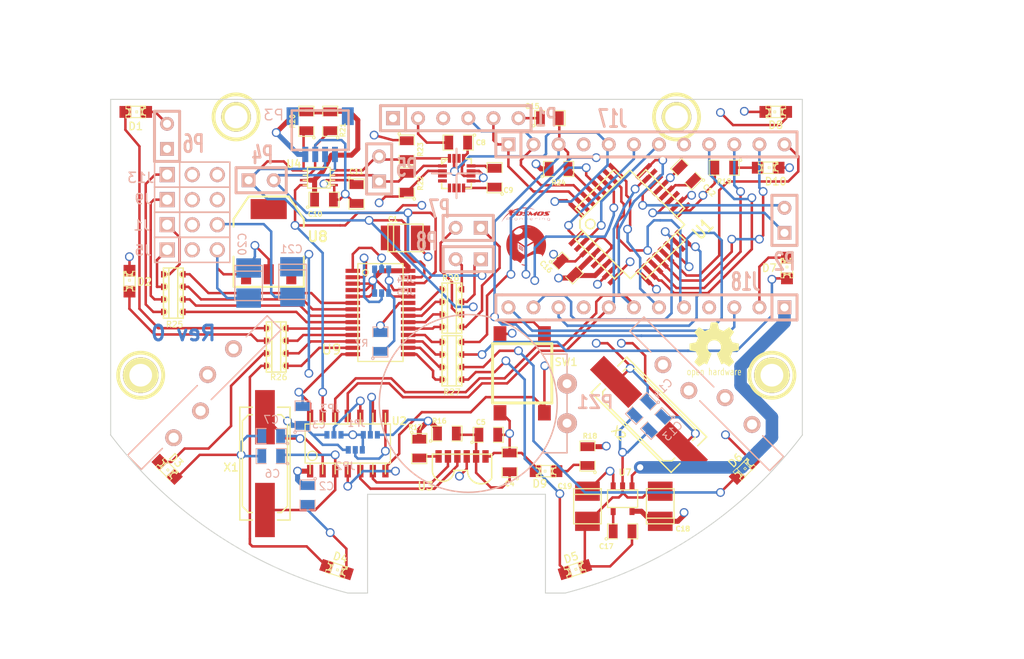
<source format=kicad_pcb>
(kicad_pcb (version 3) (host pcbnew "(2013-07-07 BZR 4022)-stable")
  (layers (15 F.Cu signal) (2 Inner1.Cu signal) (1 Inner2.Cu signal) (0 B.Cu signal) (18 B.Paste user hide) (19 F.Paste user hide) (20 B.SilkS user) (21 F.SilkS user) (22 B.Mask user) (23 F.Mask user) (28 Edge.Cuts user))
  (net 0 "")
  (net 1 +3.3V)
  (net 2 +5V)
  (net 3 /A0)
  (net 4 /A1)
  (net 5 /A2)
  (net 6 /A3)
  (net 7 /A6)
  (net 8 /A7)
  (net 9 /D10)
  (net 10 /D12)
  (net 11 /D3)
  (net 12 /D6)
  (net 13 /D7)
  (net 14 /D9)
  (net 15 /DTR)
  (net 16 /I2C_SCL_3V3)
  (net 17 /I2C_SCL_5V)
  (net 18 /I2C_SDA_3V3)
  (net 19 /I2C_SDA_5V)
  (net 20 /INT)
  (net 21 /LED_Data)
  (net 22 /LED_RegClk)
  (net 23 /LED_SerClk)
  (net 24 /MOTOR1_PWM)
  (net 25 /MOTOR2_PWM)
  (net 26 /MOTOR3_PWM)
  (net 27 /MOTOR4_PWM)
  (net 28 /PIEZO)
  (net 29 /PWMSPARE1)
  (net 30 /PWMSPARE2)
  (net 31 /PWMSPARE3)
  (net 32 /PWMSPARE4)
  (net 33 /PWMSPARE5)
  (net 34 /PWMSPARE6)
  (net 35 /PWMSPARE7)
  (net 36 /PWMSPARE8)
  (net 37 /RA0)
  (net 38 /RA1)
  (net 39 /RESET)
  (net 40 /RXI)
  (net 41 /SERVO1_PWM)
  (net 42 /SERVO2_PWM)
  (net 43 /SERVO3_PWM)
  (net 44 /SERVO4_PWM)
  (net 45 /TXO)
  (net 46 ENABLE)
  (net 47 GND)
  (net 48 N-000001)
  (net 49 N-0000010)
  (net 50 N-000002)
  (net 51 N-000003)
  (net 52 N-0000031)
  (net 53 N-0000032)
  (net 54 N-0000033)
  (net 55 N-0000034)
  (net 56 N-0000035)
  (net 57 N-0000036)
  (net 58 N-0000037)
  (net 59 N-0000038)
  (net 60 N-0000039)
  (net 61 N-000004)
  (net 62 N-0000040)
  (net 63 N-0000041)
  (net 64 N-0000042)
  (net 65 N-0000043)
  (net 66 N-0000044)
  (net 67 N-000005)
  (net 68 N-0000051)
  (net 69 N-0000052)
  (net 70 N-0000053)
  (net 71 N-0000054)
  (net 72 N-0000055)
  (net 73 N-0000056)
  (net 74 N-0000057)
  (net 75 N-0000058)
  (net 76 N-0000059)
  (net 77 N-000006)
  (net 78 N-0000061)
  (net 79 N-0000062)
  (net 80 N-000007)
  (net 81 N-000008)
  (net 82 N-000009)
  (net 83 VCC)
  (module vishay_TFBS4711 (layer F.Cu) (at 225.56 151.83)
    (fp_text reference U3 (at -3.691 2.348) (layer F.SilkS) (effects (font (size 0.8 0.8))))
    (fp_text value TFBS4711 hide)
    (pad 1 smd rect (at -2.375 -0.665) (size 0.64 1.27) (layers F.Cu F.Paste F.Mask) (net 53 N-0000032))
    (pad 3 smd rect (at -0.475 -0.665) (size 0.64 1.27) (layers F.Cu F.Paste F.Mask) (net 67 N-000005))
    (pad 4 smd rect (at 0.475 -0.665) (size 0.64 1.27) (layers F.Cu F.Paste F.Mask) (net 47 GND))
    (pad 2 smd rect (at -1.425 -0.665) (size 0.64 1.27) (layers F.Cu F.Paste F.Mask) (net 77 N-000006))
    (pad 5 smd rect (at 1.425 -0.665) (size 0.64 1.27) (layers F.Cu F.Paste F.Mask) (net 80 N-000007))
    (pad 6 smd rect (at 2.375 -0.665) (size 0.64 1.27) (layers F.Cu F.Paste F.Mask) (net 47 GND))
  )
  (module TQFP32 (layer F.Cu) (at 242.57 127.635 45)
    (fp_text reference U1 (at 4.849338 5.567759 45) (layer F.SilkS) (effects (font (size 1.27 1.016) (thickness 0.2032))))
    (fp_text value ATMEGA328P-AU hide)
    (pad 8 smd rect (at -4.81584 2.77622 45) (size 1.99898 0.44958) (layers F.Cu F.Paste F.Mask) (net 50 N-000002))
    (pad 7 smd rect (at -4.81584 1.97612 45) (size 1.99898 0.44958) (layers F.Cu F.Paste F.Mask) (net 48 N-000001))
    (pad 6 smd rect (at -4.81584 1.17602 45) (size 1.99898 0.44958) (layers F.Cu F.Paste F.Mask) (net 2 +5V))
    (pad 5 smd rect (at -4.81584 0.37592 45) (size 1.99898 0.44958) (layers F.Cu F.Paste F.Mask) (net 47 GND))
    (pad 4 smd rect (at -4.81584 -0.42418 45) (size 1.99898 0.44958) (layers F.Cu F.Paste F.Mask) (net 2 +5V))
    (pad 3 smd rect (at -4.81584 -1.22428 45) (size 1.99898 0.44958) (layers F.Cu F.Paste F.Mask) (net 47 GND))
    (pad 2 smd rect (at -4.81584 -2.02438 45) (size 1.99898 0.44958) (layers F.Cu F.Paste F.Mask) (net 28 /PIEZO))
    (pad 1 smd rect (at -4.81584 -2.82448 45) (size 1.99898 0.44958) (layers F.Cu F.Paste F.Mask) (net 11 /D3))
    (pad 24 smd rect (at 4.7498 -2.8194 45) (size 1.99898 0.44958) (layers F.Cu F.Paste F.Mask) (net 4 /A1))
    (pad 17 smd rect (at 4.7498 2.794 45) (size 1.99898 0.44958) (layers F.Cu F.Paste F.Mask) (net 23 /LED_SerClk))
    (pad 18 smd rect (at 4.7498 1.9812 45) (size 1.99898 0.44958) (layers F.Cu F.Paste F.Mask) (net 2 +5V))
    (pad 19 smd rect (at 4.7498 1.1684 45) (size 1.99898 0.44958) (layers F.Cu F.Paste F.Mask) (net 7 /A6))
    (pad 20 smd rect (at 4.7498 0.381 45) (size 1.99898 0.44958) (layers F.Cu F.Paste F.Mask) (net 61 N-000004))
    (pad 21 smd rect (at 4.7498 -0.4318 45) (size 1.99898 0.44958) (layers F.Cu F.Paste F.Mask) (net 47 GND))
    (pad 22 smd rect (at 4.7498 -1.2192 45) (size 1.99898 0.44958) (layers F.Cu F.Paste F.Mask) (net 8 /A7))
    (pad 23 smd rect (at 4.7498 -2.032 45) (size 1.99898 0.44958) (layers F.Cu F.Paste F.Mask) (net 3 /A0))
    (pad 32 smd rect (at -2.82448 -4.826 45) (size 0.44958 1.99898) (layers F.Cu F.Paste F.Mask) (net 20 /INT))
    (pad 31 smd rect (at -2.02692 -4.826 45) (size 0.44958 1.99898) (layers F.Cu F.Paste F.Mask) (net 45 /TXO))
    (pad 30 smd rect (at -1.22428 -4.826 45) (size 0.44958 1.99898) (layers F.Cu F.Paste F.Mask) (net 40 /RXI))
    (pad 29 smd rect (at -0.42672 -4.826 45) (size 0.44958 1.99898) (layers F.Cu F.Paste F.Mask) (net 39 /RESET))
    (pad 28 smd rect (at 0.37592 -4.826 45) (size 0.44958 1.99898) (layers F.Cu F.Paste F.Mask) (net 17 /I2C_SCL_5V))
    (pad 27 smd rect (at 1.17348 -4.826 45) (size 0.44958 1.99898) (layers F.Cu F.Paste F.Mask) (net 19 /I2C_SDA_5V))
    (pad 26 smd rect (at 1.97612 -4.826 45) (size 0.44958 1.99898) (layers F.Cu F.Paste F.Mask) (net 6 /A3))
    (pad 25 smd rect (at 2.77368 -4.826 45) (size 0.44958 1.99898) (layers F.Cu F.Paste F.Mask) (net 5 /A2))
    (pad 9 smd rect (at -2.8194 4.7752 45) (size 0.44958 1.99898) (layers F.Cu F.Paste F.Mask) (net 46 ENABLE))
    (pad 10 smd rect (at -2.032 4.7752 45) (size 0.44958 1.99898) (layers F.Cu F.Paste F.Mask) (net 12 /D6))
    (pad 11 smd rect (at -1.2192 4.7752 45) (size 0.44958 1.99898) (layers F.Cu F.Paste F.Mask) (net 13 /D7))
    (pad 12 smd rect (at -0.4318 4.7752 45) (size 0.44958 1.99898) (layers F.Cu F.Paste F.Mask) (net 22 /LED_RegClk))
    (pad 13 smd rect (at 0.3556 4.7752 45) (size 0.44958 1.99898) (layers F.Cu F.Paste F.Mask) (net 14 /D9))
    (pad 14 smd rect (at 1.1684 4.7752 45) (size 0.44958 1.99898) (layers F.Cu F.Paste F.Mask) (net 9 /D10))
    (pad 15 smd rect (at 1.9812 4.7752 45) (size 0.44958 1.99898) (layers F.Cu F.Paste F.Mask) (net 21 /LED_Data))
    (pad 16 smd rect (at 2.794 4.7752 45) (size 0.44958 1.99898) (layers F.Cu F.Paste F.Mask) (net 10 /D12))
  )
  (module SW_PUSH_SMD (layer F.Cu) (at 231.648 142.748 270)
    (fp_text reference SW1 (at -1.143 -4.445 360) (layer F.SilkS) (effects (font (size 0.762 0.762) (thickness 0.127))))
    (fp_text value SW_PUSH_SMALL hide)
    (pad 1 smd rect (at -3.99796 -2.2479 270) (size 1.5494 1.2954) (layers F.Cu F.Paste F.Mask) (net 39 /RESET))
    (pad 1 smd rect (at 3.99796 -2.2479 270) (size 1.5494 1.2954) (layers F.Cu F.Paste F.Mask) (net 39 /RESET))
    (pad 2 smd rect (at 3.99796 2.2479 270) (size 1.5494 1.2954) (layers F.Cu F.Paste F.Mask) (net 47 GND))
    (pad 2 smd rect (at -3.99796 2.2479 270) (size 1.5494 1.2954) (layers F.Cu F.Paste F.Mask) (net 47 GND))
  )
  (module SOT23-5 (layer F.Cu) (at 241.808 155.448 180)
    (fp_text reference U7 (at -0.254 2.667 180) (layer F.SilkS) (effects (font (size 0.635 0.635) (thickness 0.127))))
    (fp_text value MIC5205 hide)
    (pad 1 smd rect (at -0.9525 1.27 180) (size 0.508 0.762) (layers F.Cu F.Paste F.Mask) (net 83 VCC))
    (pad 3 smd rect (at 0.9525 1.27 180) (size 0.508 0.762) (layers F.Cu F.Paste F.Mask) (net 83 VCC))
    (pad 5 smd rect (at -0.9525 -1.27 180) (size 0.508 0.762) (layers F.Cu F.Paste F.Mask) (net 2 +5V))
    (pad 2 smd rect (at 0 1.27 180) (size 0.508 0.762) (layers F.Cu F.Paste F.Mask) (net 47 GND))
    (pad 4 smd rect (at 0.9525 -1.27 180) (size 0.508 0.762) (layers F.Cu F.Paste F.Mask) (net 68 N-0000051))
  )
  (module SOT223 (layer F.Cu) (at 205.994 129.413)
    (fp_text reference U8 (at 4.953 -0.508) (layer F.SilkS) (effects (font (size 1.016 1.016) (thickness 0.2032))))
    (fp_text value AMS1117 hide)
    (pad 4 smd rect (at 0 -3.302) (size 3.6576 2.032) (layers F.Cu F.Paste F.Mask))
    (pad 2 smd rect (at 0 3.302) (size 1.016 2.032) (layers F.Cu F.Paste F.Mask) (net 1 +3.3V))
    (pad 3 smd rect (at 2.286 3.302) (size 1.016 2.032) (layers F.Cu F.Paste F.Mask) (net 83 VCC))
    (pad 1 smd rect (at -2.286 3.302) (size 1.016 2.032) (layers F.Cu F.Paste F.Mask) (net 47 GND))
  )
  (module so-14 (layer F.Cu) (at 213.995 149.86)
    (fp_text reference U2 (at 5.207 -2.286) (layer F.SilkS) (effects (font (size 0.7493 0.7493) (thickness 0.14986))))
    (fp_text value MCP2120-SL hide)
    (pad 1 smd rect (at -3.81 2.794) (size 0.635 1.27) (layers F.Cu F.Paste F.Mask) (net 2 +5V))
    (pad 2 smd rect (at -2.54 2.794) (size 0.635 1.27) (layers F.Cu F.Paste F.Mask) (net 78 N-0000061))
    (pad 3 smd rect (at -1.27 2.794) (size 0.635 1.27) (layers F.Cu F.Paste F.Mask) (net 79 N-0000062))
    (pad 4 smd rect (at 0 2.794) (size 0.635 1.27) (layers F.Cu F.Paste F.Mask) (net 39 /RESET))
    (pad 5 smd rect (at 1.27 2.794) (size 0.635 1.27) (layers F.Cu F.Paste F.Mask) (net 67 N-000005))
    (pad 6 smd rect (at 2.54 2.794) (size 0.635 1.27) (layers F.Cu F.Paste F.Mask) (net 77 N-000006))
    (pad 7 smd rect (at 3.81 2.794) (size 0.635 1.27) (layers F.Cu F.Paste F.Mask) (net 39 /RESET))
    (pad 8 smd rect (at 3.81 -2.794) (size 0.635 1.27) (layers F.Cu F.Paste F.Mask) (net 81 N-000008))
    (pad 9 smd rect (at 2.54 -2.794) (size 0.635 1.27) (layers F.Cu F.Paste F.Mask) (net 82 N-000009))
    (pad 10 smd rect (at 1.27 -2.794) (size 0.635 1.27) (layers F.Cu F.Paste F.Mask) (net 49 N-0000010))
    (pad 11 smd rect (at 0 -2.794) (size 0.635 1.27) (layers F.Cu F.Paste F.Mask) (net 3 /A0))
    (pad 12 smd rect (at -1.27 -2.794) (size 0.635 1.27) (layers F.Cu F.Paste F.Mask) (net 4 /A1))
    (pad 13 smd rect (at -2.54 -2.794) (size 0.635 1.27) (layers F.Cu F.Paste F.Mask) (net 46 ENABLE))
    (pad 14 smd rect (at -3.81 -2.794) (size 0.635 1.27) (layers F.Cu F.Paste F.Mask) (net 47 GND))
  )
  (module SM0805 (layer F.Cu) (at 234.45 116.905)
    (fp_text reference C15 (at -1.786 -1.208) (layer F.SilkS) (effects (font (size 0.50038 0.50038) (thickness 0.10922))))
    (fp_text value 0.1uf hide)
    (pad 1 smd rect (at -0.9525 0) (size 0.889 1.397) (layers F.Cu F.Paste F.Mask) (net 15 /DTR))
    (pad 2 smd rect (at 0.9525 0) (size 0.889 1.397) (layers F.Cu F.Paste F.Mask) (net 39 /RESET))
  )
  (module SM0805 (layer F.Cu) (at 248.285 122.555 135)
    (fp_text reference C12 (at -2.783879 0.449013 135) (layer F.SilkS) (effects (font (size 0.50038 0.50038) (thickness 0.10922))))
    (fp_text value 0.1uf hide)
    (pad 1 smd rect (at -0.9525 0 135) (size 0.889 1.397) (layers F.Cu F.Paste F.Mask) (net 61 N-000004))
    (pad 2 smd rect (at 0.9525 0 135) (size 0.889 1.397) (layers F.Cu F.Paste F.Mask) (net 47 GND))
  )
  (module SM0805 (layer F.Cu) (at 235.331 122.047)
    (fp_text reference R24 (at 0 1.397) (layer F.SilkS) (effects (font (size 0.50038 0.50038) (thickness 0.10922))))
    (fp_text value 10K hide)
    (pad 1 smd rect (at -0.9525 0) (size 0.889 1.397) (layers F.Cu F.Paste F.Mask) (net 2 +5V))
    (pad 2 smd rect (at 0.9525 0) (size 0.889 1.397) (layers F.Cu F.Paste F.Mask) (net 39 /RESET))
  )
  (module SM0805 (layer F.Cu) (at 252.095 121.92 180)
    (fp_text reference R19 (at 0 -1.397 180) (layer F.SilkS) (effects (font (size 0.50038 0.50038) (thickness 0.10922))))
    (fp_text value 1K hide)
    (pad 1 smd rect (at -0.9525 0 180) (size 0.889 1.397) (layers F.Cu F.Paste F.Mask) (net 70 N-0000053))
    (pad 2 smd rect (at 0.9525 0 180) (size 0.889 1.397) (layers F.Cu F.Paste F.Mask) (net 23 /LED_SerClk))
  )
  (module SM0805 (layer F.Cu) (at 219.964 123.444 90)
    (fp_text reference R22 (at -0.062 1.389 90) (layer F.SilkS) (effects (font (size 0.50038 0.50038) (thickness 0.10922))))
    (fp_text value 10K hide)
    (pad 1 smd rect (at -0.9525 0 90) (size 0.889 1.397) (layers F.Cu F.Paste F.Mask) (net 1 +3.3V))
    (pad 2 smd rect (at 0.9525 0 90) (size 0.889 1.397) (layers F.Cu F.Paste F.Mask) (net 16 /I2C_SCL_3V3))
  )
  (module SM0805 (layer F.Cu) (at 219.964 120.142 270)
    (fp_text reference R23 (at -0.065 -1.389 270) (layer F.SilkS) (effects (font (size 0.50038 0.50038) (thickness 0.10922))))
    (fp_text value 10K hide)
    (pad 1 smd rect (at -0.9525 0 270) (size 0.889 1.397) (layers F.Cu F.Paste F.Mask) (net 1 +3.3V))
    (pad 2 smd rect (at 0.9525 0 270) (size 0.889 1.397) (layers F.Cu F.Paste F.Mask) (net 18 /I2C_SDA_3V3))
  )
  (module SM0805 (layer F.Cu) (at 209.804 117.221 90)
    (fp_text reference R20 (at 0 -1.397 90) (layer F.SilkS) (effects (font (size 0.50038 0.50038) (thickness 0.10922))))
    (fp_text value 10K hide)
    (pad 1 smd rect (at -0.9525 0 90) (size 0.889 1.397) (layers F.Cu F.Paste F.Mask) (net 19 /I2C_SDA_5V))
    (pad 2 smd rect (at 0.9525 0 90) (size 0.889 1.397) (layers F.Cu F.Paste F.Mask) (net 2 +5V))
  )
  (module SM0805 (layer F.Cu) (at 212.217 117.221 90)
    (fp_text reference R21 (at -0.889 1.27 90) (layer F.SilkS) (effects (font (size 0.50038 0.50038) (thickness 0.10922))))
    (fp_text value 10K hide)
    (pad 1 smd rect (at -0.9525 0 90) (size 0.889 1.397) (layers F.Cu F.Paste F.Mask) (net 17 /I2C_SCL_5V))
    (pad 2 smd rect (at 0.9525 0 90) (size 0.889 1.397) (layers F.Cu F.Paste F.Mask) (net 2 +5V))
  )
  (module SM0805 (layer F.Cu) (at 214.884 124.587 270)
    (fp_text reference C11 (at -2.286 0 360) (layer F.SilkS) (effects (font (size 0.50038 0.50038) (thickness 0.10922))))
    (fp_text value 0.1uf hide)
    (pad 1 smd rect (at -0.9525 0 270) (size 0.889 1.397) (layers F.Cu F.Paste F.Mask) (net 1 +3.3V))
    (pad 2 smd rect (at 0.9525 0 270) (size 0.889 1.397) (layers F.Cu F.Paste F.Mask) (net 47 GND))
  )
  (module SM0805 (layer F.Cu) (at 211.59 125.16)
    (fp_text reference C10 (at -0.897 1.459) (layer F.SilkS) (effects (font (size 0.50038 0.50038) (thickness 0.10922))))
    (fp_text value 0.1uf hide)
    (pad 1 smd rect (at -0.9525 0) (size 0.889 1.397) (layers F.Cu F.Paste F.Mask) (net 2 +5V))
    (pad 2 smd rect (at 0.9525 0) (size 0.889 1.397) (layers F.Cu F.Paste F.Mask) (net 47 GND))
  )
  (module SM0805 (layer B.Cu) (at 206.248 149.098 180)
    (fp_text reference C7 (at 0 1.651 180) (layer B.SilkS) (effects (font (size 0.80038 0.80038) (thickness 0.10922)) (justify mirror)))
    (fp_text value 22pf hide)
    (pad 1 smd rect (at -0.9525 0 180) (size 0.889 1.397) (layers B.Cu B.Paste B.Mask) (net 78 N-0000061))
    (pad 2 smd rect (at 0.9525 0 180) (size 0.889 1.397) (layers B.Cu B.Paste B.Mask) (net 47 GND))
  )
  (module SM0805 (layer F.Cu) (at 225.171 119.38 180)
    (fp_text reference C8 (at -2.286 0 180) (layer F.SilkS) (effects (font (size 0.50038 0.50038) (thickness 0.10922))))
    (fp_text value 4.7uf hide)
    (pad 1 smd rect (at -0.9525 0 180) (size 0.889 1.397) (layers F.Cu F.Paste F.Mask) (net 69 N-0000052))
    (pad 2 smd rect (at 0.9525 0 180) (size 0.889 1.397) (layers F.Cu F.Paste F.Mask) (net 47 GND))
  )
  (module SM0805 (layer F.Cu) (at 241.808 158.75)
    (fp_text reference C17 (at -1.651 1.524) (layer F.SilkS) (effects (font (size 0.50038 0.50038) (thickness 0.10922))))
    (fp_text value 0.1uf hide)
    (pad 1 smd rect (at -0.9525 0) (size 0.889 1.397) (layers F.Cu F.Paste F.Mask) (net 68 N-0000051))
    (pad 2 smd rect (at 0.9525 0) (size 0.889 1.397) (layers F.Cu F.Paste F.Mask) (net 47 GND))
  )
  (module SM0805 (layer F.Cu) (at 228.854 122.936 90)
    (fp_text reference C9 (at -1.27 1.397 180) (layer F.SilkS) (effects (font (size 0.50038 0.50038) (thickness 0.10922))))
    (fp_text value 0.22uf hide)
    (pad 1 smd rect (at -0.9525 0 90) (size 0.889 1.397) (layers F.Cu F.Paste F.Mask) (net 71 N-0000054))
    (pad 2 smd rect (at 0.9525 0 90) (size 0.889 1.397) (layers F.Cu F.Paste F.Mask) (net 72 N-0000055))
  )
  (module SM0805 (layer F.Cu) (at 236.22 132.08 315)
    (fp_text reference C16 (at -1.616446 1.436841 315) (layer F.SilkS) (effects (font (size 0.50038 0.50038) (thickness 0.10922))))
    (fp_text value 0.1uf hide)
    (pad 1 smd rect (at -0.9525 0 315) (size 0.889 1.397) (layers F.Cu F.Paste F.Mask) (net 47 GND))
    (pad 2 smd rect (at 0.9525 0 315) (size 0.889 1.397) (layers F.Cu F.Paste F.Mask) (net 2 +5V))
  )
  (module SM0805 (layer F.Cu) (at 238.252 151.13 90)
    (fp_text reference R18 (at 2.032 0.254 180) (layer F.SilkS) (effects (font (size 0.50038 0.50038) (thickness 0.10922))))
    (fp_text value 1K hide)
    (pad 1 smd rect (at -0.9525 0 90) (size 0.889 1.397) (layers F.Cu F.Paste F.Mask) (net 52 N-0000031))
    (pad 2 smd rect (at 0.9525 0 90) (size 0.889 1.397) (layers F.Cu F.Paste F.Mask) (net 2 +5V))
  )
  (module SM0805 (layer B.Cu) (at 217.297 139.573 90)
    (fp_text reference R7 (at -0.127 -1.905 180) (layer B.SilkS) (effects (font (size 0.70038 0.70038) (thickness 0.10922)) (justify mirror)))
    (fp_text value 10K hide)
    (pad 1 smd rect (at -0.9525 0 90) (size 0.889 1.397) (layers B.Cu B.Paste B.Mask) (net 47 GND))
    (pad 2 smd rect (at 0.9525 0 90) (size 0.889 1.397) (layers B.Cu B.Paste B.Mask) (net 51 N-000003))
  )
  (module SM0805 (layer B.Cu) (at 209.931 155.067 270)
    (fp_text reference C2 (at -0.889 -1.905 360) (layer B.SilkS) (effects (font (size 0.80038 0.80038) (thickness 0.10922)) (justify mirror)))
    (fp_text value 4.7uf hide)
    (pad 1 smd rect (at -0.9525 0 270) (size 0.889 1.397) (layers B.Cu B.Paste B.Mask) (net 2 +5V))
    (pad 2 smd rect (at 0.9525 0 270) (size 0.889 1.397) (layers B.Cu B.Paste B.Mask) (net 47 GND))
  )
  (module SM0805 (layer B.Cu) (at 209.423 147.066 90)
    (fp_text reference C3 (at -0.889 1.651 180) (layer B.SilkS) (effects (font (size 0.70038 0.70038) (thickness 0.10922)) (justify mirror)))
    (fp_text value 0.1uf hide)
    (pad 1 smd rect (at -0.9525 0 90) (size 0.889 1.397) (layers B.Cu B.Paste B.Mask) (net 2 +5V))
    (pad 2 smd rect (at 0.9525 0 90) (size 0.889 1.397) (layers B.Cu B.Paste B.Mask) (net 47 GND))
  )
  (module SM0805 (layer B.Cu) (at 243.713 146.304 225)
    (fp_text reference C14 (at -2.963485 -0.089803 225) (layer B.SilkS) (effects (font (size 0.80038 0.80038) (thickness 0.10922)) (justify mirror)))
    (fp_text value 22pf hide)
    (pad 1 smd rect (at -0.9525 0 225) (size 0.889 1.397) (layers B.Cu B.Paste B.Mask) (net 48 N-000001))
    (pad 2 smd rect (at 0.9525 0 225) (size 0.889 1.397) (layers B.Cu B.Paste B.Mask) (net 47 GND))
  )
  (module SM0805 (layer B.Cu) (at 245.237 147.828 225)
    (fp_text reference C13 (at -0.628618 -1.706249 225) (layer B.SilkS) (effects (font (size 0.80038 0.80038) (thickness 0.10922)) (justify mirror)))
    (fp_text value 22pf hide)
    (pad 1 smd rect (at -0.9525 0 225) (size 0.889 1.397) (layers B.Cu B.Paste B.Mask) (net 50 N-000002))
    (pad 2 smd rect (at 0.9525 0 225) (size 0.889 1.397) (layers B.Cu B.Paste B.Mask) (net 47 GND))
  )
  (module SM0805 (layer F.Cu) (at 221.234 150.368 270)
    (fp_text reference R17 (at -2.159 0.381 360) (layer F.SilkS) (effects (font (size 0.50038 0.50038) (thickness 0.10922))))
    (fp_text value "0 Ohm" hide)
    (pad 1 smd rect (at -0.9525 0 270) (size 0.889 1.397) (layers F.Cu F.Paste F.Mask) (net 2 +5V))
    (pad 2 smd rect (at 0.9525 0 270) (size 0.889 1.397) (layers F.Cu F.Paste F.Mask) (net 53 N-0000032))
  )
  (module SM0805 (layer F.Cu) (at 228.219 148.971)
    (fp_text reference C5 (at -0.762 -1.27) (layer F.SilkS) (effects (font (size 0.50038 0.50038) (thickness 0.10922))))
    (fp_text value 0.1uf hide)
    (pad 1 smd rect (at -0.9525 0) (size 0.889 1.397) (layers F.Cu F.Paste F.Mask) (net 80 N-000007))
    (pad 2 smd rect (at 0.9525 0) (size 0.889 1.397) (layers F.Cu F.Paste F.Mask) (net 47 GND))
  )
  (module SM0805 (layer F.Cu) (at 230.378 151.765 90)
    (fp_text reference C4 (at -2.159 0 180) (layer F.SilkS) (effects (font (size 0.50038 0.50038) (thickness 0.10922))))
    (fp_text value 4.7uf hide)
    (pad 1 smd rect (at -0.9525 0 90) (size 0.889 1.397) (layers F.Cu F.Paste F.Mask) (net 80 N-000007))
    (pad 2 smd rect (at 0.9525 0 90) (size 0.889 1.397) (layers F.Cu F.Paste F.Mask) (net 47 GND))
  )
  (module SM0805 (layer B.Cu) (at 206.248 151.13 180)
    (fp_text reference C6 (at -0.127 -1.778 180) (layer B.SilkS) (effects (font (size 0.80038 0.80038) (thickness 0.10922)) (justify mirror)))
    (fp_text value 22pf hide)
    (pad 1 smd rect (at -0.9525 0 180) (size 0.889 1.397) (layers B.Cu B.Paste B.Mask) (net 79 N-0000062))
    (pad 2 smd rect (at 0.9525 0 180) (size 0.889 1.397) (layers B.Cu B.Paste B.Mask) (net 47 GND))
  )
  (module SM0805 (layer F.Cu) (at 224.028 148.844)
    (fp_text reference R16 (at -0.762 -1.27) (layer F.SilkS) (effects (font (size 0.50038 0.50038) (thickness 0.10922))))
    (fp_text value "47 Ohm" hide)
    (pad 1 smd rect (at -0.9525 0) (size 0.889 1.397) (layers F.Cu F.Paste F.Mask) (net 2 +5V))
    (pad 2 smd rect (at 0.9525 0) (size 0.889 1.397) (layers F.Cu F.Paste F.Mask) (net 80 N-000007))
  )
  (module SIL-6 (layer B.Cu) (at 224.925 116.905)
    (fp_text reference P1 (at 9.136 -0.065) (layer B.SilkS) (effects (font (size 1.72974 1.08712) (thickness 0.3048)) (justify mirror)))
    (fp_text value ".1\" Header" hide)
    (pad 1 thru_hole rect (at -6.35 0) (size 1.397 1.397) (drill 0.8128) (layers *.Cu *.Mask B.SilkS) (net 47 GND))
    (pad 2 thru_hole circle (at -3.81 0) (size 1.397 1.397) (drill 0.8128) (layers *.Cu *.Mask B.SilkS) (net 47 GND))
    (pad 3 thru_hole circle (at -1.27 0) (size 1.397 1.397) (drill 0.8128) (layers *.Cu *.Mask B.SilkS) (net 2 +5V))
    (pad 4 thru_hole circle (at 1.27 0) (size 1.397 1.397) (drill 0.8128) (layers *.Cu *.Mask B.SilkS) (net 40 /RXI))
    (pad 5 thru_hole circle (at 3.81 0) (size 1.397 1.397) (drill 0.8128) (layers *.Cu *.Mask B.SilkS) (net 45 /TXO))
    (pad 6 thru_hole circle (at 6.35 0) (size 1.397 1.397) (drill 0.8128) (layers *.Cu *.Mask B.SilkS) (net 15 /DTR))
  )
  (module SIL-2 (layer B.Cu) (at 258.191 127.254 90)
    (fp_text reference P2 (at -4.191 0 360) (layer B.SilkS) (effects (font (size 1.72974 1.08712) (thickness 0.3048)) (justify mirror)))
    (fp_text value Header hide)
    (pad 1 thru_hole rect (at -1.27 0 90) (size 1.397 1.397) (drill 0.8128) (layers *.Cu *.Mask B.SilkS) (net 7 /A6))
    (pad 2 thru_hole circle (at 1.27 0 90) (size 1.397 1.397) (drill 0.8128) (layers *.Cu *.Mask B.SilkS) (net 8 /A7))
  )
  (module SIL-2 (layer B.Cu) (at 217.17 122.047 90)
    (fp_text reference P5 (at 0.127 2.794 180) (layer B.SilkS) (effects (font (size 1.72974 1.08712) (thickness 0.3048)) (justify mirror)))
    (fp_text value Header hide)
    (pad 1 thru_hole rect (at -1.27 0 90) (size 1.397 1.397) (drill 0.8128) (layers *.Cu *.Mask B.SilkS) (net 16 /I2C_SCL_3V3))
    (pad 2 thru_hole circle (at 1.27 0 90) (size 1.397 1.397) (drill 0.8128) (layers *.Cu *.Mask B.SilkS) (net 18 /I2C_SDA_3V3))
  )
  (module SIL-2 (layer B.Cu) (at 205.232 123.19)
    (fp_text reference P4 (at 0.127 -2.54) (layer B.SilkS) (effects (font (size 1.72974 1.08712) (thickness 0.3048)) (justify mirror)))
    (fp_text value Header hide)
    (pad 1 thru_hole rect (at -1.27 0) (size 1.397 1.397) (drill 0.8128) (layers *.Cu *.Mask B.SilkS) (net 19 /I2C_SDA_5V))
    (pad 2 thru_hole circle (at 1.27 0) (size 1.397 1.397) (drill 0.8128) (layers *.Cu *.Mask B.SilkS) (net 17 /I2C_SCL_5V))
  )
  (module SIL-2 (layer B.Cu) (at 195.707 118.745 90)
    (fp_text reference P6 (at -0.762 2.667 360) (layer B.SilkS) (effects (font (size 1.72974 1.08712) (thickness 0.3048)) (justify mirror)))
    (fp_text value Header hide)
    (pad 1 thru_hole rect (at -1.27 0 90) (size 1.397 1.397) (drill 0.8128) (layers *.Cu *.Mask B.SilkS) (net 83 VCC))
    (pad 2 thru_hole circle (at 1.27 0 90) (size 1.397 1.397) (drill 0.8128) (layers *.Cu *.Mask B.SilkS) (net 47 GND))
  )
  (module SIL-12 (layer B.Cu) (at 244.2225 119.5625)
    (fp_text reference J17 (at -3.4305 -2.5955) (layer B.SilkS) (effects (font (size 1.72974 1.08712) (thickness 0.3048)) (justify mirror)))
    (fp_text value Header hide)
    (pad 1 thru_hole rect (at -13.97 0) (size 1.397 1.397) (drill 0.8128) (layers *.Cu *.Mask B.SilkS) (net 45 /TXO))
    (pad 2 thru_hole circle (at -11.43 0) (size 1.397 1.397) (drill 0.8128) (layers *.Cu *.Mask B.SilkS) (net 40 /RXI))
    (pad 3 thru_hole circle (at -8.89 0) (size 1.397 1.397) (drill 0.8128) (layers *.Cu *.Mask B.SilkS) (net 39 /RESET))
    (pad 4 thru_hole circle (at -6.35 0) (size 1.397 1.397) (drill 0.8128) (layers *.Cu *.Mask B.SilkS) (net 47 GND))
    (pad 5 thru_hole circle (at -3.81 0) (size 1.397 1.397) (drill 0.8128) (layers *.Cu *.Mask B.SilkS) (net 20 /INT))
    (pad 6 thru_hole circle (at -1.27 0) (size 1.397 1.397) (drill 0.8128) (layers *.Cu *.Mask B.SilkS) (net 11 /D3))
    (pad 7 thru_hole circle (at 1.27 0) (size 1.397 1.397) (drill 0.8128) (layers *.Cu *.Mask B.SilkS) (net 28 /PIEZO))
    (pad 8 thru_hole circle (at 3.81 0) (size 1.397 1.397) (drill 0.8128) (layers *.Cu *.Mask B.SilkS) (net 46 ENABLE))
    (pad 9 thru_hole circle (at 6.35 0) (size 1.397 1.397) (drill 0.8128) (layers *.Cu *.Mask B.SilkS) (net 12 /D6))
    (pad 10 thru_hole circle (at 8.89 0) (size 1.397 1.397) (drill 0.8128) (layers *.Cu *.Mask B.SilkS) (net 13 /D7))
    (pad 11 thru_hole circle (at 11.43 0) (size 1.397 1.397) (drill 0.8128) (layers *.Cu *.Mask B.SilkS) (net 22 /LED_RegClk))
    (pad 12 thru_hole circle (at 13.97 0) (size 1.397 1.397) (drill 0.8128) (layers *.Cu *.Mask B.SilkS) (net 14 /D9))
  )
  (module SIL-12 (layer B.Cu) (at 244.2225 136.0725 180)
    (fp_text reference J18 (at -10.0315 2.5955 180) (layer B.SilkS) (effects (font (size 1.72974 1.08712) (thickness 0.3048)) (justify mirror)))
    (fp_text value Header hide)
    (pad 1 thru_hole rect (at -13.97 0 180) (size 1.397 1.397) (drill 0.8128) (layers *.Cu *.Mask B.SilkS) (net 83 VCC))
    (pad 2 thru_hole circle (at -11.43 0 180) (size 1.397 1.397) (drill 0.8128) (layers *.Cu *.Mask B.SilkS) (net 47 GND))
    (pad 3 thru_hole circle (at -8.89 0 180) (size 1.397 1.397) (drill 0.8128) (layers *.Cu *.Mask B.SilkS) (net 39 /RESET))
    (pad 4 thru_hole circle (at -6.35 0 180) (size 1.397 1.397) (drill 0.8128) (layers *.Cu *.Mask B.SilkS) (net 2 +5V))
    (pad 5 thru_hole circle (at -3.81 0 180) (size 1.397 1.397) (drill 0.8128) (layers *.Cu *.Mask B.SilkS) (net 6 /A3))
    (pad 6 thru_hole circle (at -1.27 0 180) (size 1.397 1.397) (drill 0.8128) (layers *.Cu *.Mask B.SilkS) (net 5 /A2))
    (pad 7 thru_hole circle (at 1.27 0 180) (size 1.397 1.397) (drill 0.8128) (layers *.Cu *.Mask B.SilkS) (net 4 /A1))
    (pad 8 thru_hole circle (at 3.81 0 180) (size 1.397 1.397) (drill 0.8128) (layers *.Cu *.Mask B.SilkS) (net 3 /A0))
    (pad 9 thru_hole circle (at 6.35 0 180) (size 1.397 1.397) (drill 0.8128) (layers *.Cu *.Mask B.SilkS) (net 23 /LED_SerClk))
    (pad 10 thru_hole circle (at 8.89 0 180) (size 1.397 1.397) (drill 0.8128) (layers *.Cu *.Mask B.SilkS) (net 10 /D12))
    (pad 11 thru_hole circle (at 11.43 0 180) (size 1.397 1.397) (drill 0.8128) (layers *.Cu *.Mask B.SilkS) (net 21 /LED_Data))
    (pad 12 thru_hole circle (at 13.97 0 180) (size 1.397 1.397) (drill 0.8128) (layers *.Cu *.Mask B.SilkS) (net 9 /D10))
  )
  (module S_JUMPER_3 (layer B.Cu) (at 216.281 148.971)
    (fp_text reference JP1 (at -1.397 -1.143) (layer B.SilkS) (effects (font (size 0.65 0.65) (thickness 0.127)) (justify mirror)))
    (fp_text value JUMPER3 hide)
    (pad 2 smd rect (at 0 0) (size 0.508 0.762) (layers B.Cu B.Paste B.Mask) (net 82 N-000009) (clearance 0.2032))
    (pad 1 smd rect (at -0.7112 0) (size 0.508 0.762) (layers B.Cu B.Paste B.Mask) (net 47 GND) (clearance 0.2032))
    (pad 3 smd rect (at 0.7112 0) (size 0.508 0.762) (layers B.Cu B.Paste B.Mask) (net 2 +5V) (clearance 0.2032))
  )
  (module S_JUMPER_3 (layer B.Cu) (at 212.598 148.971 180)
    (fp_text reference JP3 (at 0.381 2.667 180) (layer B.SilkS) (effects (font (size 0.762 0.762) (thickness 0.127)) (justify mirror)))
    (fp_text value JUMPER3 hide)
    (pad 2 smd rect (at 0 0 180) (size 0.508 0.762) (layers B.Cu B.Paste B.Mask) (net 49 N-0000010) (clearance 0.2032))
    (pad 1 smd rect (at -0.7112 0 180) (size 0.508 0.762) (layers B.Cu B.Paste B.Mask) (net 47 GND) (clearance 0.2032))
    (pad 3 smd rect (at 0.7112 0 180) (size 0.508 0.762) (layers B.Cu B.Paste B.Mask) (net 2 +5V) (clearance 0.2032))
  )
  (module S_JUMPER_3 (layer B.Cu) (at 214.757 150.495 180)
    (fp_text reference JP2 (at 1.016 -1.651 180) (layer B.SilkS) (effects (font (size 0.762 0.762) (thickness 0.127)) (justify mirror)))
    (fp_text value JUMPER3 hide)
    (pad 2 smd rect (at 0 0 180) (size 0.508 0.762) (layers B.Cu B.Paste B.Mask) (net 81 N-000008) (clearance 0.2032))
    (pad 1 smd rect (at -0.7112 0 180) (size 0.508 0.762) (layers B.Cu B.Paste B.Mask) (net 47 GND) (clearance 0.2032))
    (pad 3 smd rect (at 0.7112 0 180) (size 0.508 0.762) (layers B.Cu B.Paste B.Mask) (net 2 +5V) (clearance 0.2032))
  )
  (module r_CN2A4 (layer F.Cu) (at 196.342 134.62)
    (fp_text reference R25 (at 0.127 3.175) (layer F.SilkS) (effects (font (size 0.60066 0.60066) (thickness 0.100165))))
    (fp_text value "220 Ohm" hide)
    (pad 5 smd rect (at 1 0.635) (size 0.5 0.65) (layers F.Cu F.Paste F.Mask) (net 42 /SERVO2_PWM))
    (pad 6 smd rect (at -1 0.635) (size 0.5 0.65) (layers F.Cu F.Paste F.Mask) (net 74 N-0000057))
    (pad 3 smd rect (at 1 -0.635) (size 0.5 0.65) (layers F.Cu F.Paste F.Mask) (net 24 /MOTOR1_PWM))
    (pad 4 smd rect (at -1 -0.635) (size 0.5 0.65) (layers F.Cu F.Paste F.Mask) (net 73 N-0000056))
    (pad 7 smd rect (at 1 1.905) (size 0.5 0.65) (layers F.Cu F.Paste F.Mask) (net 25 /MOTOR2_PWM))
    (pad 1 smd rect (at 1 -1.905) (size 0.5 0.65) (layers F.Cu F.Paste F.Mask) (net 41 /SERVO1_PWM))
    (pad 2 smd rect (at -1 -1.905) (size 0.5 0.65) (layers F.Cu F.Paste F.Mask) (net 76 N-0000059))
    (pad 8 smd rect (at -1 1.905) (size 0.5 0.65) (layers F.Cu F.Paste F.Mask) (net 75 N-0000058))
  )
  (module r_CN2A4 (layer F.Cu) (at 224.536 136.144 180)
    (fp_text reference R28 (at 0.127 3.048 180) (layer F.SilkS) (effects (font (size 0.60066 0.60066) (thickness 0.100165))))
    (fp_text value "220 Ohm" hide)
    (pad 5 smd rect (at 1 0.635 180) (size 0.5 0.65) (layers F.Cu F.Paste F.Mask) (net 44 /SERVO4_PWM))
    (pad 6 smd rect (at -1 0.635 180) (size 0.5 0.65) (layers F.Cu F.Paste F.Mask) (net 63 N-0000041))
    (pad 3 smd rect (at 1 -0.635 180) (size 0.5 0.65) (layers F.Cu F.Paste F.Mask) (net 26 /MOTOR3_PWM))
    (pad 4 smd rect (at -1 -0.635 180) (size 0.5 0.65) (layers F.Cu F.Paste F.Mask) (net 65 N-0000043))
    (pad 7 smd rect (at 1 1.905 180) (size 0.5 0.65) (layers F.Cu F.Paste F.Mask) (net 27 /MOTOR4_PWM))
    (pad 1 smd rect (at 1 -1.905 180) (size 0.5 0.65) (layers F.Cu F.Paste F.Mask) (net 43 /SERVO3_PWM))
    (pad 2 smd rect (at -1 -1.905 180) (size 0.5 0.65) (layers F.Cu F.Paste F.Mask) (net 64 N-0000042))
    (pad 8 smd rect (at -1 1.905 180) (size 0.5 0.65) (layers F.Cu F.Paste F.Mask) (net 66 N-0000044))
  )
  (module r_CN2A4 (layer F.Cu) (at 206.756 140.081)
    (fp_text reference R26 (at 0.254 3.048) (layer F.SilkS) (effects (font (size 0.60066 0.60066) (thickness 0.100165))))
    (fp_text value "330 Ohm" hide)
    (pad 5 smd rect (at 1 0.635) (size 0.5 0.65) (layers F.Cu F.Paste F.Mask) (net 31 /PWMSPARE3))
    (pad 6 smd rect (at -1 0.635) (size 0.5 0.65) (layers F.Cu F.Paste F.Mask) (net 56 N-0000035))
    (pad 3 smd rect (at 1 -0.635) (size 0.5 0.65) (layers F.Cu F.Paste F.Mask) (net 30 /PWMSPARE2))
    (pad 4 smd rect (at -1 -0.635) (size 0.5 0.65) (layers F.Cu F.Paste F.Mask) (net 55 N-0000034))
    (pad 7 smd rect (at 1 1.905) (size 0.5 0.65) (layers F.Cu F.Paste F.Mask) (net 32 /PWMSPARE4))
    (pad 1 smd rect (at 1 -1.905) (size 0.5 0.65) (layers F.Cu F.Paste F.Mask) (net 29 /PWMSPARE1))
    (pad 2 smd rect (at -1 -1.905) (size 0.5 0.65) (layers F.Cu F.Paste F.Mask) (net 54 N-0000033))
    (pad 8 smd rect (at -1 1.905) (size 0.5 0.65) (layers F.Cu F.Paste F.Mask) (net 57 N-0000036))
  )
  (module r_CN2A4 (layer F.Cu) (at 224.536 141.478 180)
    (fp_text reference R27 (at 0 -3.175 180) (layer F.SilkS) (effects (font (size 0.60066 0.60066) (thickness 0.100165))))
    (fp_text value "330 Ohm" hide)
    (pad 5 smd rect (at 1 0.635 180) (size 0.5 0.65) (layers F.Cu F.Paste F.Mask) (net 35 /PWMSPARE7))
    (pad 6 smd rect (at -1 0.635 180) (size 0.5 0.65) (layers F.Cu F.Paste F.Mask) (net 60 N-0000039))
    (pad 3 smd rect (at 1 -0.635 180) (size 0.5 0.65) (layers F.Cu F.Paste F.Mask) (net 34 /PWMSPARE6))
    (pad 4 smd rect (at -1 -0.635 180) (size 0.5 0.65) (layers F.Cu F.Paste F.Mask) (net 59 N-0000038))
    (pad 7 smd rect (at 1 1.905 180) (size 0.5 0.65) (layers F.Cu F.Paste F.Mask) (net 36 /PWMSPARE8))
    (pad 1 smd rect (at 1 -1.905 180) (size 0.5 0.65) (layers F.Cu F.Paste F.Mask) (net 33 /PWMSPARE5))
    (pad 2 smd rect (at -1 -1.905 180) (size 0.5 0.65) (layers F.Cu F.Paste F.Mask) (net 58 N-0000037))
    (pad 8 smd rect (at -1 1.905 180) (size 0.5 0.65) (layers F.Cu F.Paste F.Mask) (net 62 N-0000040))
  )
  (module Q_49U3HMS (layer F.Cu) (at 244.475 146.939 315)
    (fp_text reference X2 (at -0.808223 3.5023 315) (layer F.SilkS) (effects (font (size 0.8 0.8))))
    (fp_text value 16.000Mhz hide)
    (pad 1 smd rect (at -4.699 0 315) (size 5.4991 1.99898) (layers F.Cu F.Paste F.Mask) (net 48 N-000001))
    (pad 2 smd rect (at 4.699 0 315) (size 5.4991 1.99898) (layers F.Cu F.Paste F.Mask) (net 50 N-000002))
  )
  (module Q_49U3HMS (layer F.Cu) (at 205.613 151.892 270)
    (fp_text reference X1 (at 0.381 3.429 360) (layer F.SilkS) (effects (font (size 0.8 0.8))))
    (fp_text value 7.3728Mhz hide)
    (pad 1 smd rect (at -4.699 0 270) (size 5.4991 1.99898) (layers F.Cu F.Paste F.Mask) (net 78 N-0000061))
    (pad 2 smd rect (at 4.699 0 270) (size 5.4991 1.99898) (layers F.Cu F.Paste F.Mask) (net 79 N-0000062))
  )
  (module PIN_ARRAY_3X1 (layer B.Cu) (at 198.255 130.24)
    (fp_text reference J5 (at -4.961 0.062) (layer B.SilkS) (effects (font (size 1.016 1.016) (thickness 0.1524)) (justify mirror)))
    (fp_text value Header hide)
    (pad 1 thru_hole rect (at -2.54 0) (size 1.524 1.524) (drill 1.016) (layers *.Cu *.Mask B.SilkS) (net 73 N-0000056))
    (pad 2 thru_hole circle (at 0 0) (size 1.524 1.524) (drill 1.016) (layers *.Cu *.Mask B.SilkS) (net 83 VCC))
    (pad 3 thru_hole circle (at 2.54 0) (size 1.524 1.524) (drill 1.016) (layers *.Cu *.Mask B.SilkS) (net 47 GND))
  )
  (module PIN_ARRAY_3X1 (layer B.Cu) (at 198.255 127.7)
    (fp_text reference J1 (at -5.088 0.062) (layer B.SilkS) (effects (font (size 1.016 1.016) (thickness 0.1524)) (justify mirror)))
    (fp_text value Header hide)
    (pad 1 thru_hole rect (at -2.54 0) (size 1.524 1.524) (drill 1.016) (layers *.Cu *.Mask B.SilkS) (net 76 N-0000059))
    (pad 2 thru_hole circle (at 0 0) (size 1.524 1.524) (drill 1.016) (layers *.Cu *.Mask B.SilkS) (net 83 VCC))
    (pad 3 thru_hole circle (at 2.54 0) (size 1.524 1.524) (drill 1.016) (layers *.Cu *.Mask B.SilkS) (net 47 GND))
  )
  (module PIN_ARRAY_3X1 (layer B.Cu) (at 198.255 125.16)
    (fp_text reference J9 (at -4.961 -0.065) (layer B.SilkS) (effects (font (size 1.016 1.016) (thickness 0.1524)) (justify mirror)))
    (fp_text value Header hide)
    (pad 1 thru_hole rect (at -2.54 0) (size 1.524 1.524) (drill 1.016) (layers *.Cu *.Mask B.SilkS) (net 74 N-0000057))
    (pad 2 thru_hole circle (at 0 0) (size 1.524 1.524) (drill 1.016) (layers *.Cu *.Mask B.SilkS) (net 83 VCC))
    (pad 3 thru_hole circle (at 2.54 0) (size 1.524 1.524) (drill 1.016) (layers *.Cu *.Mask B.SilkS) (net 47 GND))
  )
  (module PIN_ARRAY_3X1 (layer B.Cu) (at 198.255 122.62)
    (fp_text reference J13 (at -5.215 0.316) (layer B.SilkS) (effects (font (size 1.016 1.016) (thickness 0.1524)) (justify mirror)))
    (fp_text value Header hide)
    (pad 1 thru_hole rect (at -2.54 0) (size 1.524 1.524) (drill 1.016) (layers *.Cu *.Mask B.SilkS) (net 75 N-0000058))
    (pad 2 thru_hole circle (at 0 0) (size 1.524 1.524) (drill 1.016) (layers *.Cu *.Mask B.SilkS) (net 83 VCC))
    (pad 3 thru_hole circle (at 2.54 0) (size 1.524 1.524) (drill 1.016) (layers *.Cu *.Mask B.SilkS) (net 47 GND))
  )
  (module piezo_spkr (layer B.Cu) (at 226.187 145.796 90)
    (fp_text reference PZ1 (at 0.127 12.827 180) (layer B.SilkS) (effects (font (size 1.27 1.27) (thickness 0.25146)) (justify mirror)))
    (fp_text value "PIEZO Speaker" hide)
    (pad 1 thru_hole circle (at -2 10 90) (size 1.99898 1.99898) (drill 0.9) (layers *.Cu *.Mask B.SilkS) (net 47 GND))
    (pad 2 thru_hole circle (at 2 10 90) (size 1.99898 1.99898) (drill 0.9) (layers *.Cu *.Mask B.SilkS) (net 28 /PIEZO))
  )
  (module pca9306dcu (layer F.Cu) (at 211.074 122.936 90)
    (fp_text reference U4 (at 1.397 -2.54 180) (layer F.SilkS) (effects (font (size 0.7493 0.7493) (thickness 0.14986))))
    (fp_text value PCA9306 hide)
    (pad 1 smd rect (at -0.75 1.55 90) (size 0.25 0.75) (layers F.Cu F.Paste F.Mask) (net 47 GND))
    (pad 2 smd rect (at -0.25 1.55 90) (size 0.25 0.75) (layers F.Cu F.Paste F.Mask) (net 1 +3.3V))
    (pad 3 smd rect (at 0.25 1.55 90) (size 0.25 0.75) (layers F.Cu F.Paste F.Mask) (net 16 /I2C_SCL_3V3))
    (pad 4 smd rect (at 0.75 1.55 90) (size 0.25 0.75) (layers F.Cu F.Paste F.Mask) (net 18 /I2C_SDA_3V3))
    (pad 5 smd rect (at 0.75 -1.55 90) (size 0.25 0.75) (layers F.Cu F.Paste F.Mask) (net 19 /I2C_SDA_5V))
    (pad 6 smd rect (at 0.25 -1.55 90) (size 0.25 0.75) (layers F.Cu F.Paste F.Mask) (net 17 /I2C_SCL_5V))
    (pad 7 smd rect (at -0.25 -1.55 90) (size 0.25 0.75) (layers F.Cu F.Paste F.Mask) (net 2 +5V))
    (pad 8 smd rect (at -0.75 -1.55 90) (size 0.25 0.75) (layers F.Cu F.Paste F.Mask) (net 46 ENABLE))
  )
  (module LED-0805 (layer F.Cu) (at 256.54 121.92)
    (fp_text reference D10 (at 0.762 1.397) (layer F.SilkS) (effects (font (size 0.762 0.762) (thickness 0.127))))
    (fp_text value LED hide)
    (pad 1 smd rect (at -1.04902 0) (size 1.19888 1.19888) (layers F.Cu F.Paste F.Mask) (net 70 N-0000053))
    (pad 2 smd rect (at 1.04902 0) (size 1.19888 1.19888) (layers F.Cu F.Paste F.Mask) (net 47 GND))
  )
  (module LED-0805 (layer F.Cu) (at 234.061 152.654 180)
    (fp_text reference D9 (at 0.635 -1.27 180) (layer F.SilkS) (effects (font (size 0.762 0.762) (thickness 0.127))))
    (fp_text value LED hide)
    (pad 1 smd rect (at -1.04902 0 180) (size 1.19888 1.19888) (layers F.Cu F.Paste F.Mask) (net 52 N-0000031))
    (pad 2 smd rect (at 1.04902 0 180) (size 1.19888 1.19888) (layers F.Cu F.Paste F.Mask) (net 47 GND))
  )
  (module LED-0805 (layer F.Cu) (at 258.445 132.08 90)
    (fp_text reference D7 (at 0 -1.778 180) (layer F.SilkS) (effects (font (size 0.762 0.762) (thickness 0.127))))
    (fp_text value LED hide)
    (pad 1 smd rect (at -1.04902 0 90) (size 1.19888 1.19888) (layers F.Cu F.Paste F.Mask) (net 60 N-0000039))
    (pad 2 smd rect (at 1.04902 0 90) (size 1.19888 1.19888) (layers F.Cu F.Paste F.Mask) (net 47 GND))
  )
  (module LED-0805 (layer F.Cu) (at 257.31 116.27 180)
    (fp_text reference D8 (at 0.008 -1.332 180) (layer F.SilkS) (effects (font (size 0.762 0.762) (thickness 0.127))))
    (fp_text value LED hide)
    (pad 1 smd rect (at -1.04902 0 180) (size 1.19888 1.19888) (layers F.Cu F.Paste F.Mask) (net 62 N-0000040))
    (pad 2 smd rect (at 1.04902 0 180) (size 1.19888 1.19888) (layers F.Cu F.Paste F.Mask) (net 47 GND))
  )
  (module LED-0805 (layer F.Cu) (at 212.86 162.625 342)
    (fp_text reference D4 (at 0 -1.27 342) (layer F.SilkS) (effects (font (size 0.762 0.762) (thickness 0.127))))
    (fp_text value LED hide)
    (pad 1 smd rect (at -1.04902 0 342) (size 1.19888 1.19888) (layers F.Cu F.Paste F.Mask) (net 57 N-0000036))
    (pad 2 smd rect (at 1.04902 0 342) (size 1.19888 1.19888) (layers F.Cu F.Paste F.Mask) (net 47 GND))
  )
  (module LED-0805 (layer F.Cu) (at 254.135 152.465 45)
    (fp_text reference D6 (at 0 -1.27 45) (layer F.SilkS) (effects (font (size 0.762 0.762) (thickness 0.127))))
    (fp_text value LED hide)
    (pad 1 smd rect (at -1.04902 0 45) (size 1.19888 1.19888) (layers F.Cu F.Paste F.Mask) (net 59 N-0000038))
    (pad 2 smd rect (at 1.04902 0 45) (size 1.19888 1.19888) (layers F.Cu F.Paste F.Mask) (net 47 GND))
  )
  (module LED-0805 (layer F.Cu) (at 192.54 116.27)
    (fp_text reference D1 (at -0.008 1.459) (layer F.SilkS) (effects (font (size 0.762 0.762) (thickness 0.127))))
    (fp_text value LED hide)
    (pad 1 smd rect (at -1.04902 0) (size 1.19888 1.19888) (layers F.Cu F.Paste F.Mask) (net 54 N-0000033))
    (pad 2 smd rect (at 1.04902 0) (size 1.19888 1.19888) (layers F.Cu F.Paste F.Mask) (net 47 GND))
  )
  (module LED-0805 (layer F.Cu) (at 191.905 133.415 90)
    (fp_text reference D2 (at -0.062 1.516 180) (layer F.SilkS) (effects (font (size 0.762 0.762) (thickness 0.127))))
    (fp_text value LED hide)
    (pad 1 smd rect (at -1.04902 0 90) (size 1.19888 1.19888) (layers F.Cu F.Paste F.Mask) (net 55 N-0000034))
    (pad 2 smd rect (at 1.04902 0 90) (size 1.19888 1.19888) (layers F.Cu F.Paste F.Mask) (net 47 GND))
  )
  (module LED-0805 (layer F.Cu) (at 195.715 152.465 315)
    (fp_text reference D3 (at 0 -1.27 315) (layer F.SilkS) (effects (font (size 0.762 0.762) (thickness 0.127))))
    (fp_text value LED hide)
    (pad 1 smd rect (at -1.04902 0 315) (size 1.19888 1.19888) (layers F.Cu F.Paste F.Mask) (net 56 N-0000035))
    (pad 2 smd rect (at 1.04902 0 315) (size 1.19888 1.19888) (layers F.Cu F.Paste F.Mask) (net 47 GND))
  )
  (module LED-0805 (layer F.Cu) (at 236.99 162.625 18)
    (fp_text reference D5 (at 0 -1.27 18) (layer F.SilkS) (effects (font (size 0.762 0.762) (thickness 0.127))))
    (fp_text value LED hide)
    (pad 1 smd rect (at -1.04902 0 18) (size 1.19888 1.19888) (layers F.Cu F.Paste F.Mask) (net 58 N-0000037))
    (pad 2 smd rect (at 1.04902 0 18) (size 1.19888 1.19888) (layers F.Cu F.Paste F.Mask) (net 47 GND))
  )
  (module HMC5883L_bigpads (layer F.Cu) (at 225 122.5)
    (fp_text reference U5 hide)
    (fp_text value HMC5883 hide)
    (pad 2 smd rect (at -1.4224 -0.254) (size 0.889 0.3302) (layers F.Cu F.Paste F.Mask) (net 1 +3.3V))
    (pad 1 smd rect (at -1.4224 -0.762) (size 0.889 0.3302) (layers F.Cu F.Paste F.Mask) (net 16 /I2C_SCL_3V3))
    (pad 3 smd rect (at -1.4224 0.254) (size 0.889 0.3302) (layers F.Cu F.Paste F.Mask))
    (pad 4 smd rect (at -1.4224 0.762) (size 0.889 0.3302) (layers F.Cu F.Paste F.Mask))
    (pad 11 smd rect (at 1.4732 -0.254) (size 0.889 0.3302) (layers F.Cu F.Paste F.Mask) (net 47 GND))
    (pad 12 smd rect (at 1.4732 -0.762) (size 0.889 0.3302) (layers F.Cu F.Paste F.Mask) (net 72 N-0000055))
    (pad 10 smd rect (at 1.4732 0.254) (size 0.889 0.3302) (layers F.Cu F.Paste F.Mask) (net 69 N-0000052))
    (pad 9 smd rect (at 1.4732 0.762) (size 0.889 0.3302) (layers F.Cu F.Paste F.Mask) (net 47 GND))
    (pad 6 smd rect (at -0.254 1.4732 90) (size 0.889 0.3302) (layers F.Cu F.Paste F.Mask))
    (pad 7 smd rect (at 0.254 1.4732 90) (size 0.889 0.3302) (layers F.Cu F.Paste F.Mask))
    (pad 8 smd rect (at 0.7112 1.4732 90) (size 0.889 0.3302) (layers F.Cu F.Paste F.Mask) (net 71 N-0000054))
    (pad 5 smd rect (at -0.7112 1.4732 90) (size 0.889 0.3302) (layers F.Cu F.Paste F.Mask))
    (pad 13 smd rect (at 0.7112 -1.524 90) (size 0.889 0.3302) (layers F.Cu F.Paste F.Mask) (net 69 N-0000052))
    (pad 14 smd rect (at 0.254 -1.524 90) (size 0.889 0.3302) (layers F.Cu F.Paste F.Mask))
    (pad 15 smd rect (at -0.254 -1.524 90) (size 0.889 0.3302) (layers F.Cu F.Paste F.Mask) (net 20 /INT))
    (pad 16 smd rect (at -0.7112 -1.524 90) (size 0.889 0.3302) (layers F.Cu F.Paste F.Mask) (net 18 /I2C_SDA_3V3))
  )
  (module con-jst2-SM04B-SRSS-TB (layer B.Cu) (at 211.201 117.602)
    (fp_text reference P3 (at -4.699 -1.016) (layer B.SilkS) (effects (font (size 1.07 1.07) (thickness 0.1289)) (justify mirror)))
    (fp_text value SM04B-SRSS-TB hide)
    (pad 1 smd rect (at -1.4986 2.97434) (size 0.59944 1.5494) (layers B.Cu B.Paste B.Mask) (net 2 +5V))
    (pad 2 smd rect (at -0.49784 2.97434) (size 0.59944 1.5494) (layers B.Cu B.Paste B.Mask) (net 47 GND))
    (pad 3 smd rect (at 0.49784 2.97434) (size 0.59944 1.5494) (layers B.Cu B.Paste B.Mask) (net 19 /I2C_SDA_5V))
    (pad 4 smd rect (at 1.4986 2.97434) (size 0.59944 1.5494) (layers B.Cu B.Paste B.Mask) (net 17 /I2C_SCL_5V))
    (pad FIT@ smd rect (at -2.79908 -0.89916) (size 1.19888 1.79832) (layers B.Cu B.Paste B.Mask))
    (pad FIT@ smd rect (at 2.79908 -0.89916) (size 1.19888 1.79832) (layers B.Cu B.Paste B.Mask))
  )
  (module c_tant_B (layer F.Cu) (at 245.618 156.21 270)
    (fp_text reference C18 (at 2.286 -2.286 360) (layer F.SilkS) (effects (font (size 0.50038 0.50038) (thickness 0.11938))))
    (fp_text value 10uf hide)
    (pad 1 smd rect (at 1.524 0 270) (size 1.95072 2.49936) (layers F.Cu F.Paste F.Mask) (net 2 +5V))
    (pad 2 smd rect (at -1.524 0 270) (size 1.95072 2.49936) (layers F.Cu F.Paste F.Mask) (net 47 GND))
  )
  (module c_tant_B (layer F.Cu) (at 219.837 129.032 180)
    (fp_text reference C1 (at 1.27 1.905 180) (layer F.SilkS) (effects (font (size 0.50038 0.50038) (thickness 0.11938))))
    (fp_text value 10uf hide)
    (pad 1 smd rect (at 1.524 0 180) (size 1.95072 2.49936) (layers F.Cu F.Paste F.Mask) (net 2 +5V))
    (pad 2 smd rect (at -1.524 0 180) (size 1.95072 2.49936) (layers F.Cu F.Paste F.Mask) (net 47 GND))
  )
  (module c_tant_B (layer B.Cu) (at 203.962 133.604 90)
    (fp_text reference C20 (at 3.937 -0.635 90) (layer B.SilkS) (effects (font (size 0.80038 0.80038) (thickness 0.11938)) (justify mirror)))
    (fp_text value 10uf hide)
    (pad 1 smd rect (at 1.524 0 90) (size 1.95072 2.49936) (layers B.Cu B.Paste B.Mask) (net 1 +3.3V))
    (pad 2 smd rect (at -1.524 0 90) (size 1.95072 2.49936) (layers B.Cu B.Paste B.Mask) (net 47 GND))
  )
  (module c_tant_B (layer B.Cu) (at 208.407 133.477 90)
    (fp_text reference C21 (at 3.302 -0.127 180) (layer B.SilkS) (effects (font (size 0.80038 0.80038) (thickness 0.11938)) (justify mirror)))
    (fp_text value 10uf hide)
    (pad 1 smd rect (at 1.524 0 90) (size 1.95072 2.49936) (layers B.Cu B.Paste B.Mask) (net 83 VCC))
    (pad 2 smd rect (at -1.524 0 90) (size 1.95072 2.49936) (layers B.Cu B.Paste B.Mask) (net 47 GND))
  )
  (module c_tant_B (layer F.Cu) (at 238.252 156.21 90)
    (fp_text reference C19 (at 2.032 -2.286 180) (layer F.SilkS) (effects (font (size 0.50038 0.50038) (thickness 0.11938))))
    (fp_text value 10uf hide)
    (pad 1 smd rect (at 1.524 0 90) (size 1.95072 2.49936) (layers F.Cu F.Paste F.Mask) (net 83 VCC))
    (pad 2 smd rect (at -1.524 0 90) (size 1.95072 2.49936) (layers F.Cu F.Paste F.Mask) (net 47 GND))
  )
  (module PCA9685 (layer F.Cu) (at 217.305 136.59 270)
    (fp_text reference U9 (at 3.745 4.961 360) (layer F.SilkS) (effects (font (size 1.00076 1.00076) (thickness 0.14986))))
    (fp_text value PCA9685 hide)
    (pad 7 smd rect (at -0.32512 2.79908 270) (size 0.4191 1.47066) (layers F.Cu F.Paste F.Mask) (net 24 /MOTOR1_PWM))
    (pad 8 smd rect (at 0.32512 2.79908 270) (size 0.4191 1.47066) (layers F.Cu F.Paste F.Mask) (net 42 /SERVO2_PWM))
    (pad 9 smd rect (at 0.97536 2.79908 270) (size 0.4191 1.47066) (layers F.Cu F.Paste F.Mask) (net 25 /MOTOR2_PWM))
    (pad 10 smd rect (at 1.6256 2.79908 270) (size 0.4191 1.47066) (layers F.Cu F.Paste F.Mask) (net 29 /PWMSPARE1))
    (pad 25 smd rect (at -2.26568 -2.794 270) (size 0.4191 1.47066) (layers F.Cu F.Paste F.Mask) (net 47 GND))
    (pad 4 smd rect (at -2.27584 2.79908 270) (size 0.4191 1.47066) (layers F.Cu F.Paste F.Mask) (net 2 +5V))
    (pad 5 smd rect (at -1.6256 2.79908 270) (size 0.4191 1.47066) (layers F.Cu F.Paste F.Mask) (net 2 +5V))
    (pad 6 smd rect (at -0.97536 2.79908 270) (size 0.4191 1.47066) (layers F.Cu F.Paste F.Mask) (net 41 /SERVO1_PWM))
    (pad 18 smd rect (at 2.27584 -2.79908 270) (size 0.4191 1.47066) (layers F.Cu F.Paste F.Mask) (net 36 /PWMSPARE8))
    (pad 19 smd rect (at 1.6256 -2.79908 270) (size 0.4191 1.47066) (layers F.Cu F.Paste F.Mask) (net 43 /SERVO3_PWM))
    (pad 20 smd rect (at 0.97536 -2.79908 270) (size 0.4191 1.47066) (layers F.Cu F.Paste F.Mask) (net 26 /MOTOR3_PWM))
    (pad 21 smd rect (at 0.32512 -2.79908 270) (size 0.4191 1.47066) (layers F.Cu F.Paste F.Mask) (net 44 /SERVO4_PWM))
    (pad 22 smd rect (at -0.32512 -2.79908 270) (size 0.4191 1.47066) (layers F.Cu F.Paste F.Mask) (net 27 /MOTOR4_PWM))
    (pad 23 smd rect (at -0.97536 -2.79908 270) (size 0.4191 1.47066) (layers F.Cu F.Paste F.Mask) (net 51 N-000003))
    (pad 11 smd rect (at 2.27584 2.79908 270) (size 0.4191 1.47066) (layers F.Cu F.Paste F.Mask) (net 30 /PWMSPARE2))
    (pad 24 smd rect (at -1.6256 -2.794 270) (size 0.4191 1.47066) (layers F.Cu F.Paste F.Mask) (net 2 +5V))
    (pad 3 smd rect (at -2.92608 2.79908 270) (size 0.4191 1.47066) (layers F.Cu F.Paste F.Mask) (net 2 +5V))
    (pad 12 smd rect (at 2.92608 2.79908 270) (size 0.4191 1.47066) (layers F.Cu F.Paste F.Mask) (net 31 /PWMSPARE3))
    (pad 17 smd rect (at 2.92608 -2.79908 270) (size 0.4191 1.47066) (layers F.Cu F.Paste F.Mask) (net 35 /PWMSPARE7))
    (pad 26 smd rect (at -2.92608 -2.79908 270) (size 0.4191 1.47066) (layers F.Cu F.Paste F.Mask) (net 17 /I2C_SCL_5V))
    (pad 2 smd rect (at -3.57378 2.79908 270) (size 0.4191 1.47066) (layers F.Cu F.Paste F.Mask) (net 38 /RA1))
    (pad 13 smd rect (at 3.57378 2.79908 270) (size 0.4191 1.47066) (layers F.Cu F.Paste F.Mask) (net 32 /PWMSPARE4))
    (pad 16 smd rect (at 3.57378 -2.79908 270) (size 0.4191 1.47066) (layers F.Cu F.Paste F.Mask) (net 34 /PWMSPARE6))
    (pad 27 smd rect (at -3.57378 -2.79908 270) (size 0.4191 1.47066) (layers F.Cu F.Paste F.Mask) (net 19 /I2C_SDA_5V))
    (pad 1 smd rect (at -4.22402 2.79908 270) (size 0.4191 1.47066) (layers F.Cu F.Paste F.Mask) (net 37 /RA0))
    (pad 14 smd rect (at 4.22402 2.79908 270) (size 0.4191 1.47066) (layers F.Cu F.Paste F.Mask) (net 47 GND))
    (pad 15 smd rect (at 4.22402 -2.79908 270) (size 0.4191 1.47066) (layers F.Cu F.Paste F.Mask) (net 33 /PWMSPARE5))
    (pad 28 smd rect (at -4.22402 -2.79908 270) (size 0.4191 1.47066) (layers F.Cu F.Paste F.Mask) (net 2 +5V))
  )
  (module S_JUMPER_3 (layer B.Cu) (at 217.424 132.207 180)
    (fp_text reference JP4 (at -2.413 -1.016 180) (layer B.SilkS) (effects (font (size 0.65 0.65) (thickness 0.127)) (justify mirror)))
    (fp_text value JUMPER3 hide)
    (pad 2 smd rect (at 0 0 180) (size 0.508 0.762) (layers B.Cu B.Paste B.Mask) (net 37 /RA0) (clearance 0.2032))
    (pad 1 smd rect (at -0.7112 0 180) (size 0.508 0.762) (layers B.Cu B.Paste B.Mask) (net 47 GND) (clearance 0.2032))
    (pad 3 smd rect (at 0.7112 0 180) (size 0.508 0.762) (layers B.Cu B.Paste B.Mask) (net 2 +5V) (clearance 0.2032))
  )
  (module S_JUMPER_3 (layer B.Cu) (at 217.424 134.62 180)
    (fp_text reference JP5 (at -2.413 0.127 180) (layer B.SilkS) (effects (font (size 0.65 0.65) (thickness 0.127)) (justify mirror)))
    (fp_text value JUMPER3 hide)
    (pad 2 smd rect (at 0 0 180) (size 0.508 0.762) (layers B.Cu B.Paste B.Mask) (net 38 /RA1) (clearance 0.2032))
    (pad 1 smd rect (at -0.7112 0 180) (size 0.508 0.762) (layers B.Cu B.Paste B.Mask) (net 47 GND) (clearance 0.2032))
    (pad 3 smd rect (at 0.7112 0 180) (size 0.508 0.762) (layers B.Cu B.Paste B.Mask) (net 2 +5V) (clearance 0.2032))
  )
  (module SIL-2 (layer B.Cu) (at 226.187 128.016 180)
    (fp_text reference P7 (at 2.921 1.905 180) (layer B.SilkS) (effects (font (size 1.72974 1.08712) (thickness 0.3048)) (justify mirror)))
    (fp_text value CONN_2 hide)
    (pad 1 thru_hole rect (at -1.27 0 180) (size 1.397 1.397) (drill 0.8128) (layers *.Cu *.Mask B.SilkS) (net 64 N-0000042))
    (pad 2 thru_hole circle (at 1.27 0 180) (size 1.397 1.397) (drill 0.8128) (layers *.Cu *.Mask B.SilkS) (net 65 N-0000043))
  )
  (module SIL-2 (layer B.Cu) (at 226.187 131.191 180)
    (fp_text reference P8 (at 4.191 1.778 180) (layer B.SilkS) (effects (font (size 1.72974 1.08712) (thickness 0.3048)) (justify mirror)))
    (fp_text value CONN_2 hide)
    (pad 1 thru_hole rect (at -1.27 0 180) (size 1.397 1.397) (drill 0.8128) (layers *.Cu *.Mask B.SilkS) (net 63 N-0000041))
    (pad 2 thru_hole circle (at 1.27 0 180) (size 1.397 1.397) (drill 0.8128) (layers *.Cu *.Mask B.SilkS) (net 66 N-0000044))
  )
  (module Mhole (layer F.Cu) (at 193.04 142.9385)
    (fp_text reference 1PIN hide)
    (fp_text value P*** hide)
    (pad 1 thru_hole circle (at 0 0) (size 3.6 3.6) (drill 2.3) (layers *.Cu *.Mask F.SilkS))
  )
  (module Mhole (layer F.Cu) (at 256.921 142.9385)
    (fp_text reference 1PIN hide)
    (fp_text value P*** hide)
    (pad 1 thru_hole circle (at 0 0) (size 3.6 3.6) (drill 2.3) (layers *.Cu *.Mask F.SilkS))
  )
  (module Mhole (layer F.Cu) (at 247.269 116.7765)
    (fp_text reference 1PIN hide)
    (fp_text value P*** hide)
    (pad 1 thru_hole circle (at 0 0) (size 3 3) (drill 2.3) (layers *.Cu *.Mask F.SilkS))
  )
  (module Mhole (layer F.Cu) (at 202.692 116.7765)
    (fp_text reference 1PIN hide)
    (fp_text value P*** hide)
    (pad 1 thru_hole circle (at 0 0) (size 3 3) (drill 2.3) (layers *.Cu *.Mask F.SilkS))
  )
  (module PressFitPCB (layer B.Cu) (at 192.405 151.765 135)
    (fp_text reference PressFitPCB hide)
    (fp_text value VAL** hide)
    (pad 3 thru_hole circle (at 1.045 11.53 315) (size 1.7 1.7) (drill 1.02) (layers *.Cu *.Mask B.SilkS))
    (pad 4 thru_hole circle (at 1.045 15.23 315) (size 1.7 1.7) (drill 1.02) (layers *.Cu *.Mask B.SilkS))
    (pad 2 thru_hole circle (at -1.045 8.42 315) (size 1.7 1.7) (drill 1.02) (layers *.Cu *.Mask B.SilkS))
    (pad 1 thru_hole circle (at -1.045 4.57 315) (size 1.7 1.7) (drill 1.02) (layers *.Cu *.Mask B.SilkS))
  )
  (module PressFitPCB (layer B.Cu) (at 257.4 151.9 225)
    (fp_text reference PressFitPCB hide)
    (fp_text value VAL** hide)
    (pad 3 thru_hole circle (at 1.045 11.53 45) (size 1.7 1.7) (drill 1.02) (layers *.Cu *.Mask B.SilkS))
    (pad 4 thru_hole circle (at 1.045 15.23 45) (size 1.7 1.7) (drill 1.02) (layers *.Cu *.Mask B.SilkS))
    (pad 2 thru_hole circle (at -1.045 8.42 45) (size 1.7 1.7) (drill 1.02) (layers *.Cu *.Mask B.SilkS))
    (pad 1 thru_hole circle (at -1.045 4.57 45) (size 1.7 1.7) (drill 1.02) (layers *.Cu *.Mask B.SilkS))
  )
  (module Logo_silk_OSHW_6x6mm (layer F.Cu) (at 251.079 139.827)
    (fp_text reference G*** hide)
    (fp_text value LOGO hide)
  )
  (module LOGO (layer F.Cu) (at 232.029 129.667)
    (fp_text reference VAL hide)
    (fp_text value REF hide)
    (fp_poly (pts (xy 0.15494 2.17678) (xy 0.14986 2.18186) (xy 0.127 2.1844) (xy 0.09398 2.1844) (xy 0.05334 2.1844) (xy 0.00508 2.1844) (xy -0.04318 2.18186) (xy -0.09144 2.17932) (xy -0.13208 2.17424) (xy -0.16764 2.1717) (xy -0.16764 2.1717) (xy -0.24892 2.15392) (xy -0.3175 2.13614) (xy -0.37592 2.11582) (xy -0.42164 2.09296) (xy -0.45466 2.0701) (xy -0.46736 2.04724) (xy -0.4699 2.04216) (xy -0.45974 2.03962) (xy -0.43688 2.03962) (xy -0.40132 2.04216) (xy -0.3556 2.04724) (xy -0.30734 2.05486) (xy -0.254 2.06248) (xy -0.2032 2.0701) (xy -0.15748 2.08026) (xy -0.11938 2.08788) (xy -0.09144 2.0955) (xy -0.0889 2.0955) (xy -0.05842 2.10566) (xy -0.02032 2.1209) (xy 0.00508 2.12852) (xy 0.04318 2.14122) (xy 0.08382 2.15392) (xy 0.10668 2.159) (xy 0.13208 2.16662) (xy 0.1524 2.17424) (xy 0.15494 2.17678) (xy 0.15494 2.17678)) (layer F.Cu) (width 0.00254))
    (fp_poly (pts (xy 2.03454 0.02032) (xy 2.02946 0.20828) (xy 2.01168 0.3937) (xy 1.97358 0.57658) (xy 1.93802 0.70866) (xy 1.90754 0.78994) (xy 1.86944 0.87884) (xy 1.82626 0.96774) (xy 1.778 1.05664) (xy 1.7272 1.13792) (xy 1.67894 1.21158) (xy 1.63322 1.27254) (xy 1.62052 1.28524) (xy 1.60782 1.30048) (xy 1.60274 1.30048) (xy 1.60782 1.2954) (xy 1.63068 1.25222) (xy 1.64338 1.21666) (xy 1.64338 1.18618) (xy 1.64084 1.17602) (xy 1.63322 1.16078) (xy 1.63322 1.1557) (xy 1.63322 1.13284) (xy 1.6256 1.1176) (xy 1.61798 1.11506) (xy 1.60528 1.11252) (xy 1.60528 1.10744) (xy 1.59512 1.0922) (xy 1.5748 1.07442) (xy 1.54686 1.05664) (xy 1.51384 1.03886) (xy 1.48082 1.0287) (xy 1.4732 1.02616) (xy 1.43764 1.016) (xy 1.39954 1.00838) (xy 1.3843 1.0033) (xy 1.3589 1.00076) (xy 1.32334 0.99568) (xy 1.27762 0.9906) (xy 1.22682 0.98552) (xy 1.22174 0.98298) (xy 1.13538 0.9779) (xy 1.04902 0.98044) (xy 0.97028 0.98806) (xy 0.9017 0.99822) (xy 0.86868 1.00838) (xy 0.84074 1.01854) (xy 0.81534 1.02108) (xy 0.81026 1.02108) (xy 0.79502 1.02616) (xy 0.7874 1.02616) (xy 0.7874 0.64516) (xy 0.7874 0.25146) (xy 0.7874 0.16764) (xy 0.7874 0.09144) (xy 0.7874 0.02032) (xy 0.7874 -0.0381) (xy 0.78486 -0.08636) (xy 0.78486 -0.11938) (xy 0.78232 -0.1397) (xy 0.78232 -0.1397) (xy 0.7747 -0.13716) (xy 0.7493 -0.12446) (xy 0.71374 -0.10414) (xy 0.7112 -0.1016) (xy 0.7112 -0.2794) (xy 0.7112 -0.2794) (xy 0.70358 -0.28448) (xy 0.68326 -0.29972) (xy 0.65024 -0.32258) (xy 0.60706 -0.35306) (xy 0.5588 -0.38862) (xy 0.53086 -0.4064) (xy 0.53086 -1.6256) (xy 0.52578 -1.63322) (xy 0.508 -1.64338) (xy 0.47752 -1.65862) (xy 0.43942 -1.67386) (xy 0.39878 -1.69164) (xy 0.3556 -1.70688) (xy 0.32004 -1.71958) (xy 0.20574 -1.74752) (xy 0.09398 -1.7653) (xy -0.0254 -1.77292) (xy -0.0635 -1.77292) (xy -0.23114 -1.7653) (xy -0.39624 -1.74244) (xy -0.55118 -1.70434) (xy -0.70104 -1.651) (xy -0.84074 -1.58242) (xy -0.96774 -1.50114) (xy -1.08204 -1.4097) (xy -1.1176 -1.37668) (xy -1.19126 -1.29794) (xy -1.24714 -1.2192) (xy -1.29286 -1.13538) (xy -1.2954 -1.1303) (xy -1.31318 -1.08966) (xy -1.3208 -1.06426) (xy -1.3208 -1.0541) (xy -1.31318 -1.05918) (xy -1.29794 -1.08204) (xy -1.2827 -1.10998) (xy -1.2573 -1.15316) (xy -1.2319 -1.19126) (xy -1.20904 -1.2192) (xy -1.19126 -1.23444) (xy -1.17856 -1.23952) (xy -1.17348 -1.22936) (xy -1.17348 -1.22936) (xy -1.17856 -1.22174) (xy -1.1811 -1.22428) (xy -1.19126 -1.22428) (xy -1.1938 -1.20904) (xy -1.1938 -1.18364) (xy -1.18618 -1.15062) (xy -1.17602 -1.11252) (xy -1.17094 -1.09982) (xy -1.15824 -1.07442) (xy -1.13792 -1.04648) (xy -1.1176 -1.02362) (xy -1.09728 -1.00838) (xy -1.08712 -1.0033) (xy -1.07442 -1.00076) (xy -1.05156 -0.9906) (xy -1.04902 -0.9906) (xy -1.00838 -0.97536) (xy -0.95504 -0.9652) (xy -0.89408 -0.96266) (xy -0.82804 -0.96266) (xy -0.762 -0.97028) (xy -0.70358 -0.98298) (xy -0.68834 -0.98552) (xy -0.65024 -1.00076) (xy -0.60706 -1.01854) (xy -0.56642 -1.03632) (xy -0.5334 -1.0541) (xy -0.51054 -1.06934) (xy -0.50292 -1.07442) (xy -0.49022 -1.08712) (xy -0.48514 -1.08712) (xy -0.47498 -1.09474) (xy -0.45466 -1.11252) (xy -0.4318 -1.13538) (xy -0.40894 -1.16332) (xy -0.38862 -1.18618) (xy -0.37592 -1.20396) (xy -0.37592 -1.21158) (xy -0.37084 -1.22936) (xy -0.36322 -1.2446) (xy -0.35052 -1.27) (xy -0.34036 -1.3081) (xy -0.33528 -1.3462) (xy -0.33274 -1.38176) (xy -0.33528 -1.38938) (xy -0.35052 -1.44018) (xy -0.37592 -1.49098) (xy -0.40894 -1.53162) (xy -0.41148 -1.5367) (xy -0.43434 -1.55448) (xy -0.44958 -1.56464) (xy -0.45212 -1.56718) (xy -0.46482 -1.56972) (xy -0.48768 -1.57988) (xy -0.50546 -1.5875) (xy -0.53848 -1.6002) (xy -0.57404 -1.60782) (xy -0.58674 -1.61036) (xy -0.61468 -1.6129) (xy -0.63246 -1.61544) (xy -0.635 -1.61544) (xy -0.65024 -1.61798) (xy -0.67056 -1.61544) (xy -0.68834 -1.61036) (xy -0.69342 -1.60274) (xy -0.70104 -1.59512) (xy -0.70358 -1.59512) (xy -0.7112 -1.59766) (xy -0.70358 -1.60782) (xy -0.6858 -1.62306) (xy -0.6604 -1.63576) (xy -0.6477 -1.64338) (xy -0.54102 -1.68402) (xy -0.4191 -1.7145) (xy -0.28956 -1.73736) (xy -0.15748 -1.7526) (xy -0.02794 -1.75514) (xy 0.09652 -1.74752) (xy 0.15494 -1.7399) (xy 0.20066 -1.73228) (xy 0.25654 -1.71704) (xy 0.31496 -1.7018) (xy 0.37592 -1.68148) (xy 0.4318 -1.6637) (xy 0.47752 -1.64592) (xy 0.50038 -1.63576) (xy 0.5207 -1.62814) (xy 0.53086 -1.6256) (xy 0.53086 -1.6256) (xy 0.53086 -0.4064) (xy 0.50292 -0.42672) (xy 0.44196 -0.46736) (xy 0.37846 -0.508) (xy 0.3175 -0.55118) (xy 0.25654 -0.59182) (xy 0.20066 -0.62738) (xy 0.14986 -0.6604) (xy 0.10668 -0.68834) (xy 0.07366 -0.7112) (xy 0.05334 -0.7239) (xy 0.04572 -0.72644) (xy 0.03556 -0.7239) (xy 0.00762 -0.7112) (xy -0.03302 -0.69088) (xy -0.0889 -0.6604) (xy -0.15748 -0.6223) (xy -0.23876 -0.57912) (xy -0.3302 -0.52578) (xy -0.35814 -0.51054) (xy -0.43688 -0.46482) (xy -0.508 -0.42418) (xy -0.57658 -0.38354) (xy -0.635 -0.35052) (xy -0.6858 -0.32258) (xy -0.7239 -0.29972) (xy -0.7493 -0.28448) (xy -0.75946 -0.27686) (xy -0.75946 -0.27178) (xy -0.75438 -0.26416) (xy -0.74422 -0.254) (xy -0.7239 -0.23622) (xy -0.69342 -0.2159) (xy -0.65278 -0.18796) (xy -0.60198 -0.1524) (xy -0.53848 -0.10922) (xy -0.45974 -0.05588) (xy -0.43434 -0.0381) (xy -0.36322 0.00762) (xy -0.29718 0.05334) (xy -0.23876 0.09144) (xy -0.18796 0.127) (xy -0.14478 0.1524) (xy -0.1143 0.17272) (xy -0.09652 0.18542) (xy -0.09398 0.18542) (xy -0.08382 0.18288) (xy -0.06096 0.17018) (xy -0.0254 0.14986) (xy 0.02286 0.12192) (xy 0.08128 0.0889) (xy 0.14732 0.0508) (xy 0.22098 0.00762) (xy 0.29972 -0.03556) (xy 0.30988 -0.04064) (xy 0.38862 -0.08636) (xy 0.46228 -0.12954) (xy 0.52832 -0.17018) (xy 0.58928 -0.2032) (xy 0.63754 -0.23368) (xy 0.67564 -0.25654) (xy 0.70104 -0.27178) (xy 0.7112 -0.2794) (xy 0.7112 -0.1016) (xy 0.66548 -0.0762) (xy 0.60706 -0.04318) (xy 0.54102 -0.00508) (xy 0.46736 0.03556) (xy 0.38862 0.08128) (xy 0.37846 0.08636) (xy -0.01778 0.31496) (xy -0.01778 0.70612) (xy -0.01778 0.80264) (xy -0.01778 0.88138) (xy -0.01778 0.94488) (xy -0.01778 0.99568) (xy -0.01778 1.03378) (xy -0.01524 1.05918) (xy -0.0127 1.07696) (xy -0.01016 1.08712) (xy -0.00762 1.0922) (xy -0.00508 1.09474) (xy -0.00254 1.0922) (xy 0.01016 1.08712) (xy 0.03556 1.07188) (xy 0.07366 1.05156) (xy 0.12446 1.02362) (xy 0.18288 0.9906) (xy 0.25146 0.9525) (xy 0.32512 0.90932) (xy 0.40132 0.86614) (xy 0.7874 0.64516) (xy 0.7874 1.02616) (xy 0.76454 1.03378) (xy 0.72644 1.04648) (xy 0.6985 1.05664) (xy 0.65278 1.07188) (xy 0.6096 1.08712) (xy 0.57404 1.09982) (xy 0.5588 1.1049) (xy 0.53086 1.11506) (xy 0.51308 1.12522) (xy 0.508 1.12776) (xy 0.49784 1.13538) (xy 0.49276 1.13538) (xy 0.47752 1.14046) (xy 0.44704 1.15062) (xy 0.40894 1.1684) (xy 0.36068 1.19126) (xy 0.30734 1.2192) (xy 0.25146 1.24714) (xy 0.19812 1.27762) (xy 0.14478 1.30556) (xy 0.13716 1.31064) (xy 0.08382 1.33858) (xy 0.04826 1.36144) (xy 0.02032 1.37668) (xy -0.00254 1.38684) (xy -0.02032 1.39446) (xy -0.03556 1.40208) (xy -0.05588 1.4097) (xy -0.07874 1.41478) (xy -0.1143 1.42748) (xy -0.14478 1.43764) (xy -0.16256 1.44526) (xy -0.1651 1.44526) (xy -0.16764 1.4478) (xy -0.16764 0.74168) (xy -0.16764 0.70612) (xy -0.16764 0.6096) (xy -0.17018 0.53086) (xy -0.17018 0.46736) (xy -0.17018 0.4191) (xy -0.17018 0.381) (xy -0.17272 0.35306) (xy -0.17526 0.33274) (xy -0.1778 0.32004) (xy -0.18034 0.31242) (xy -0.18542 0.30734) (xy -0.18542 0.30734) (xy -0.19558 0.29972) (xy -0.22098 0.28194) (xy -0.25654 0.25654) (xy -0.30226 0.22606) (xy -0.35306 0.1905) (xy -0.41148 0.1524) (xy -0.47244 0.11176) (xy -0.5334 0.07112) (xy -0.59436 0.03048) (xy -0.65278 -0.00762) (xy -0.70358 -0.04318) (xy -0.7493 -0.07112) (xy -0.78232 -0.09398) (xy -0.80772 -0.10922) (xy -0.81026 -0.11176) (xy -0.84328 -0.13208) (xy -0.84328 0.22098) (xy -0.84328 0.31496) (xy -0.84328 0.3937) (xy -0.84328 0.45466) (xy -0.84074 0.50038) (xy -0.84074 0.5334) (xy -0.8382 0.55372) (xy -0.83566 0.56388) (xy -0.83312 0.56388) (xy -0.8128 0.55372) (xy -0.7874 0.5588) (xy -0.76708 0.57404) (xy -0.7493 0.59944) (xy -0.74168 0.62992) (xy -0.74168 0.635) (xy -0.74676 0.66294) (xy -0.75946 0.67564) (xy -0.76962 0.6731) (xy -0.76962 0.62738) (xy -0.7747 0.61468) (xy -0.78232 0.60198) (xy -0.79756 0.59182) (xy -0.80264 0.5969) (xy -0.8001 0.6096) (xy -0.79248 0.61976) (xy -0.77724 0.63246) (xy -0.76962 0.62738) (xy -0.76962 0.6731) (xy -0.77978 0.67056) (xy -0.80264 0.65278) (xy -0.82296 0.62738) (xy -0.83566 0.6096) (xy -0.84328 0.60452) (xy -0.84328 0.61468) (xy -0.84328 0.6223) (xy -0.84328 0.62992) (xy -0.8382 0.63754) (xy -0.82804 0.6477) (xy -0.8128 0.6604) (xy -0.7874 0.68072) (xy -0.75438 0.70358) (xy -0.7112 0.73406) (xy -0.65532 0.77216) (xy -0.58674 0.81788) (xy -0.51308 0.86614) (xy -0.4445 0.9144) (xy -0.37846 0.95758) (xy -0.3175 0.99568) (xy -0.2667 1.0287) (xy -0.22606 1.05664) (xy -0.19558 1.07442) (xy -0.1778 1.08712) (xy -0.17526 1.08712) (xy -0.17526 1.0795) (xy -0.17272 1.0541) (xy -0.17272 1.01346) (xy -0.17018 0.95758) (xy -0.17018 0.89408) (xy -0.17018 0.82042) (xy -0.16764 0.74168) (xy -0.16764 1.4478) (xy -0.18542 1.45288) (xy -0.21336 1.46304) (xy -0.22098 1.46558) (xy -0.24892 1.47828) (xy -0.27686 1.49352) (xy -0.29972 1.5113) (xy -0.31496 1.52908) (xy -0.32004 1.5367) (xy -0.32512 1.54686) (xy -0.33782 1.55702) (xy -0.35306 1.57226) (xy -0.3556 1.57988) (xy -0.36322 1.59512) (xy -0.37592 1.60782) (xy -0.38862 1.63068) (xy -0.3937 1.64846) (xy -0.39624 1.6637) (xy -0.40386 1.66878) (xy -0.41148 1.6764) (xy -0.4191 1.69418) (xy -0.42418 1.71196) (xy -0.4318 1.71704) (xy -0.43942 1.72466) (xy -0.44958 1.74498) (xy -0.45974 1.76784) (xy -0.46736 1.7907) (xy -0.4699 1.80086) (xy -0.47244 1.8161) (xy -0.47752 1.81864) (xy -0.48768 1.8288) (xy -0.49276 1.84404) (xy -0.50038 1.86182) (xy -0.50546 1.8669) (xy -0.51308 1.87452) (xy -0.5207 1.88976) (xy -0.52832 1.90754) (xy -0.53848 1.91262) (xy -0.54356 1.90754) (xy -0.54356 1.90246) (xy -0.5461 1.89484) (xy -0.55626 1.90246) (xy -0.5715 1.91262) (xy -0.5842 1.905) (xy -0.59182 1.88976) (xy -0.60452 1.86944) (xy -0.61468 1.86944) (xy -0.6223 1.8796) (xy -0.62992 1.88468) (xy -0.635 1.88214) (xy -0.635 1.87198) (xy -0.62992 1.86944) (xy -0.61976 1.86182) (xy -0.62738 1.84912) (xy -0.65278 1.83642) (xy -0.66294 1.83388) (xy -0.7112 1.80848) (xy -0.762 1.77292) (xy -0.80772 1.73228) (xy -0.83312 1.71196) (xy -0.85598 1.69672) (xy -0.88392 1.68402) (xy -0.91948 1.6764) (xy -0.9652 1.66878) (xy -1.016 1.66116) (xy -1.06934 1.65862) (xy -1.10998 1.65862) (xy -1.13538 1.6637) (xy -1.14554 1.6764) (xy -1.15062 1.68656) (xy -1.1684 1.68402) (xy -1.19888 1.66624) (xy -1.21666 1.65354) (xy -1.26492 1.61544) (xy -1.3081 1.57988) (xy -1.35128 1.54178) (xy -1.39446 1.50114) (xy -1.44018 1.45288) (xy -1.49352 1.397) (xy -1.55448 1.32588) (xy -1.5621 1.31826) (xy -1.5875 1.28524) (xy -1.61798 1.24206) (xy -1.65354 1.18872) (xy -1.69164 1.1303) (xy -1.7272 1.07188) (xy -1.76022 1.016) (xy -1.78562 0.96774) (xy -1.78816 0.96266) (xy -1.86182 0.8001) (xy -1.9177 0.63246) (xy -1.95834 0.4572) (xy -1.9812 0.27686) (xy -1.98882 0.08636) (xy -1.98882 0.06858) (xy -1.98374 -0.11176) (xy -1.96342 -0.28194) (xy -1.9304 -0.44196) (xy -1.88468 -0.5969) (xy -1.82372 -0.7493) (xy -1.76784 -0.86106) (xy -1.67894 -1.01092) (xy -1.57226 -1.15824) (xy -1.45288 -1.29794) (xy -1.3208 -1.42494) (xy -1.1811 -1.54178) (xy -1.03378 -1.64338) (xy -1.0033 -1.6637) (xy -0.8382 -1.75006) (xy -0.66548 -1.82372) (xy -0.48514 -1.87706) (xy -0.30226 -1.91516) (xy -0.11684 -1.93802) (xy 0.07112 -1.94056) (xy 0.25654 -1.92786) (xy 0.44196 -1.89992) (xy 0.6223 -1.85166) (xy 0.79756 -1.78816) (xy 0.89662 -1.74498) (xy 1.05664 -1.65608) (xy 1.21158 -1.5494) (xy 1.36144 -1.42748) (xy 1.50368 -1.28778) (xy 1.63322 -1.13792) (xy 1.65862 -1.10236) (xy 1.69164 -1.05664) (xy 1.72466 -1.0033) (xy 1.76022 -0.94996) (xy 1.7907 -0.89662) (xy 1.80848 -0.8636) (xy 1.88468 -0.6985) (xy 1.94564 -0.52832) (xy 1.99136 -0.34798) (xy 2.02184 -0.1651) (xy 2.03454 0.02032) (xy 2.03454 0.02032)) (layer F.Cu) (width 0.00254))
    (fp_poly (pts (xy 0.889 -3.48234) (xy 0.8763 -3.48488) (xy 0.84836 -3.4925) (xy 0.81534 -3.5052) (xy 0.61976 -3.56108) (xy 0.41656 -3.60426) (xy 0.20828 -3.62966) (xy -0.00508 -3.63982) (xy -0.22098 -3.6322) (xy -0.43434 -3.61188) (xy -0.58674 -3.58394) (xy -0.74676 -3.54584) (xy -0.90932 -3.49758) (xy -1.06934 -3.43916) (xy -1.22174 -3.37566) (xy -1.3081 -3.33248) (xy -1.36398 -3.302) (xy -1.16078 -3.302) (xy -1.08204 -3.302) (xy -1.02362 -3.29946) (xy -0.98298 -3.29946) (xy -0.96012 -3.29438) (xy -0.95758 -3.29184) (xy -0.96012 -3.2766) (xy -0.97028 -3.25628) (xy -0.97028 -3.25374) (xy -0.98552 -3.22834) (xy -1.14046 -3.22834) (xy -1.19126 -3.2258) (xy -1.23698 -3.2258) (xy -1.27 -3.22326) (xy -1.29032 -3.22072) (xy -1.2954 -3.22072) (xy -1.28778 -3.2131) (xy -1.26492 -3.2004) (xy -1.23952 -3.18516) (xy -1.21158 -3.16992) (xy -1.19126 -3.15976) (xy -1.18618 -3.15468) (xy -1.19634 -3.15468) (xy -1.2192 -3.15722) (xy -1.25222 -3.1623) (xy -1.26238 -3.16484) (xy -1.29794 -3.17246) (xy -1.32588 -3.17754) (xy -1.34112 -3.18008) (xy -1.34112 -3.18008) (xy -1.34874 -3.17246) (xy -1.36144 -3.15214) (xy -1.3716 -3.13182) (xy -1.39446 -3.08356) (xy -1.3716 -3.02514) (xy -1.3462 -2.96418) (xy -1.22682 -2.96418) (xy -1.17094 -2.96418) (xy -1.13284 -2.96164) (xy -1.11252 -2.95656) (xy -1.10744 -2.95402) (xy -1.10998 -2.94132) (xy -1.12014 -2.91846) (xy -1.12014 -2.91846) (xy -1.13538 -2.89052) (xy -1.35382 -2.89052) (xy -1.3589 -2.89052) (xy -1.3589 -2.96418) (xy -1.3843 -3.00228) (xy -1.41224 -3.03784) (xy -1.41986 -3.01498) (xy -1.4224 -2.98958) (xy -1.40716 -2.9718) (xy -1.38176 -2.96418) (xy -1.3589 -2.96418) (xy -1.3589 -2.89052) (xy -1.44018 -2.89052) (xy -1.50876 -2.89306) (xy -1.55956 -2.8956) (xy -1.59258 -2.89814) (xy -1.60274 -2.90068) (xy -1.63576 -2.92354) (xy -1.65608 -2.95402) (xy -1.66624 -2.9972) (xy -1.6637 -3.04292) (xy -1.64846 -3.09372) (xy -1.64338 -3.10388) (xy -1.63322 -3.12674) (xy -1.62814 -3.14198) (xy -1.63068 -3.14198) (xy -1.64084 -3.1369) (xy -1.66624 -3.12166) (xy -1.69672 -3.09626) (xy -1.73736 -3.06832) (xy -1.78054 -3.03276) (xy -1.82372 -2.9972) (xy -1.8669 -2.96164) (xy -1.90754 -2.92862) (xy -1.91516 -2.921) (xy -2.02692 -2.81432) (xy -2.13614 -2.69748) (xy -2.24028 -2.57048) (xy -2.3368 -2.44094) (xy -2.41808 -2.3114) (xy -2.43586 -2.28346) (xy -2.44856 -2.26314) (xy -2.45618 -2.25552) (xy -2.45618 -2.25552) (xy -2.45364 -2.26822) (xy -2.44094 -2.29616) (xy -2.42316 -2.33172) (xy -2.4003 -2.3749) (xy -2.37236 -2.42316) (xy -2.34442 -2.46888) (xy -2.31902 -2.51714) (xy -2.29362 -2.55778) (xy -2.28346 -2.57302) (xy -2.1971 -2.6924) (xy -2.10058 -2.81432) (xy -1.9939 -2.9337) (xy -1.88214 -3.04546) (xy -1.76784 -3.14452) (xy -1.7399 -3.16738) (xy -1.64846 -3.24104) (xy -1.72212 -3.2512) (xy -1.76784 -3.25882) (xy -1.81356 -3.2639) (xy -1.85166 -3.26898) (xy -1.8796 -3.27406) (xy -1.8923 -3.2766) (xy -1.88976 -3.28168) (xy -1.87198 -3.28676) (xy -1.83642 -3.29184) (xy -1.78308 -3.29946) (xy -1.75514 -3.302) (xy -1.7145 -3.30708) (xy -1.67894 -3.31216) (xy -1.65608 -3.31724) (xy -1.64592 -3.31978) (xy -1.651 -3.3274) (xy -1.66624 -3.34772) (xy -1.69164 -3.37566) (xy -1.72212 -3.40868) (xy -1.73228 -3.41884) (xy -1.76276 -3.4544) (xy -1.78816 -3.48234) (xy -1.80594 -3.5052) (xy -1.8161 -3.51536) (xy -1.8161 -3.51536) (xy -1.80594 -3.51282) (xy -1.78562 -3.50012) (xy -1.75514 -3.48234) (xy -1.73482 -3.46964) (xy -1.69672 -3.44424) (xy -1.66116 -3.42138) (xy -1.63068 -3.4036) (xy -1.62306 -3.39852) (xy -1.5875 -3.3782) (xy -1.59258 -3.51028) (xy -1.59512 -3.6449) (xy -1.55702 -3.52044) (xy -1.54178 -3.47472) (xy -1.52908 -3.43916) (xy -1.51892 -3.41122) (xy -1.5113 -3.39598) (xy -1.5113 -3.39598) (xy -1.50368 -3.4036) (xy -1.48844 -3.42392) (xy -1.46558 -3.45186) (xy -1.43764 -3.48742) (xy -1.4351 -3.48996) (xy -1.39954 -3.53822) (xy -1.3716 -3.57124) (xy -1.35636 -3.59156) (xy -1.34874 -3.59664) (xy -1.3462 -3.59156) (xy -1.35382 -3.57124) (xy -1.35636 -3.5687) (xy -1.36906 -3.53822) (xy -1.38176 -3.50266) (xy -1.397 -3.46456) (xy -1.4097 -3.43154) (xy -1.41732 -3.4036) (xy -1.4224 -3.38836) (xy -1.4224 -3.38582) (xy -1.41224 -3.3909) (xy -1.39192 -3.40106) (xy -1.36144 -3.4163) (xy -1.3589 -3.41884) (xy -1.22428 -3.48488) (xy -1.07696 -3.54584) (xy -0.91948 -3.59918) (xy -0.75692 -3.6449) (xy -0.5969 -3.68046) (xy -0.51562 -3.69316) (xy -0.46482 -3.70078) (xy -0.39878 -3.70332) (xy -0.32258 -3.7084) (xy -0.23876 -3.71094) (xy -0.1524 -3.71094) (xy -0.06858 -3.71094) (xy 0.0127 -3.7084) (xy 0.08128 -3.70586) (xy 0.1397 -3.70078) (xy 0.1651 -3.69824) (xy 0.27178 -3.68046) (xy 0.381 -3.6576) (xy 0.48768 -3.62966) (xy 0.59182 -3.60172) (xy 0.68834 -3.57124) (xy 0.7747 -3.53822) (xy 0.84582 -3.50774) (xy 0.86868 -3.49504) (xy 0.88646 -3.48488) (xy 0.889 -3.48234) (xy 0.889 -3.48234)) (layer F.Cu) (width 0.00254))
    (fp_poly (pts (xy 2.43078 -2.50698) (xy 2.42824 -2.46888) (xy 2.42824 -2.44348) (xy 2.42316 -2.4257) (xy 2.413 -2.41046) (xy 2.39776 -2.39522) (xy 2.36474 -2.36474) (xy 2.26568 -2.36474) (xy 2.22504 -2.36474) (xy 2.18948 -2.36728) (xy 2.16916 -2.36982) (xy 2.16154 -2.37236) (xy 2.16916 -2.37744) (xy 2.19202 -2.37998) (xy 2.23266 -2.38252) (xy 2.2606 -2.38252) (xy 2.30632 -2.38252) (xy 2.3368 -2.38506) (xy 2.35712 -2.3876) (xy 2.37236 -2.39268) (xy 2.38252 -2.40284) (xy 2.3876 -2.40538) (xy 2.40538 -2.4257) (xy 2.413 -2.4384) (xy 2.41046 -2.44348) (xy 2.41046 -2.46634) (xy 2.41046 -2.52476) (xy 2.41046 -2.56286) (xy 2.40284 -2.58826) (xy 2.39014 -2.6035) (xy 2.36728 -2.61366) (xy 2.33172 -2.6162) (xy 2.28346 -2.6162) (xy 2.23266 -2.6162) (xy 2.1971 -2.61366) (xy 2.17932 -2.60604) (xy 2.17932 -2.60604) (xy 2.1717 -2.5908) (xy 2.16662 -2.56286) (xy 2.16662 -2.54254) (xy 2.16916 -2.51206) (xy 2.17424 -2.48666) (xy 2.17932 -2.47904) (xy 2.19456 -2.47396) (xy 2.23012 -2.46888) (xy 2.28092 -2.46634) (xy 2.30124 -2.46634) (xy 2.41046 -2.46634) (xy 2.41046 -2.44348) (xy 2.40792 -2.44856) (xy 2.39014 -2.45364) (xy 2.35712 -2.45618) (xy 2.30632 -2.45872) (xy 2.28854 -2.45872) (xy 2.2352 -2.45872) (xy 2.1971 -2.46126) (xy 2.1717 -2.46634) (xy 2.15646 -2.4765) (xy 2.15138 -2.49428) (xy 2.14884 -2.51968) (xy 2.14884 -2.54254) (xy 2.14884 -2.57556) (xy 2.15138 -2.59842) (xy 2.16154 -2.61366) (xy 2.18186 -2.62128) (xy 2.2098 -2.62636) (xy 2.25552 -2.62636) (xy 2.28346 -2.62636) (xy 2.33934 -2.62636) (xy 2.37744 -2.62382) (xy 2.40538 -2.6162) (xy 2.42062 -2.60096) (xy 2.42824 -2.5781) (xy 2.43078 -2.54254) (xy 2.43078 -2.50698) (xy 2.43078 -2.50698)) (layer F.Cu) (width 0.00254))
    (fp_poly (pts (xy -1.64084 -2.63144) (xy -1.64338 -2.60096) (xy -1.64846 -2.58064) (xy -1.66116 -2.56794) (xy -1.66116 -2.62382) (xy -1.66116 -2.62636) (xy -1.66116 -2.66446) (xy -1.80086 -2.66446) (xy -1.9431 -2.66446) (xy -1.9431 -2.61366) (xy -1.9431 -2.56032) (xy -1.8161 -2.56032) (xy -1.76276 -2.56032) (xy -1.72466 -2.56286) (xy -1.69926 -2.5654) (xy -1.68402 -2.57048) (xy -1.67386 -2.57556) (xy -1.6637 -2.59588) (xy -1.66116 -2.62382) (xy -1.66116 -2.56794) (xy -1.66116 -2.5654) (xy -1.66624 -2.56286) (xy -1.67894 -2.5527) (xy -1.69164 -2.54762) (xy -1.71196 -2.54508) (xy -1.74244 -2.54254) (xy -1.78308 -2.54254) (xy -1.8161 -2.54254) (xy -1.9431 -2.54254) (xy -1.9431 -2.49174) (xy -1.9431 -2.46126) (xy -1.94818 -2.44348) (xy -1.95072 -2.4384) (xy -1.9558 -2.44856) (xy -1.95834 -2.4765) (xy -1.95834 -2.51968) (xy -1.95834 -2.55778) (xy -1.9558 -2.67716) (xy -1.79832 -2.6797) (xy -1.64084 -2.68224) (xy -1.64084 -2.63144) (xy -1.64084 -2.63144)) (layer F.Cu) (width 0.00254))
    (fp_poly (pts (xy -1.397 -2.53238) (xy -1.39954 -2.4892) (xy -1.40208 -2.45872) (xy -1.40462 -2.44094) (xy -1.40716 -2.4384) (xy -1.41224 -2.44856) (xy -1.41478 -2.47396) (xy -1.41732 -2.51206) (xy -1.41732 -2.53238) (xy -1.41478 -2.57556) (xy -1.41224 -2.60858) (xy -1.4097 -2.62382) (xy -1.40716 -2.62636) (xy -1.40208 -2.61874) (xy -1.39954 -2.59334) (xy -1.397 -2.55524) (xy -1.397 -2.53238) (xy -1.397 -2.53238)) (layer F.Cu) (width 0.00254))
    (fp_poly (pts (xy -0.87122 -2.52222) (xy -0.88646 -2.48412) (xy -0.89154 -2.48158) (xy -0.89154 -2.54254) (xy -0.9017 -2.57556) (xy -0.91694 -2.59334) (xy -0.92964 -2.60604) (xy -0.94742 -2.61366) (xy -0.97028 -2.6162) (xy -1.00584 -2.6162) (xy -1.016 -2.6162) (xy -1.0541 -2.6162) (xy -1.0795 -2.61366) (xy -1.09728 -2.60858) (xy -1.11252 -2.59842) (xy -1.1176 -2.59334) (xy -1.14046 -2.56032) (xy -1.14554 -2.5273) (xy -1.1303 -2.49428) (xy -1.1176 -2.48158) (xy -1.1049 -2.46888) (xy -1.08966 -2.4638) (xy -1.0668 -2.45872) (xy -1.03378 -2.45872) (xy -1.01346 -2.45872) (xy -0.97282 -2.45872) (xy -0.94742 -2.46126) (xy -0.92964 -2.46634) (xy -0.9144 -2.4765) (xy -0.91186 -2.47904) (xy -0.89408 -2.50698) (xy -0.89154 -2.54254) (xy -0.89154 -2.48158) (xy -0.9017 -2.46888) (xy -0.91694 -2.45364) (xy -0.92964 -2.44602) (xy -0.94742 -2.44094) (xy -0.97536 -2.4384) (xy -1.01346 -2.4384) (xy -1.0541 -2.44094) (xy -1.08204 -2.44094) (xy -1.09982 -2.44602) (xy -1.11506 -2.45618) (xy -1.12522 -2.4638) (xy -1.143 -2.48158) (xy -1.15062 -2.49936) (xy -1.15316 -2.52476) (xy -1.15316 -2.53746) (xy -1.15062 -2.57048) (xy -1.14554 -2.5908) (xy -1.13284 -2.60604) (xy -1.12014 -2.6162) (xy -1.1049 -2.62128) (xy -1.08458 -2.62636) (xy -1.05156 -2.62636) (xy -1.016 -2.62636) (xy -0.97282 -2.62636) (xy -0.94488 -2.62636) (xy -0.9271 -2.62128) (xy -0.9144 -2.6162) (xy -0.9017 -2.60604) (xy -0.89662 -2.59842) (xy -0.8763 -2.56032) (xy -0.87122 -2.52222) (xy -0.87122 -2.52222)) (layer F.Cu) (width 0.00254))
    (fp_poly (pts (xy -0.34798 -2.49682) (xy -0.35052 -2.46634) (xy -0.35306 -2.4511) (xy -0.3556 -2.4511) (xy -0.36068 -2.46888) (xy -0.36322 -2.50698) (xy -0.36576 -2.52476) (xy -0.37084 -2.61366) (xy -0.4699 -2.6162) (xy -0.51308 -2.6162) (xy -0.54356 -2.6162) (xy -0.56388 -2.61112) (xy -0.57658 -2.60604) (xy -0.58928 -2.59588) (xy -0.59182 -2.59588) (xy -0.60706 -2.58064) (xy -0.61468 -2.5654) (xy -0.61976 -2.54) (xy -0.6223 -2.50444) (xy -0.6223 -2.47396) (xy -0.62738 -2.4511) (xy -0.62992 -2.44348) (xy -0.62992 -2.44348) (xy -0.635 -2.45618) (xy -0.63754 -2.48158) (xy -0.63754 -2.50952) (xy -0.63754 -2.54508) (xy -0.63246 -2.57048) (xy -0.61976 -2.5908) (xy -0.61214 -2.59842) (xy -0.58928 -2.62636) (xy -0.4699 -2.62382) (xy -0.35052 -2.62128) (xy -0.34798 -2.54254) (xy -0.34798 -2.49682) (xy -0.34798 -2.49682)) (layer F.Cu) (width 0.00254))
    (fp_poly (pts (xy 0.16764 -2.58572) (xy 0.1651 -2.55524) (xy 0.16002 -2.54254) (xy 0.1524 -2.53492) (xy 0.14986 -2.53238) (xy 0.14986 -2.57556) (xy 0.14732 -2.59334) (xy 0.13716 -2.60604) (xy 0.11938 -2.61366) (xy 0.08636 -2.6162) (xy 0.0381 -2.6162) (xy 0.03556 -2.6162) (xy -0.01778 -2.6162) (xy -0.05334 -2.61366) (xy -0.0762 -2.60604) (xy -0.0889 -2.59334) (xy -0.09398 -2.57556) (xy -0.09398 -2.5654) (xy -0.09398 -2.53238) (xy 0.01778 -2.53238) (xy 0.0762 -2.53492) (xy 0.1143 -2.53746) (xy 0.13716 -2.54254) (xy 0.1397 -2.54508) (xy 0.14732 -2.56286) (xy 0.14986 -2.57556) (xy 0.14986 -2.53238) (xy 0.14478 -2.52984) (xy 0.127 -2.5273) (xy 0.1016 -2.52476) (xy 0.06096 -2.52476) (xy 0.02794 -2.52476) (xy -0.02794 -2.52222) (xy -0.0635 -2.52222) (xy -0.08636 -2.51714) (xy -0.09398 -2.50952) (xy -0.09144 -2.49682) (xy -0.0762 -2.48158) (xy -0.07112 -2.47904) (xy -0.06096 -2.46888) (xy -0.04572 -2.4638) (xy -0.0254 -2.45872) (xy 0.00508 -2.45872) (xy 0.0508 -2.45872) (xy 0.09652 -2.45618) (xy 0.12954 -2.45364) (xy 0.14732 -2.4511) (xy 0.14986 -2.44856) (xy 0.14224 -2.44348) (xy 0.11684 -2.44094) (xy 0.0762 -2.4384) (xy 0.04826 -2.4384) (xy 0.00254 -2.4384) (xy -0.03048 -2.44094) (xy -0.0508 -2.44348) (xy -0.06604 -2.4511) (xy -0.07874 -2.45872) (xy -0.08382 -2.4638) (xy -0.09906 -2.47904) (xy -0.10922 -2.49682) (xy -0.11176 -2.51968) (xy -0.11176 -2.54254) (xy -0.11176 -2.57302) (xy -0.10668 -2.59842) (xy -0.09398 -2.61112) (xy -0.07112 -2.62128) (xy -0.0381 -2.62636) (xy 0.01016 -2.62636) (xy 0.03048 -2.62636) (xy 0.08128 -2.62636) (xy 0.1143 -2.62382) (xy 0.13716 -2.62128) (xy 0.14986 -2.6162) (xy 0.15494 -2.61112) (xy 0.16764 -2.58572) (xy 0.16764 -2.58572)) (layer F.Cu) (width 0.00254))
    (fp_poly (pts (xy 0.67564 -2.57556) (xy 0.6731 -2.55524) (xy 0.66802 -2.54) (xy 0.6604 -2.53492) (xy 0.6604 -2.58318) (xy 0.65024 -2.6035) (xy 0.65024 -2.6035) (xy 0.63754 -2.61112) (xy 0.61468 -2.6162) (xy 0.57658 -2.6162) (xy 0.54864 -2.6162) (xy 0.4953 -2.6162) (xy 0.45974 -2.61366) (xy 0.43942 -2.60604) (xy 0.42672 -2.59334) (xy 0.42164 -2.57302) (xy 0.42164 -2.5654) (xy 0.42164 -2.53238) (xy 0.52832 -2.53238) (xy 0.5715 -2.53492) (xy 0.60706 -2.53492) (xy 0.63246 -2.53746) (xy 0.64262 -2.54) (xy 0.65532 -2.55778) (xy 0.6604 -2.58318) (xy 0.6604 -2.53492) (xy 0.65532 -2.53238) (xy 0.62992 -2.5273) (xy 0.59436 -2.52476) (xy 0.54102 -2.52476) (xy 0.53848 -2.52476) (xy 0.48514 -2.52222) (xy 0.44958 -2.51968) (xy 0.42926 -2.51714) (xy 0.42164 -2.50698) (xy 0.42672 -2.49682) (xy 0.4445 -2.47904) (xy 0.4445 -2.47904) (xy 0.45466 -2.46888) (xy 0.4699 -2.4638) (xy 0.49022 -2.45872) (xy 0.5207 -2.45872) (xy 0.56642 -2.45872) (xy 0.61214 -2.45618) (xy 0.64516 -2.45364) (xy 0.66294 -2.4511) (xy 0.66548 -2.44856) (xy 0.65786 -2.44348) (xy 0.63246 -2.44094) (xy 0.59182 -2.4384) (xy 0.56388 -2.4384) (xy 0.51816 -2.4384) (xy 0.48768 -2.44094) (xy 0.46482 -2.44348) (xy 0.44958 -2.4511) (xy 0.43688 -2.45872) (xy 0.4318 -2.4638) (xy 0.41656 -2.47904) (xy 0.4064 -2.49428) (xy 0.40386 -2.51968) (xy 0.40386 -2.54254) (xy 0.40386 -2.57556) (xy 0.40894 -2.59842) (xy 0.42164 -2.61366) (xy 0.44196 -2.62128) (xy 0.47244 -2.62636) (xy 0.5207 -2.62636) (xy 0.54356 -2.62636) (xy 0.59436 -2.62636) (xy 0.63246 -2.62382) (xy 0.65532 -2.61874) (xy 0.66802 -2.60858) (xy 0.6731 -2.59334) (xy 0.67564 -2.57556) (xy 0.67564 -2.57556)) (layer F.Cu) (width 0.00254))
    (fp_poly (pts (xy 1.14554 -2.62636) (xy 1.143 -2.60096) (xy 1.143 -2.57556) (xy 1.12776 -2.59588) (xy 1.1176 -2.60858) (xy 1.1049 -2.61366) (xy 1.08204 -2.6162) (xy 1.04648 -2.6162) (xy 1.01092 -2.6162) (xy 0.98806 -2.61366) (xy 0.97028 -2.60604) (xy 0.95504 -2.59334) (xy 0.95504 -2.5908) (xy 0.9398 -2.57556) (xy 0.93218 -2.55524) (xy 0.9271 -2.5273) (xy 0.9271 -2.49936) (xy 0.92202 -2.43332) (xy 0.92202 -2.50952) (xy 0.92202 -2.54762) (xy 0.92202 -2.57302) (xy 0.9271 -2.5908) (xy 0.93726 -2.60096) (xy 0.94234 -2.60604) (xy 0.9525 -2.6162) (xy 0.96774 -2.62128) (xy 0.9906 -2.62636) (xy 1.02362 -2.62636) (xy 1.0541 -2.62636) (xy 1.14554 -2.62636) (xy 1.14554 -2.62636)) (layer F.Cu) (width 0.00254))
    (fp_poly (pts (xy 1.38938 -2.53238) (xy 1.38684 -2.4892) (xy 1.3843 -2.45872) (xy 1.38176 -2.44094) (xy 1.37922 -2.4384) (xy 1.37414 -2.44856) (xy 1.3716 -2.47396) (xy 1.36906 -2.51206) (xy 1.36906 -2.53238) (xy 1.3716 -2.57556) (xy 1.37414 -2.60858) (xy 1.37668 -2.62382) (xy 1.37922 -2.62636) (xy 1.3843 -2.61874) (xy 1.38684 -2.59334) (xy 1.38938 -2.55524) (xy 1.38938 -2.53238) (xy 1.38938 -2.53238)) (layer F.Cu) (width 0.00254))
    (fp_poly (pts (xy 1.91262 -2.48666) (xy 1.91008 -2.45618) (xy 1.90754 -2.44094) (xy 1.905 -2.4384) (xy 1.89992 -2.44856) (xy 1.89738 -2.47142) (xy 1.89484 -2.50698) (xy 1.8923 -2.52476) (xy 1.88976 -2.61366) (xy 1.79578 -2.6162) (xy 1.7526 -2.6162) (xy 1.72212 -2.6162) (xy 1.7018 -2.61366) (xy 1.6891 -2.60604) (xy 1.67386 -2.59588) (xy 1.67132 -2.59334) (xy 1.65608 -2.5781) (xy 1.64592 -2.5654) (xy 1.64338 -2.54254) (xy 1.64084 -2.50952) (xy 1.6383 -2.5019) (xy 1.63576 -2.43332) (xy 1.63322 -2.50952) (xy 1.63322 -2.54762) (xy 1.63576 -2.57302) (xy 1.64084 -2.5908) (xy 1.64846 -2.60096) (xy 1.65354 -2.60604) (xy 1.6637 -2.6162) (xy 1.6764 -2.62128) (xy 1.69418 -2.62382) (xy 1.71958 -2.62636) (xy 1.75768 -2.62636) (xy 1.79324 -2.62382) (xy 1.91008 -2.62128) (xy 1.91262 -2.52984) (xy 1.91262 -2.48666) (xy 1.91262 -2.48666)) (layer F.Cu) (width 0.00254))
    (fp_poly (pts (xy -1.397 -2.67716) (xy -1.39954 -2.65938) (xy -1.40462 -2.65684) (xy -1.4097 -2.66192) (xy -1.41478 -2.67462) (xy -1.41478 -2.6924) (xy -1.4097 -2.70256) (xy -1.40716 -2.70256) (xy -1.39954 -2.69494) (xy -1.397 -2.67716) (xy -1.397 -2.67716)) (layer F.Cu) (width 0.00254))
    (fp_poly (pts (xy 1.38938 -2.67716) (xy 1.3843 -2.66192) (xy 1.37922 -2.6543) (xy 1.3716 -2.66192) (xy 1.36906 -2.67716) (xy 1.3716 -2.69494) (xy 1.37922 -2.70256) (xy 1.38684 -2.69494) (xy 1.38938 -2.67716) (xy 1.38938 -2.67716)) (layer F.Cu) (width 0.00254))
    (fp_poly (pts (xy -0.30988 -3.19278) (xy -0.3175 -3.14452) (xy -0.33782 -3.09118) (xy -0.37084 -3.03784) (xy -0.40386 -2.9972) (xy -0.43434 -2.96672) (xy -0.46228 -2.94132) (xy -0.49022 -2.92354) (xy -0.5207 -2.91084) (xy -0.55626 -2.90322) (xy -0.55626 -3.2004) (xy -0.5588 -3.2131) (xy -0.56896 -3.22072) (xy -0.59182 -3.22326) (xy -0.61214 -3.2258) (xy -0.65278 -3.2258) (xy -0.68326 -3.21818) (xy -0.70866 -3.2004) (xy -0.73152 -3.16992) (xy -0.75438 -3.12674) (xy -0.77724 -3.07594) (xy -0.79248 -3.03784) (xy -0.8001 -3.01244) (xy -0.8001 -2.99466) (xy -0.79502 -2.98196) (xy -0.79248 -2.97942) (xy -0.76962 -2.96672) (xy -0.7366 -2.96418) (xy -0.70104 -2.96926) (xy -0.66802 -2.98196) (xy -0.66802 -2.9845) (xy -0.65024 -2.9972) (xy -0.63246 -3.02006) (xy -0.61214 -3.05562) (xy -0.59436 -3.09118) (xy -0.57658 -3.13182) (xy -0.56388 -3.16484) (xy -0.55626 -3.19024) (xy -0.55626 -3.2004) (xy -0.55626 -2.90322) (xy -0.5588 -2.90322) (xy -0.60452 -2.8956) (xy -0.66294 -2.89306) (xy -0.73914 -2.89306) (xy -0.7493 -2.89306) (xy -0.8255 -2.89306) (xy -0.88392 -2.89306) (xy -0.9271 -2.8956) (xy -0.95758 -2.89814) (xy -0.97536 -2.90322) (xy -1.01092 -2.92354) (xy -1.03378 -2.9591) (xy -1.03886 -3.00228) (xy -1.03886 -3.01244) (xy -1.02362 -3.0734) (xy -0.99568 -3.13436) (xy -0.95504 -3.19024) (xy -0.90424 -3.2385) (xy -0.84836 -3.27406) (xy -0.83058 -3.28168) (xy -0.81026 -3.2893) (xy -0.79248 -3.29438) (xy -0.77216 -3.29692) (xy -0.74676 -3.29946) (xy -0.7112 -3.302) (xy -0.66548 -3.302) (xy -0.60706 -3.302) (xy -0.5715 -3.29946) (xy -0.36576 -3.29692) (xy -0.3429 -3.27152) (xy -0.3175 -3.2385) (xy -0.30988 -3.19278) (xy -0.30988 -3.19278)) (layer F.Cu) (width 0.00254))
    (fp_poly (pts (xy 0.30988 -3.29184) (xy 0.3048 -3.27914) (xy 0.29464 -3.25628) (xy 0.29464 -3.25374) (xy 0.2794 -3.2258) (xy 0.1524 -3.22834) (xy 0.10668 -3.22834) (xy 0.06604 -3.22834) (xy 0.0381 -3.2258) (xy 0.02286 -3.2258) (xy 0.02286 -3.2258) (xy 0.02794 -3.21818) (xy 0.04318 -3.2004) (xy 0.06858 -3.17754) (xy 0.08636 -3.15976) (xy 0.1397 -3.1115) (xy 0.17526 -3.06832) (xy 0.19812 -3.03276) (xy 0.20574 -2.99974) (xy 0.19812 -2.9718) (xy 0.1778 -2.9464) (xy 0.14986 -2.92608) (xy 0.11684 -2.91084) (xy 0.11176 -2.9083) (xy 0.0889 -2.90322) (xy 0.05334 -2.90068) (xy 0.00762 -2.89814) (xy -0.04572 -2.8956) (xy -0.1016 -2.89306) (xy -0.16256 -2.89052) (xy -0.21844 -2.89052) (xy -0.27178 -2.89052) (xy -0.32004 -2.89052) (xy -0.3556 -2.89306) (xy -0.37846 -2.8956) (xy -0.38354 -2.89814) (xy -0.381 -2.91338) (xy -0.37084 -2.93624) (xy -0.37084 -2.93624) (xy -0.3556 -2.96418) (xy -0.22352 -2.96418) (xy -0.0889 -2.96418) (xy -0.17018 -3.04292) (xy -0.21082 -3.08356) (xy -0.2413 -3.11404) (xy -0.25908 -3.1369) (xy -0.2667 -3.15722) (xy -0.26924 -3.17754) (xy -0.2667 -3.19278) (xy -0.26162 -3.21818) (xy -0.24638 -3.2385) (xy -0.22098 -3.25628) (xy -0.18796 -3.27406) (xy -0.17272 -3.28168) (xy -0.16002 -3.28676) (xy -0.14224 -3.29184) (xy -0.12192 -3.29438) (xy -0.09144 -3.29692) (xy -0.0508 -3.29946) (xy 0.00254 -3.29946) (xy 0.07112 -3.29946) (xy 0.08128 -3.29946) (xy 0.16002 -3.302) (xy 0.22098 -3.302) (xy 0.26416 -3.29946) (xy 0.2921 -3.29692) (xy 0.30734 -3.29438) (xy 0.30988 -3.29184) (xy 0.30988 -3.29184)) (layer F.Cu) (width 0.00254))
    (fp_poly (pts (xy 1.17094 -3.2893) (xy 1.16586 -3.27914) (xy 1.15316 -3.25374) (xy 1.13538 -3.21564) (xy 1.11506 -3.16738) (xy 1.0922 -3.11404) (xy 1.07696 -3.08356) (xy 0.9906 -2.89052) (xy 0.8763 -2.89052) (xy 0.83058 -2.89052) (xy 0.79502 -2.89306) (xy 0.76962 -2.8956) (xy 0.75946 -2.89814) (xy 0.75946 -2.89814) (xy 0.76454 -2.91084) (xy 0.77216 -2.9337) (xy 0.7874 -2.96672) (xy 0.7874 -2.96926) (xy 0.80264 -3.00228) (xy 0.81026 -3.02514) (xy 0.81534 -3.04038) (xy 0.81534 -3.04038) (xy 0.80518 -3.03784) (xy 0.78486 -3.02768) (xy 0.75184 -3.00736) (xy 0.71374 -2.9845) (xy 0.68834 -2.96926) (xy 0.64008 -2.93624) (xy 0.5969 -2.91338) (xy 0.56388 -2.8956) (xy 0.54356 -2.89052) (xy 0.54356 -2.89052) (xy 0.52832 -2.89306) (xy 0.51308 -2.90322) (xy 0.4953 -2.921) (xy 0.46736 -2.95148) (xy 0.45466 -2.96926) (xy 0.42926 -3.00228) (xy 0.4064 -3.02768) (xy 0.39116 -3.04546) (xy 0.38354 -3.048) (xy 0.37846 -3.04038) (xy 0.36576 -3.02006) (xy 0.35306 -2.98704) (xy 0.34544 -2.9718) (xy 0.31242 -2.89306) (xy 0.25908 -2.89052) (xy 0.23114 -2.89052) (xy 0.21082 -2.89306) (xy 0.20574 -2.8956) (xy 0.21082 -2.90576) (xy 0.22098 -2.93116) (xy 0.23622 -2.96926) (xy 0.25654 -3.01498) (xy 0.2794 -3.06832) (xy 0.29464 -3.10134) (xy 0.381 -3.29692) (xy 0.43688 -3.29946) (xy 0.49276 -3.302) (xy 0.5715 -3.17246) (xy 0.59944 -3.12928) (xy 0.6223 -3.09118) (xy 0.64008 -3.06324) (xy 0.65024 -3.04546) (xy 0.65278 -3.04038) (xy 0.6604 -3.04546) (xy 0.6858 -3.05816) (xy 0.7239 -3.08102) (xy 0.7747 -3.11404) (xy 0.8382 -3.15214) (xy 0.9144 -3.2004) (xy 0.99822 -3.25374) (xy 1.03632 -3.2766) (xy 1.06426 -3.29184) (xy 1.08712 -3.29946) (xy 1.10998 -3.302) (xy 1.12522 -3.302) (xy 1.1557 -3.302) (xy 1.1684 -3.29692) (xy 1.17094 -3.2893) (xy 1.17094 -3.2893)) (layer F.Cu) (width 0.00254))
    (fp_poly (pts (xy 1.8288 -3.19786) (xy 1.82626 -3.18516) (xy 1.81356 -3.1242) (xy 1.78562 -3.0607) (xy 1.74244 -3.00482) (xy 1.69164 -2.95402) (xy 1.63322 -2.91846) (xy 1.63322 -2.91846) (xy 1.61544 -2.91084) (xy 1.59766 -2.90322) (xy 1.57988 -2.90068) (xy 1.57988 -3.22326) (xy 1.51892 -3.2258) (xy 1.48336 -3.2258) (xy 1.45542 -3.22072) (xy 1.4351 -3.20548) (xy 1.41478 -3.18262) (xy 1.39446 -3.14198) (xy 1.3843 -3.1242) (xy 1.3589 -3.06324) (xy 1.3462 -3.02006) (xy 1.34366 -2.98704) (xy 1.3462 -2.97688) (xy 1.3589 -2.96672) (xy 1.38176 -2.96418) (xy 1.41478 -2.96672) (xy 1.44526 -2.9718) (xy 1.4732 -2.98196) (xy 1.4859 -2.99212) (xy 1.50368 -3.01498) (xy 1.524 -3.048) (xy 1.54432 -3.08864) (xy 1.5621 -3.12928) (xy 1.5748 -3.16484) (xy 1.57988 -3.19024) (xy 1.57988 -3.22326) (xy 1.57988 -2.90068) (xy 1.57988 -2.90068) (xy 1.55448 -2.8956) (xy 1.524 -2.8956) (xy 1.48082 -2.89306) (xy 1.42494 -2.89306) (xy 1.38938 -2.89306) (xy 1.31064 -2.89306) (xy 1.25222 -2.89306) (xy 1.2065 -2.8956) (xy 1.17602 -2.89814) (xy 1.16332 -2.90322) (xy 1.1303 -2.92354) (xy 1.10744 -2.95656) (xy 1.09982 -2.99974) (xy 1.10744 -3.048) (xy 1.12776 -3.10388) (xy 1.1303 -3.10896) (xy 1.17094 -3.17754) (xy 1.22428 -3.23342) (xy 1.2827 -3.26898) (xy 1.33604 -3.29692) (xy 1.55448 -3.29692) (xy 1.77546 -3.29692) (xy 1.8034 -3.26644) (xy 1.82118 -3.24358) (xy 1.8288 -3.2258) (xy 1.8288 -3.19786) (xy 1.8288 -3.19786)) (layer F.Cu) (width 0.00254))
    (fp_poly (pts (xy 2.45872 -3.30454) (xy 2.44602 -3.2766) (xy 2.4384 -3.25882) (xy 2.42824 -3.24358) (xy 2.41554 -3.23596) (xy 2.39776 -3.23088) (xy 2.36728 -3.22834) (xy 2.32664 -3.22834) (xy 2.286 -3.22834) (xy 2.15646 -3.22834) (xy 2.25044 -3.1369) (xy 2.29362 -3.09118) (xy 2.32156 -3.05816) (xy 2.34188 -3.03276) (xy 2.34696 -3.0099) (xy 2.34696 -2.98958) (xy 2.3368 -2.96672) (xy 2.33172 -2.96164) (xy 2.31902 -2.94386) (xy 2.30124 -2.92862) (xy 2.27838 -2.91846) (xy 2.25044 -2.9083) (xy 2.21234 -2.90068) (xy 2.16154 -2.89814) (xy 2.09804 -2.89306) (xy 2.0193 -2.89306) (xy 1.98628 -2.89052) (xy 1.92278 -2.89052) (xy 1.86436 -2.89052) (xy 1.81864 -2.89052) (xy 1.78054 -2.89052) (xy 1.76022 -2.89052) (xy 1.75514 -2.89306) (xy 1.75768 -2.90322) (xy 1.7653 -2.92354) (xy 1.76784 -2.93116) (xy 1.78308 -2.96418) (xy 1.91516 -2.96418) (xy 2.04978 -2.96418) (xy 1.96342 -3.048) (xy 1.92786 -3.08356) (xy 1.89992 -3.11658) (xy 1.8796 -3.14198) (xy 1.86944 -3.15976) (xy 1.87198 -3.19278) (xy 1.88722 -3.2258) (xy 1.92024 -3.25628) (xy 1.94564 -3.27406) (xy 1.96088 -3.28168) (xy 1.97612 -3.28676) (xy 1.99136 -3.29184) (xy 2.01168 -3.29438) (xy 2.03962 -3.29692) (xy 2.07772 -3.29692) (xy 2.12852 -3.29946) (xy 2.19202 -3.29946) (xy 2.22504 -3.29946) (xy 2.45872 -3.30454) (xy 2.45872 -3.30454)) (layer F.Cu) (width 0.00254))
    (fp_poly (pts (xy -1.67894 -3.06324) (xy -1.68402 -3.05816) (xy -1.6891 -3.06324) (xy -1.68402 -3.06832) (xy -1.67894 -3.06324) (xy -1.67894 -3.06324)) (layer F.Cu) (width 0.00254))
    (fp_poly (pts (xy 0.90932 -3.47472) (xy 0.90424 -3.47218) (xy 0.9017 -3.47472) (xy 0.90424 -3.4798) (xy 0.90932 -3.47472) (xy 0.90932 -3.47472)) (layer F.Cu) (width 0.00254))
    (fp_poly (pts (xy -0.26162 0.69088) (xy -0.26924 0.70612) (xy -0.27432 0.7112) (xy -0.2921 0.71628) (xy -0.3048 0.7112) (xy -0.32766 0.69596) (xy -0.36322 0.67564) (xy -0.4064 0.6477) (xy -0.45466 0.61722) (xy -0.50546 0.5842) (xy -0.5588 0.54864) (xy -0.61214 0.51308) (xy -0.6604 0.4826) (xy -0.70104 0.45212) (xy -0.73406 0.42926) (xy -0.75692 0.41402) (xy -0.76708 0.4064) (xy -0.76454 0.38862) (xy -0.75438 0.37846) (xy -0.74676 0.37338) (xy -0.7366 0.37338) (xy -0.72136 0.37592) (xy -0.70104 0.38608) (xy -0.6731 0.40386) (xy -0.63246 0.42926) (xy -0.58166 0.46228) (xy -0.5715 0.46736) (xy -0.5207 0.50292) (xy -0.46228 0.54102) (xy -0.40386 0.57658) (xy -0.36322 0.60452) (xy -0.3175 0.635) (xy -0.28448 0.65786) (xy -0.2667 0.67818) (xy -0.26162 0.69088) (xy -0.26162 0.69088)) (layer F.Cu) (width 0.00254))
    (fp_poly (pts (xy -0.24892 0.5334) (xy -0.24892 0.55118) (xy -0.26162 0.56642) (xy -0.27686 0.5715) (xy -0.28702 0.56642) (xy -0.30988 0.55372) (xy -0.34544 0.53086) (xy -0.39116 0.50292) (xy -0.4445 0.47244) (xy -0.50038 0.43434) (xy -0.508 0.4318) (xy -0.57912 0.38354) (xy -0.635 0.34798) (xy -0.68072 0.3175) (xy -0.7112 0.29464) (xy -0.73406 0.27686) (xy -0.74676 0.26162) (xy -0.75438 0.25146) (xy -0.75184 0.24384) (xy -0.7493 0.23876) (xy -0.73406 0.22606) (xy -0.7239 0.22606) (xy -0.71374 0.23114) (xy -0.68834 0.24384) (xy -0.65278 0.26416) (xy -0.6096 0.2921) (xy -0.56134 0.32258) (xy -0.508 0.3556) (xy -0.45466 0.39116) (xy -0.40132 0.42672) (xy -0.35306 0.4572) (xy -0.31242 0.48514) (xy -0.2794 0.51054) (xy -0.25654 0.52578) (xy -0.24892 0.5334) (xy -0.24892 0.5334)) (layer F.Cu) (width 0.00254))
    (fp_poly (pts (xy -0.25908 0.37338) (xy -0.25908 0.39116) (xy -0.27178 0.4064) (xy -0.28448 0.41148) (xy -0.29464 0.40894) (xy -0.32004 0.3937) (xy -0.35306 0.37338) (xy -0.3937 0.34798) (xy -0.42926 0.32512) (xy -0.4826 0.28956) (xy -0.54102 0.25146) (xy -0.5969 0.2159) (xy -0.6477 0.18542) (xy -0.6604 0.17526) (xy -0.70358 0.14732) (xy -0.73152 0.127) (xy -0.7493 0.11176) (xy -0.75692 0.1016) (xy -0.75692 0.09144) (xy -0.7493 0.07366) (xy -0.73914 0.06604) (xy -0.72644 0.07112) (xy -0.70104 0.08382) (xy -0.66548 0.10414) (xy -0.6223 0.13208) (xy -0.5715 0.16256) (xy -0.5207 0.19558) (xy -0.46482 0.2286) (xy -0.41402 0.26416) (xy -0.36322 0.29464) (xy -0.32258 0.32512) (xy -0.28956 0.34798) (xy -0.2667 0.36322) (xy -0.25908 0.37338) (xy -0.25908 0.37338)) (layer F.Cu) (width 0.00254))
  )
  (gr_text "Rev 0" (at 197.358 138.684) (layer B.Cu) (effects (font (size 1.5 1.5) (thickness 0.3)) (justify mirror)))
  (gr_arc (start 225 122.5) (end 236 165) (angle -38.4) (layer Edge.Cuts) (width 0.1))
  (gr_line (start 236 165) (end 234 165) (angle 90) (layer Edge.Cuts) (width 0.1))
  (gr_line (start 214 165) (end 216 165) (angle 90) (layer Edge.Cuts) (width 0.1))
  (gr_line (start 216 155) (end 234 155) (angle 90) (layer Edge.Cuts) (width 0.1))
  (gr_arc (start 225 122.5) (end 214 165) (angle 38.4) (layer Edge.Cuts) (width 0.1))
  (gr_line (start 234 155) (end 234 165) (angle 90) (layer Edge.Cuts) (width 0.1))
  (gr_line (start 216 155) (end 216 165) (angle 90) (layer Edge.Cuts) (width 0.1))
  (gr_line (start 222.5 122.5) (end 227.5 122.5) (angle 90) (layer B.SilkS) (width 0.2))
  (gr_line (start 225 120) (end 225 125) (angle 90) (layer B.SilkS) (width 0.2))
  (gr_line (start 190 149) (end 190 115) (angle 90) (layer Edge.Cuts) (width 0.1))
  (gr_line (start 260 115) (end 260 149) (angle 90) (layer Edge.Cuts) (width 0.1))
  (gr_line (start 190 115) (end 260 115) (angle 90) (layer Edge.Cuts) (width 0.1))
  (segment (start 211.582 123.571) (end 211.582 123.444) (width 0.254) (layer F.Cu) (net 1))
  (segment (start 211.582 123.444) (end 211.84 123.186) (width 0.254) (layer F.Cu) (net 1))
  (via (at 211.582 123.571) (size 0.889) (layers F.Cu B.Cu) (net 1))
  (segment (start 211.84 123.186) (end 212.624 123.186) (width 0.254) (layer F.Cu) (net 1))
  (segment (start 218.575 124.8425) (end 219.518 124.8425) (width 0.254) (layer F.Cu) (net 1))
  (segment (start 218.575 124.8425) (end 217.8035 124.8425) (width 0.254) (layer F.Cu) (net 1))
  (segment (start 217.17 125.476) (end 217.8035 124.8425) (width 0.254) (layer F.Cu) (net 1))
  (via (at 217.17 125.476) (size 0.889) (layers F.Cu B.Cu) (net 1))
  (segment (start 219.518 124.8425) (end 219.964 124.3965) (width 0.254) (layer F.Cu) (net 1))
  (segment (start 222.178 122.246) (end 222.1145 122.246) (width 0.254) (layer F.Cu) (net 1))
  (segment (start 222.1145 122.246) (end 219.964 124.3965) (width 0.254) (layer F.Cu) (net 1))
  (segment (start 223.5776 122.246) (end 222.178 122.246) (width 0.254) (layer F.Cu) (net 1))
  (segment (start 219.972 119.1275) (end 218.5685 119.1275) (width 0.254) (layer F.Cu) (net 1))
  (via (at 216.662 118.618) (size 0.889) (layers F.Cu B.Cu) (net 1))
  (segment (start 218.5685 119.1275) (end 216.662 118.618) (width 0.254) (layer F.Cu) (net 1))
  (segment (start 212.624 123.186) (end 214.4355 123.186) (width 0.254) (layer F.Cu) (net 1))
  (segment (start 214.4355 123.186) (end 214.884 123.6345) (width 0.254) (layer F.Cu) (net 1))
  (segment (start 203.962 132.08) (end 204.597 130.937) (width 0.254) (layer B.Cu) (net 1))
  (segment (start 205.994 131.191) (end 205.994 132.715) (width 0.254) (layer F.Cu) (net 1))
  (segment (start 204.724 129.921) (end 205.994 131.191) (width 0.254) (layer F.Cu) (net 1))
  (segment (start 204.724 129.921) (end 204.724 129.921) (width 0.254) (layer F.Cu) (net 1))
  (segment (start 204.597 129.794) (end 204.724 129.921) (width 0.254) (layer F.Cu) (net 1))
  (via (at 204.597 129.794) (size 0.889) (layers F.Cu B.Cu) (net 1))
  (segment (start 204.597 130.937) (end 204.597 129.794) (width 0.254) (layer B.Cu) (net 1))
  (segment (start 223.0755 148.844) (end 223.0755 148.3995) (width 0.508) (layer F.Cu) (net 2))
  (segment (start 222.25 147.574) (end 222.123 147.574) (width 0.508) (layer F.Cu) (net 2))
  (segment (start 223.0755 148.3995) (end 222.25 147.574) (width 0.508) (layer F.Cu) (net 2))
  (segment (start 210.6375 125.16) (end 210.6375 123.260484) (width 0.508) (layer F.Cu) (net 2))
  (segment (start 209.7024 120.57634) (end 208.96834 120.57634) (width 0.508) (layer B.Cu) (net 2))
  (segment (start 208.8515 116.2685) (end 206.756 118.364) (width 0.508) (layer F.Cu) (net 2))
  (via (at 206.756 118.364) (size 0.889) (layers F.Cu B.Cu) (net 2))
  (segment (start 208.8515 116.2685) (end 209.804 116.2685) (width 0.508) (layer F.Cu) (net 2))
  (segment (start 208.96834 120.57634) (end 206.756 118.364) (width 0.508) (layer B.Cu) (net 2))
  (segment (start 210.6375 123.260484) (end 210.566008 123.188992) (width 0.508) (layer F.Cu) (net 2))
  (segment (start 211.455 122.301) (end 212.344 120.65) (width 0.508) (layer F.Cu) (net 2))
  (segment (start 212.2805 116.205) (end 212.217 116.2685) (width 0.508) (layer F.Cu) (net 2))
  (segment (start 214.122 116.205) (end 212.2805 116.205) (width 0.508) (layer F.Cu) (net 2))
  (segment (start 215.011 117.094) (end 214.122 116.205) (width 0.508) (layer F.Cu) (net 2))
  (segment (start 215.011 120.015) (end 215.011 117.094) (width 0.508) (layer F.Cu) (net 2))
  (segment (start 214.376 120.65) (end 215.011 120.015) (width 0.508) (layer F.Cu) (net 2))
  (segment (start 212.344 120.65) (end 214.376 120.65) (width 0.508) (layer F.Cu) (net 2))
  (segment (start 212.217 116.2685) (end 209.804 116.2685) (width 0.508) (layer F.Cu) (net 2))
  (segment (start 209.524 123.186) (end 210.189 123.186) (width 0.254) (layer F.Cu) (net 2))
  (segment (start 210.189 123.186) (end 210.566008 123.188992) (width 0.508) (layer F.Cu) (net 2))
  (segment (start 210.566008 123.188992) (end 211.455 122.301) (width 0.508) (layer F.Cu) (net 2))
  (segment (start 247.329536 125.677304) (end 247.448696 125.677304) (width 0.254) (layer F.Cu) (net 2))
  (via (at 248.793 124.714) (size 0.889) (layers F.Cu B.Cu) (net 2))
  (segment (start 248.412 124.714) (end 248.793 124.714) (width 0.254) (layer F.Cu) (net 2))
  (segment (start 247.448696 125.677304) (end 248.412 124.714) (width 0.254) (layer F.Cu) (net 2))
  (segment (start 236.893519 132.753519) (end 236.893519 132.803481) (width 0.508) (layer F.Cu) (net 2))
  (segment (start 236.893519 132.803481) (end 236.601 133.096) (width 0.508) (layer F.Cu) (net 2))
  (segment (start 236.601 133.096) (end 235.331 133.096) (width 0.508) (layer F.Cu) (net 2))
  (via (at 235.331 133.096) (size 0.889) (layers F.Cu B.Cu) (net 2))
  (segment (start 236.893519 132.753519) (end 237.020519 132.753519) (width 0.508) (layer F.Cu) (net 2))
  (segment (start 237.020519 132.753519) (end 237.109 132.842) (width 0.508) (layer F.Cu) (net 2))
  (segment (start 237.109 132.842) (end 239.026144 132.842) (width 0.508) (layer F.Cu) (net 2))
  (segment (start 239.026144 132.842) (end 239.996259 131.871885) (width 0.508) (layer F.Cu) (net 2))
  (segment (start 238.864746 130.740373) (end 238.864746 130.782292) (width 0.508) (layer F.Cu) (net 2))
  (segment (start 238.864746 130.782292) (end 236.893519 132.753519) (width 0.508) (layer F.Cu) (net 2))
  (segment (start 234.3785 122.047) (end 233.553 122.047) (width 0.508) (layer F.Cu) (net 2))
  (segment (start 233.553 122.047) (end 233.045 121.539) (width 0.508) (layer F.Cu) (net 2))
  (via (at 233.045 121.539) (size 0.889) (layers F.Cu B.Cu) (net 2))
  (segment (start 238.252 150.1775) (end 240.0935 150.1775) (width 0.508) (layer F.Cu) (net 2))
  (segment (start 240.0935 150.1775) (end 240.157 150.114) (width 0.508) (layer F.Cu) (net 2))
  (via (at 240.157 150.114) (size 0.889) (layers F.Cu B.Cu) (net 2))
  (segment (start 245.618 157.734) (end 247.396 157.734) (width 0.508) (layer F.Cu) (net 2))
  (segment (start 247.396 157.734) (end 248.031 157.099) (width 0.508) (layer F.Cu) (net 2))
  (segment (start 248.031 157.099) (end 248.031 156.845) (width 0.508) (layer F.Cu) (net 2))
  (via (at 248.031 156.845) (size 0.889) (layers F.Cu B.Cu) (net 2))
  (segment (start 242.7605 156.718) (end 243.713 156.718) (width 0.508) (layer F.Cu) (net 2))
  (segment (start 244.729 157.734) (end 245.618 157.734) (width 0.508) (layer F.Cu) (net 2))
  (segment (start 243.713 156.718) (end 244.729 157.734) (width 0.508) (layer F.Cu) (net 2))
  (segment (start 218.313 129.032) (end 218.313 130.175) (width 0.508) (layer F.Cu) (net 2))
  (segment (start 218.313 130.175) (end 220.10408 131.96608) (width 0.508) (layer F.Cu) (net 2))
  (segment (start 220.10408 131.96608) (end 220.10408 132.36598) (width 0.508) (layer F.Cu) (net 2))
  (segment (start 209.931 154.1145) (end 209.4865 154.1145) (width 0.508) (layer B.Cu) (net 2))
  (segment (start 209.4865 154.1145) (end 208.915 153.543) (width 0.508) (layer B.Cu) (net 2))
  (segment (start 208.915 153.543) (end 208.915 152.654) (width 0.508) (layer B.Cu) (net 2))
  (via (at 208.915 152.654) (size 0.889) (layers F.Cu B.Cu) (net 2))
  (segment (start 208.915 152.654) (end 210.185 152.654) (width 0.508) (layer F.Cu) (net 2))
  (segment (start 221.234 149.4155) (end 221.234 148.463) (width 0.508) (layer F.Cu) (net 2))
  (segment (start 221.234 148.463) (end 222.123 147.574) (width 0.508) (layer F.Cu) (net 2))
  (segment (start 216.9922 148.971) (end 218.567 148.971) (width 0.254) (layer B.Cu) (net 2))
  (segment (start 221.996 147.447) (end 222.123 147.574) (width 0.254) (layer B.Cu) (net 2))
  (segment (start 220.091 147.447) (end 221.996 147.447) (width 0.254) (layer B.Cu) (net 2))
  (segment (start 218.567 148.971) (end 220.091 147.447) (width 0.254) (layer B.Cu) (net 2))
  (via (at 222.123 147.574) (size 0.889) (layers F.Cu B.Cu) (net 2))
  (segment (start 209.423 148.0185) (end 209.4865 148.0185) (width 0.254) (layer B.Cu) (net 2))
  (segment (start 209.4865 148.0185) (end 211.454998 149.986998) (width 0.254) (layer B.Cu) (net 2))
  (segment (start 213.487 150.495) (end 214.0458 150.495) (width 0.254) (layer B.Cu) (net 2))
  (segment (start 212.978998 149.986998) (end 213.487 150.495) (width 0.254) (layer B.Cu) (net 2))
  (segment (start 211.454998 149.986998) (end 212.978998 149.986998) (width 0.254) (layer B.Cu) (net 2))
  (segment (start 210.439 148.971) (end 211.8868 148.971) (width 0.254) (layer B.Cu) (net 2))
  (segment (start 209.4865 148.0185) (end 210.439 148.971) (width 0.254) (layer B.Cu) (net 2))
  (segment (start 220.10408 132.36598) (end 217.39202 132.36598) (width 0.508) (layer F.Cu) (net 2))
  (segment (start 217.39202 132.36598) (end 216.535 133.223) (width 0.508) (layer F.Cu) (net 2))
  (segment (start 216.535 133.223) (end 216.535 133.35) (width 0.508) (layer F.Cu) (net 2))
  (segment (start 220.099 134.9644) (end 218.5304 134.9644) (width 0.254) (layer F.Cu) (net 2))
  (segment (start 216.916 133.35) (end 216.535 133.35) (width 0.254) (layer F.Cu) (net 2))
  (segment (start 218.5304 134.9644) (end 216.916 133.35) (width 0.254) (layer F.Cu) (net 2))
  (segment (start 214.50592 134.9644) (end 216.1906 134.9644) (width 0.254) (layer F.Cu) (net 2))
  (segment (start 216.535 134.62) (end 216.535 133.35) (width 0.254) (layer F.Cu) (net 2))
  (segment (start 216.1906 134.9644) (end 216.535 134.62) (width 0.254) (layer F.Cu) (net 2))
  (segment (start 214.50592 134.31416) (end 215.82484 134.31416) (width 0.254) (layer F.Cu) (net 2))
  (segment (start 216.535 133.604) (end 216.535 133.35) (width 0.254) (layer F.Cu) (net 2))
  (segment (start 215.82484 134.31416) (end 216.535 133.604) (width 0.254) (layer F.Cu) (net 2))
  (segment (start 216.7128 132.207) (end 216.7128 133.1722) (width 0.254) (layer B.Cu) (net 2))
  (segment (start 216.7128 133.1722) (end 216.535 133.35) (width 0.254) (layer B.Cu) (net 2))
  (segment (start 214.50592 133.66392) (end 216.22108 133.66392) (width 0.254) (layer F.Cu) (net 2))
  (segment (start 216.7128 133.5278) (end 216.7128 134.62) (width 0.254) (layer B.Cu) (net 2))
  (segment (start 216.535 133.35) (end 216.7128 133.5278) (width 0.254) (layer B.Cu) (net 2))
  (via (at 216.535 133.35) (size 0.889) (layers F.Cu B.Cu) (net 2))
  (segment (start 216.22108 133.66392) (end 216.535 133.35) (width 0.254) (layer F.Cu) (net 2))
  (segment (start 209.423 148.0185) (end 208.3435 148.0185) (width 0.508) (layer B.Cu) (net 2))
  (segment (start 208.3435 148.0185) (end 207.899 147.574) (width 0.508) (layer B.Cu) (net 2))
  (via (at 207.899 147.574) (size 0.889) (layers F.Cu B.Cu) (net 2))
  (segment (start 207.899 147.574) (end 208.026 147.447) (width 0.508) (layer F.Cu) (net 2))
  (segment (start 243.078 124.079) (end 243.078 124.206) (width 0.254) (layer B.Cu) (net 3))
  (segment (start 244.317457 122.839543) (end 243.078 124.079) (width 0.254) (layer F.Cu) (net 3))
  (via (at 243.078 124.079) (size 0.889) (layers F.Cu B.Cu) (net 3))
  (segment (start 244.491775 122.839543) (end 244.317457 122.839543) (width 0.254) (layer F.Cu) (net 3))
  (segment (start 240.919 135.566) (end 240.4125 136.0725) (width 0.254) (layer B.Cu) (net 3))
  (segment (start 240.919 128.143) (end 240.919 135.566) (width 0.254) (layer B.Cu) (net 3))
  (segment (start 241.935 125.984) (end 240.919 128.143) (width 0.254) (layer B.Cu) (net 3))
  (segment (start 241.935 125.984) (end 241.935 125.984) (width 0.254) (layer B.Cu) (net 3))
  (segment (start 243.078 124.206) (end 241.935 125.984) (width 0.254) (layer B.Cu) (net 3))
  (segment (start 240.4125 136.0725) (end 240.4125 136.1425) (width 0.254) (layer F.Cu) (net 3))
  (segment (start 240.4125 136.1425) (end 236.093 140.462) (width 0.254) (layer F.Cu) (net 3))
  (segment (start 236.093 140.462) (end 233.426 140.462) (width 0.254) (layer F.Cu) (net 3))
  (segment (start 233.426 140.462) (end 230.124 143.764) (width 0.254) (layer F.Cu) (net 3))
  (segment (start 230.124 143.764) (end 227.584 143.764) (width 0.254) (layer F.Cu) (net 3))
  (segment (start 227.584 143.764) (end 226.187 145.161) (width 0.254) (layer F.Cu) (net 3))
  (segment (start 226.187 145.161) (end 219.583 145.161) (width 0.254) (layer F.Cu) (net 3))
  (segment (start 219.583 145.161) (end 218.186 143.764) (width 0.254) (layer F.Cu) (net 3))
  (segment (start 218.186 143.764) (end 215.011 143.764) (width 0.254) (layer F.Cu) (net 3))
  (segment (start 215.011 143.764) (end 213.995 144.78) (width 0.254) (layer F.Cu) (net 3))
  (segment (start 213.995 144.78) (end 213.995 147.066) (width 0.254) (layer F.Cu) (net 3))
  (segment (start 244.491775 122.839543) (end 244.444457 122.839543) (width 0.254) (layer F.Cu) (net 3))
  (segment (start 245.872 121.158) (end 245.872 122.555) (width 0.254) (layer B.Cu) (net 4))
  (segment (start 243.985233 122.282767) (end 245.11 121.158) (width 0.254) (layer F.Cu) (net 4))
  (segment (start 245.11 121.158) (end 245.872 121.158) (width 0.254) (layer F.Cu) (net 4))
  (via (at 245.872 121.158) (size 0.889) (layers F.Cu B.Cu) (net 4))
  (segment (start 243.934999 122.282767) (end 243.985233 122.282767) (width 0.254) (layer F.Cu) (net 4))
  (segment (start 242.824 135.89) (end 242.9525 136.0725) (width 0.254) (layer B.Cu) (net 4))
  (segment (start 242.824 135.96) (end 242.824 135.89) (width 0.254) (layer B.Cu) (net 4))
  (segment (start 241.427 134.62) (end 241.4905 134.6835) (width 0.254) (layer B.Cu) (net 4))
  (segment (start 241.4905 134.6835) (end 242.824 135.96) (width 0.254) (layer B.Cu) (net 4))
  (segment (start 242.951 125.349) (end 242.951 125.349) (width 0.254) (layer B.Cu) (net 4))
  (segment (start 242.951 125.349) (end 241.427 128.143) (width 0.254) (layer B.Cu) (net 4))
  (segment (start 241.427 128.143) (end 241.427 134.62) (width 0.254) (layer B.Cu) (net 4))
  (segment (start 245.872 122.555) (end 242.951 125.349) (width 0.254) (layer B.Cu) (net 4))
  (segment (start 242.9525 136.0725) (end 242.9525 135.7645) (width 0.254) (layer F.Cu) (net 4))
  (segment (start 212.725 145.331576) (end 212.725 147.066) (width 0.254) (layer F.Cu) (net 4))
  (segment (start 214.800578 143.255998) (end 212.725 145.331576) (width 0.254) (layer F.Cu) (net 4))
  (segment (start 218.396422 143.255998) (end 214.800578 143.255998) (width 0.254) (layer F.Cu) (net 4))
  (segment (start 219.793422 144.652998) (end 218.396422 143.255998) (width 0.254) (layer F.Cu) (net 4))
  (segment (start 225.933002 144.652998) (end 219.793422 144.652998) (width 0.254) (layer F.Cu) (net 4))
  (segment (start 227.330002 143.255998) (end 225.933002 144.652998) (width 0.254) (layer F.Cu) (net 4))
  (segment (start 229.870002 143.255998) (end 227.330002 143.255998) (width 0.254) (layer F.Cu) (net 4))
  (segment (start 233.172002 139.953998) (end 229.870002 143.255998) (width 0.254) (layer F.Cu) (net 4))
  (segment (start 235.839002 139.953998) (end 233.172002 139.953998) (width 0.254) (layer F.Cu) (net 4))
  (segment (start 239.141 136.652) (end 235.839002 139.953998) (width 0.254) (layer F.Cu) (net 4))
  (segment (start 239.141 135.509) (end 239.141 136.652) (width 0.254) (layer F.Cu) (net 4))
  (segment (start 239.776 134.874) (end 239.141 135.509) (width 0.254) (layer F.Cu) (net 4))
  (segment (start 242.062 134.874) (end 239.776 134.874) (width 0.254) (layer F.Cu) (net 4))
  (segment (start 242.9525 135.7645) (end 242.062 134.874) (width 0.254) (layer F.Cu) (net 4))
  (segment (start 242.316 128.143) (end 242.316 129.413) (width 0.254) (layer B.Cu) (net 5))
  (segment (start 241.133215 122.261215) (end 242.189 123.317) (width 0.254) (layer F.Cu) (net 5))
  (segment (start 242.57 127.762) (end 242.316 128.143) (width 0.254) (layer F.Cu) (net 5))
  (segment (start 242.57 125.095) (end 242.57 127.762) (width 0.254) (layer F.Cu) (net 5))
  (segment (start 242.189 124.714) (end 242.57 125.095) (width 0.254) (layer F.Cu) (net 5))
  (segment (start 242.189 123.317) (end 242.189 124.714) (width 0.254) (layer F.Cu) (net 5))
  (via (at 242.316 128.143) (size 0.889) (layers F.Cu B.Cu) (net 5))
  (segment (start 241.118791 122.261215) (end 241.133215 122.261215) (width 0.254) (layer F.Cu) (net 5))
  (segment (start 243.586 134.166) (end 245.4925 136.0725) (width 0.254) (layer B.Cu) (net 5))
  (segment (start 243.586 131.064) (end 243.586 134.166) (width 0.254) (layer B.Cu) (net 5))
  (segment (start 242.316 129.413) (end 243.586 131.064) (width 0.254) (layer B.Cu) (net 5))
  (segment (start 245.618 127.254) (end 244.983 127.254) (width 0.254) (layer B.Cu) (net 6))
  (via (at 244.348 130.302) (size 0.889) (layers F.Cu B.Cu) (net 6))
  (segment (start 245.618 127.254) (end 246.761 127.254) (width 0.254) (layer B.Cu) (net 6))
  (segment (start 246.761 127.254) (end 247.65 128.143) (width 0.254) (layer B.Cu) (net 6))
  (segment (start 247.65 128.143) (end 247.65 135.69) (width 0.254) (layer B.Cu) (net 6))
  (segment (start 248.0325 136.0725) (end 247.65 135.69) (width 0.254) (layer B.Cu) (net 6))
  (segment (start 240.554831 122.825831) (end 240.554831 122.825175) (width 0.254) (layer F.Cu) (net 6))
  (segment (start 241.3 129.032) (end 242.57 130.302) (width 0.254) (layer F.Cu) (net 6))
  (segment (start 241.3 127.381) (end 241.3 129.032) (width 0.254) (layer F.Cu) (net 6))
  (segment (start 241.935 126.746) (end 241.3 127.381) (width 0.254) (layer F.Cu) (net 6))
  (segment (start 241.935 125.603) (end 241.935 126.746) (width 0.254) (layer F.Cu) (net 6))
  (segment (start 241.681 125.349) (end 241.935 125.603) (width 0.254) (layer F.Cu) (net 6))
  (segment (start 241.681 123.952) (end 241.681 125.349) (width 0.254) (layer F.Cu) (net 6))
  (segment (start 240.554831 122.825831) (end 241.681 123.952) (width 0.254) (layer F.Cu) (net 6))
  (segment (start 242.57 130.302) (end 244.348 130.302) (width 0.254) (layer F.Cu) (net 6))
  (segment (start 244.348 127.889) (end 244.348 130.302) (width 0.254) (layer B.Cu) (net 6))
  (segment (start 244.983 127.254) (end 244.348 127.889) (width 0.254) (layer B.Cu) (net 6))
  (segment (start 246.754799 125.102568) (end 246.753432 125.102568) (width 0.254) (layer F.Cu) (net 7))
  (segment (start 246.753432 125.102568) (end 245.364 126.492) (width 0.254) (layer F.Cu) (net 7))
  (segment (start 244.856 126.492) (end 256.159 126.492) (width 0.254) (layer B.Cu) (net 7))
  (segment (start 256.159 126.492) (end 258.191 128.524) (width 0.254) (layer B.Cu) (net 7))
  (via (at 244.856 126.492) (size 0.889) (layers F.Cu B.Cu) (net 7))
  (segment (start 245.364 126.492) (end 244.856 126.492) (width 0.254) (layer F.Cu) (net 7))
  (segment (start 243.84 125.73) (end 257.937 125.73) (width 0.254) (layer B.Cu) (net 8))
  (segment (start 257.937 125.73) (end 258.191 125.984) (width 0.254) (layer B.Cu) (net 8))
  (via (at 243.84 125.73) (size 0.889) (layers F.Cu B.Cu) (net 8))
  (segment (start 243.84 125.476) (end 243.84 125.73) (width 0.254) (layer F.Cu) (net 8))
  (segment (start 243.84 124.587) (end 243.84 125.476) (width 0.254) (layer F.Cu) (net 8))
  (segment (start 245.066511 123.41428) (end 245.01272 123.41428) (width 0.254) (layer F.Cu) (net 8))
  (segment (start 245.01272 123.41428) (end 243.84 124.587) (width 0.254) (layer F.Cu) (net 8))
  (segment (start 251.841 137.16) (end 250.571 138.43) (width 0.254) (layer B.Cu) (net 9))
  (segment (start 251.841 137.16) (end 251.841 129.286) (width 0.254) (layer B.Cu) (net 9))
  (segment (start 251.841 129.286) (end 251.079 128.524) (width 0.254) (layer B.Cu) (net 9))
  (segment (start 251.079 128.524) (end 248.92 128.524) (width 0.254) (layer B.Cu) (net 9))
  (segment (start 248.92 128.524) (end 248.285 129.159) (width 0.254) (layer B.Cu) (net 9))
  (segment (start 248.285 129.159) (end 248.285 131.699) (width 0.254) (layer B.Cu) (net 9))
  (segment (start 248.285 131.699) (end 248.539 131.953) (width 0.254) (layer B.Cu) (net 9))
  (segment (start 230.2525 136.0725) (end 230.306502 136.0725) (width 0.254) (layer B.Cu) (net 9))
  (segment (start 246.77276 130.18676) (end 248.539 131.953) (width 0.254) (layer F.Cu) (net 9))
  (via (at 248.539 131.953) (size 0.889) (layers F.Cu B.Cu) (net 9))
  (segment (start 246.77276 130.18676) (end 246.77276 130.185393) (width 0.254) (layer F.Cu) (net 9))
  (segment (start 232.664 138.43) (end 242.697 138.43) (width 0.254) (layer B.Cu) (net 9))
  (segment (start 230.306502 136.0725) (end 232.664 138.43) (width 0.254) (layer B.Cu) (net 9))
  (segment (start 250.571 138.43) (end 242.697 138.43) (width 0.254) (layer B.Cu) (net 9))
  (segment (start 249.301 137.16) (end 248.539 137.922) (width 0.254) (layer B.Cu) (net 10))
  (segment (start 249.682 130.429) (end 249.682 134.62) (width 0.254) (layer B.Cu) (net 10))
  (segment (start 249.682 134.62) (end 249.301 135.001) (width 0.254) (layer B.Cu) (net 10))
  (segment (start 249.301 135.001) (end 249.301 137.16) (width 0.254) (layer B.Cu) (net 10))
  (segment (start 247.922233 129.03592) (end 247.922233 129.050233) (width 0.254) (layer F.Cu) (net 10))
  (via (at 249.174 129.921) (size 0.889) (layers F.Cu B.Cu) (net 10))
  (segment (start 248.793 129.921) (end 249.174 129.921) (width 0.254) (layer F.Cu) (net 10))
  (segment (start 247.922233 129.050233) (end 248.793 129.921) (width 0.254) (layer F.Cu) (net 10))
  (segment (start 249.174 129.921) (end 249.682 130.429) (width 0.254) (layer B.Cu) (net 10))
  (segment (start 248.539 137.922) (end 236.22 137.922) (width 0.254) (layer B.Cu) (net 10))
  (segment (start 236.235955 137.939098) (end 236.22 137.922) (width 0.254) (layer B.Cu) (net 10))
  (segment (start 236.22 137.922) (end 235.331 137.033) (width 0.254) (layer B.Cu) (net 10))
  (segment (start 235.331 137.033) (end 235.3325 136.0725) (width 0.254) (layer B.Cu) (net 10))
  (segment (start 242.9525 119.5625) (end 242.9525 121.0295) (width 0.254) (layer B.Cu) (net 11))
  (segment (start 237.120104 129.043104) (end 237.167478 129.043104) (width 0.254) (layer F.Cu) (net 11))
  (segment (start 236.347 128.27) (end 237.120104 129.043104) (width 0.254) (layer F.Cu) (net 11))
  (segment (start 236.347 127.762) (end 236.347 128.27) (width 0.254) (layer F.Cu) (net 11))
  (via (at 236.347 127.762) (size 0.889) (layers F.Cu B.Cu) (net 11))
  (segment (start 236.22 127.762) (end 236.347 127.762) (width 0.254) (layer B.Cu) (net 11))
  (segment (start 242.9525 121.0295) (end 236.22 127.762) (width 0.254) (layer B.Cu) (net 11))
  (segment (start 244.509735 132.448417) (end 244.589417 132.448417) (width 0.254) (layer F.Cu) (net 12))
  (segment (start 250.5725 122.5565) (end 250.5725 119.5625) (width 0.254) (layer B.Cu) (net 12))
  (segment (start 253.111 125.095) (end 250.5725 122.5565) (width 0.254) (layer B.Cu) (net 12))
  (segment (start 254.762 125.095) (end 253.111 125.095) (width 0.254) (layer B.Cu) (net 12))
  (segment (start 254.889 124.968) (end 254.762 125.095) (width 0.254) (layer B.Cu) (net 12))
  (via (at 254.889 124.968) (size 0.889) (layers F.Cu B.Cu) (net 12))
  (segment (start 254.889 130.175) (end 254.889 124.968) (width 0.254) (layer F.Cu) (net 12))
  (segment (start 250.444 134.62) (end 254.889 130.175) (width 0.254) (layer F.Cu) (net 12))
  (segment (start 247.015 134.62) (end 250.444 134.62) (width 0.254) (layer F.Cu) (net 12))
  (segment (start 245.745 133.35) (end 247.015 134.62) (width 0.254) (layer F.Cu) (net 12))
  (segment (start 245.491 133.35) (end 245.745 133.35) (width 0.254) (layer F.Cu) (net 12))
  (segment (start 244.589417 132.448417) (end 245.491 133.35) (width 0.254) (layer F.Cu) (net 12))
  (segment (start 245.084472 131.873681) (end 245.084472 131.927472) (width 0.254) (layer F.Cu) (net 13))
  (segment (start 253.1125 123.6995) (end 253.1125 119.5625) (width 0.254) (layer B.Cu) (net 13))
  (segment (start 253.746 124.333) (end 253.1125 123.6995) (width 0.254) (layer B.Cu) (net 13))
  (via (at 253.746 124.333) (size 0.889) (layers F.Cu B.Cu) (net 13))
  (segment (start 253.746 130.429) (end 253.746 124.333) (width 0.254) (layer F.Cu) (net 13))
  (segment (start 250.063 134.112) (end 253.746 130.429) (width 0.254) (layer F.Cu) (net 13))
  (segment (start 247.269 134.112) (end 250.063 134.112) (width 0.254) (layer F.Cu) (net 13))
  (segment (start 245.084472 131.927472) (end 247.269 134.112) (width 0.254) (layer F.Cu) (net 13))
  (segment (start 252.476 123.317) (end 251.968 123.825) (width 0.254) (layer F.Cu) (net 14))
  (segment (start 258.1925 119.5625) (end 258.3735 119.5625) (width 0.254) (layer F.Cu) (net 14))
  (segment (start 258.3735 119.5625) (end 259.588 120.777) (width 0.254) (layer F.Cu) (net 14))
  (segment (start 259.588 122.301) (end 259.588 120.777) (width 0.254) (layer F.Cu) (net 14))
  (segment (start 258.572 123.317) (end 259.588 122.301) (width 0.254) (layer F.Cu) (net 14))
  (segment (start 252.476 123.317) (end 258.572 123.317) (width 0.254) (layer F.Cu) (net 14))
  (segment (start 248.279894 132.842) (end 246.198023 130.760129) (width 0.254) (layer F.Cu) (net 14))
  (segment (start 249.555 132.842) (end 248.279894 132.842) (width 0.254) (layer F.Cu) (net 14))
  (segment (start 251.587 130.81) (end 249.555 132.842) (width 0.254) (layer F.Cu) (net 14))
  (segment (start 251.587 124.206) (end 251.587 130.81) (width 0.254) (layer F.Cu) (net 14))
  (segment (start 251.968 123.825) (end 251.587 124.206) (width 0.254) (layer F.Cu) (net 14))
  (segment (start 231.275 116.905) (end 233.4975 116.905) (width 0.254) (layer F.Cu) (net 15))
  (segment (start 223.5776 121.738) (end 221.67 121.738) (width 0.254) (layer F.Cu) (net 16))
  (segment (start 220.9165 122.4915) (end 219.964 122.4915) (width 0.254) (layer F.Cu) (net 16))
  (segment (start 221.67 121.738) (end 220.9165 122.4915) (width 0.254) (layer F.Cu) (net 16))
  (segment (start 217.17 123.317) (end 219.1385 123.317) (width 0.254) (layer F.Cu) (net 16))
  (segment (start 219.1385 123.317) (end 219.964 122.4915) (width 0.254) (layer F.Cu) (net 16))
  (segment (start 212.624 122.686) (end 216.539 122.686) (width 0.254) (layer F.Cu) (net 16))
  (segment (start 216.539 122.686) (end 217.17 123.317) (width 0.254) (layer F.Cu) (net 16))
  (segment (start 209.524 122.686) (end 210.054 122.686) (width 0.254) (layer F.Cu) (net 17))
  (segment (start 210.693 121.92) (end 210.693 119.6975) (width 0.254) (layer F.Cu) (net 17))
  (segment (start 210.693 119.6975) (end 212.217 118.1735) (width 0.254) (layer F.Cu) (net 17))
  (segment (start 210.693 122.047) (end 210.693 121.92) (width 0.254) (layer F.Cu) (net 17))
  (segment (start 210.054 122.686) (end 210.693 122.047) (width 0.254) (layer F.Cu) (net 17))
  (segment (start 209.524 122.686) (end 209.528 122.682) (width 0.254) (layer F.Cu) (net 17))
  (segment (start 212.6996 120.57634) (end 212.6996 122.0724) (width 0.254) (layer B.Cu) (net 17))
  (segment (start 207.01 122.682) (end 206.502 123.19) (width 0.254) (layer B.Cu) (net 17))
  (segment (start 212.09 122.682) (end 207.01 122.682) (width 0.254) (layer B.Cu) (net 17))
  (segment (start 212.6996 122.0724) (end 212.09 122.682) (width 0.254) (layer B.Cu) (net 17))
  (segment (start 209.524 122.686) (end 207.006 122.686) (width 0.254) (layer F.Cu) (net 17))
  (segment (start 207.006 122.686) (end 206.502 123.19) (width 0.254) (layer F.Cu) (net 17))
  (segment (start 238.125 121.92) (end 236.347 121.92) (width 0.254) (layer B.Cu) (net 17))
  (segment (start 239.399687 123.956687) (end 238.125 122.682) (width 0.254) (layer F.Cu) (net 17))
  (segment (start 238.125 122.682) (end 238.125 121.92) (width 0.254) (layer F.Cu) (net 17))
  (via (at 238.125 121.92) (size 0.889) (layers F.Cu B.Cu) (net 17))
  (segment (start 239.399687 123.956687) (end 239.423318 123.956687) (width 0.254) (layer F.Cu) (net 17))
  (via (at 232.029 132.715) (size 0.889) (layers F.Cu B.Cu) (net 17))
  (segment (start 232.029 126.238) (end 232.029 132.715) (width 0.254) (layer B.Cu) (net 17))
  (segment (start 236.347 121.92) (end 232.029 126.238) (width 0.254) (layer B.Cu) (net 17))
  (segment (start 220.164 133.604) (end 220.10408 133.66392) (width 0.254) (layer F.Cu) (net 17))
  (segment (start 221.742 133.604) (end 220.164 133.604) (width 0.254) (layer F.Cu) (net 17))
  (segment (start 222.885 132.461) (end 221.742 133.604) (width 0.254) (layer F.Cu) (net 17))
  (segment (start 222.885 127) (end 222.885 132.461) (width 0.254) (layer F.Cu) (net 17))
  (segment (start 222.377 126.492) (end 222.885 127) (width 0.254) (layer F.Cu) (net 17))
  (segment (start 220.091 126.492) (end 222.377 126.492) (width 0.254) (layer F.Cu) (net 17))
  (via (at 220.091 126.492) (size 0.889) (layers F.Cu B.Cu) (net 17))
  (segment (start 220.091 126.492) (end 220.091 130.429) (width 0.254) (layer B.Cu) (net 17))
  (via (at 227.584 132.842) (size 0.889) (layers F.Cu B.Cu) (net 17))
  (segment (start 222.504 132.842) (end 227.584 132.842) (width 0.254) (layer B.Cu) (net 17))
  (segment (start 220.091 130.429) (end 222.504 132.842) (width 0.254) (layer B.Cu) (net 17))
  (segment (start 206.502 123.19) (end 206.502 123.19) (width 0.254) (layer B.Cu) (net 17))
  (segment (start 206.502 123.19) (end 209.55 126.238) (width 0.254) (layer B.Cu) (net 17))
  (segment (start 209.55 126.238) (end 209.804 126.492) (width 0.254) (layer B.Cu) (net 17))
  (segment (start 209.804 126.492) (end 210.058 126.492) (width 0.254) (layer B.Cu) (net 17))
  (segment (start 210.058 126.492) (end 220.091 126.492) (width 0.254) (layer B.Cu) (net 17))
  (segment (start 224.2888 120.976) (end 220.0825 120.976) (width 0.254) (layer F.Cu) (net 18))
  (segment (start 220.0825 120.976) (end 219.964 121.0945) (width 0.254) (layer F.Cu) (net 18))
  (segment (start 217.17 120.777) (end 216.916 120.777) (width 0.254) (layer F.Cu) (net 18))
  (segment (start 215.507 122.186) (end 212.624 122.186) (width 0.254) (layer F.Cu) (net 18))
  (segment (start 216.916 120.777) (end 215.507 122.186) (width 0.254) (layer F.Cu) (net 18))
  (segment (start 219.964 121.0945) (end 217.4875 121.0945) (width 0.254) (layer F.Cu) (net 18))
  (segment (start 217.4875 121.0945) (end 217.17 120.777) (width 0.254) (layer F.Cu) (net 18))
  (segment (start 211.69884 120.57634) (end 211.69884 121.80316) (width 0.254) (layer B.Cu) (net 19))
  (segment (start 205.105 122.047) (end 203.962 123.19) (width 0.254) (layer B.Cu) (net 19))
  (segment (start 211.455 122.047) (end 205.105 122.047) (width 0.254) (layer B.Cu) (net 19))
  (segment (start 211.69884 121.80316) (end 211.455 122.047) (width 0.254) (layer B.Cu) (net 19))
  (segment (start 209.524 122.186) (end 209.524 118.4535) (width 0.254) (layer F.Cu) (net 19))
  (segment (start 209.524 118.4535) (end 209.804 118.1735) (width 0.254) (layer F.Cu) (net 19))
  (segment (start 209.524 122.186) (end 208.419 122.186) (width 0.254) (layer F.Cu) (net 19))
  (segment (start 205.867 121.285) (end 203.962 123.19) (width 0.254) (layer F.Cu) (net 19))
  (segment (start 207.518 121.285) (end 205.867 121.285) (width 0.254) (layer F.Cu) (net 19))
  (segment (start 208.419 122.186) (end 207.518 121.285) (width 0.254) (layer F.Cu) (net 19))
  (segment (start 203.962 123.19) (end 205.867 125.095) (width 0.254) (layer B.Cu) (net 19))
  (segment (start 205.867 125.095) (end 207.645 125.095) (width 0.254) (layer B.Cu) (net 19))
  (segment (start 207.645 125.095) (end 209.804 127.254) (width 0.254) (layer B.Cu) (net 19))
  (segment (start 239.987278 123.392727) (end 239.987278 123.401278) (width 0.254) (layer F.Cu) (net 19))
  (segment (start 232.918 130.048) (end 232.918 133.35) (width 0.254) (layer B.Cu) (net 19))
  (segment (start 234.061 128.905) (end 232.918 130.048) (width 0.254) (layer B.Cu) (net 19))
  (segment (start 240.03 128.905) (end 234.061 128.905) (width 0.254) (layer B.Cu) (net 19))
  (segment (start 240.411 128.143) (end 240.411 128.143) (width 0.254) (layer B.Cu) (net 19))
  (segment (start 240.411 128.143) (end 240.03 128.905) (width 0.254) (layer B.Cu) (net 19))
  (segment (start 240.919 125.984) (end 240.919 126.746) (width 0.254) (layer B.Cu) (net 19))
  (segment (start 240.919 126.746) (end 240.411 128.143) (width 0.254) (layer B.Cu) (net 19))
  (via (at 240.919 125.984) (size 0.889) (layers F.Cu B.Cu) (net 19))
  (segment (start 240.919 124.333) (end 240.919 125.984) (width 0.254) (layer F.Cu) (net 19))
  (segment (start 239.987278 123.401278) (end 240.919 124.333) (width 0.254) (layer F.Cu) (net 19))
  (segment (start 216.154 127.254) (end 223.393 134.493) (width 0.254) (layer B.Cu) (net 19))
  (segment (start 223.393 134.493) (end 224.917 136.017) (width 0.254) (layer B.Cu) (net 19))
  (segment (start 224.917 136.017) (end 226.695 136.017) (width 0.254) (layer B.Cu) (net 19))
  (via (at 226.695 136.017) (size 0.889) (layers F.Cu B.Cu) (net 19))
  (segment (start 216.154 127.254) (end 216.154 127.254) (width 0.254) (layer B.Cu) (net 19))
  (segment (start 232.918 133.35) (end 232.791 133.35) (width 0.254) (layer F.Cu) (net 19))
  (via (at 232.918 133.35) (size 0.889) (layers F.Cu B.Cu) (net 19))
  (segment (start 216.154 127.254) (end 219.456 127.254) (width 0.254) (layer F.Cu) (net 19))
  (segment (start 221.44078 133.01622) (end 220.10408 133.01622) (width 0.254) (layer F.Cu) (net 19))
  (segment (start 221.742 132.715) (end 221.44078 133.01622) (width 0.254) (layer F.Cu) (net 19))
  (segment (start 221.742 131.826) (end 221.742 132.715) (width 0.254) (layer F.Cu) (net 19))
  (segment (start 221.361 131.445) (end 221.742 131.826) (width 0.254) (layer F.Cu) (net 19))
  (segment (start 220.726 131.445) (end 221.361 131.445) (width 0.254) (layer F.Cu) (net 19))
  (segment (start 219.837 130.556) (end 220.726 131.445) (width 0.254) (layer F.Cu) (net 19))
  (segment (start 219.837 127.635) (end 219.837 130.556) (width 0.254) (layer F.Cu) (net 19))
  (segment (start 219.456 127.254) (end 219.837 127.635) (width 0.254) (layer F.Cu) (net 19))
  (segment (start 216.154 127.254) (end 216.027 127.254) (width 0.254) (layer F.Cu) (net 19))
  (via (at 216.154 127.254) (size 0.889) (layers F.Cu B.Cu) (net 19))
  (segment (start 209.804 127.254) (end 216.154 127.254) (width 0.254) (layer B.Cu) (net 19))
  (segment (start 224.79 122.301) (end 226.314 120.777) (width 0.254) (layer B.Cu) (net 20))
  (segment (start 224.746 120.976) (end 224.746 122.257) (width 0.254) (layer F.Cu) (net 20))
  (via (at 224.79 122.301) (size 0.889) (layers F.Cu B.Cu) (net 20))
  (segment (start 224.746 122.257) (end 224.79 122.301) (width 0.254) (layer F.Cu) (net 20))
  (segment (start 239.214 118.364) (end 240.4125 119.5625) (width 0.254) (layer B.Cu) (net 20))
  (segment (start 234.442 118.364) (end 239.214 118.364) (width 0.254) (layer B.Cu) (net 20))
  (segment (start 234.061 118.745) (end 234.442 118.364) (width 0.254) (layer B.Cu) (net 20))
  (segment (start 234.061 120.523) (end 234.061 118.745) (width 0.254) (layer B.Cu) (net 20))
  (segment (start 233.807 120.777) (end 234.061 120.523) (width 0.254) (layer B.Cu) (net 20))
  (segment (start 226.314 120.777) (end 233.807 120.777) (width 0.254) (layer B.Cu) (net 20))
  (segment (start 234.95 125.349) (end 236.601 125.349) (width 0.254) (layer B.Cu) (net 20))
  (segment (start 240.284 119.691) (end 240.4125 119.5625) (width 0.254) (layer B.Cu) (net 20))
  (segment (start 240.284 121.666) (end 240.284 119.691) (width 0.254) (layer B.Cu) (net 20))
  (segment (start 236.601 125.349) (end 240.284 121.666) (width 0.254) (layer B.Cu) (net 20))
  (segment (start 236.162582 125.222) (end 237.160294 126.219712) (width 0.254) (layer F.Cu) (net 20))
  (segment (start 235.077 125.222) (end 236.162582 125.222) (width 0.254) (layer F.Cu) (net 20))
  (segment (start 234.95 125.349) (end 235.077 125.222) (width 0.254) (layer F.Cu) (net 20))
  (via (at 234.95 125.349) (size 0.889) (layers F.Cu B.Cu) (net 20))
  (segment (start 246.761 136.652) (end 246.126 137.287) (width 0.254) (layer B.Cu) (net 21))
  (segment (start 232.7925 136.0155) (end 233.934 134.874) (width 0.254) (layer B.Cu) (net 21))
  (segment (start 233.934 134.874) (end 235.966 134.874) (width 0.254) (layer B.Cu) (net 21))
  (segment (start 235.966 134.874) (end 236.601 135.509) (width 0.254) (layer B.Cu) (net 21))
  (segment (start 236.601 135.509) (end 236.601 136.906) (width 0.254) (layer B.Cu) (net 21))
  (segment (start 236.601 136.906) (end 236.982 137.287) (width 0.254) (layer B.Cu) (net 21))
  (segment (start 236.982 137.287) (end 242.189 137.287) (width 0.254) (layer B.Cu) (net 21))
  (segment (start 246.761 136.652) (end 246.761 129.032) (width 0.254) (layer B.Cu) (net 21))
  (segment (start 246.761 129.032) (end 246.126 128.397) (width 0.254) (layer B.Cu) (net 21))
  (segment (start 247.347496 129.610656) (end 247.339656 129.610656) (width 0.254) (layer F.Cu) (net 21))
  (via (at 246.126 128.397) (size 0.889) (layers F.Cu B.Cu) (net 21))
  (segment (start 247.339656 129.610656) (end 246.126 128.397) (width 0.254) (layer F.Cu) (net 21))
  (segment (start 232.7925 136.0155) (end 232.7925 136.0725) (width 0.254) (layer B.Cu) (net 21))
  (segment (start 246.126 137.287) (end 242.189 137.287) (width 0.254) (layer B.Cu) (net 21))
  (segment (start 247.65 133.35) (end 249.936 133.35) (width 0.254) (layer F.Cu) (net 22))
  (segment (start 245.641248 131.341248) (end 247.65 133.35) (width 0.254) (layer F.Cu) (net 22))
  (segment (start 245.641248 131.316905) (end 245.641248 131.341248) (width 0.254) (layer F.Cu) (net 22))
  (segment (start 255.651 119.564) (end 255.6525 119.5625) (width 0.254) (layer B.Cu) (net 22))
  (segment (start 255.651 123.952) (end 255.651 119.564) (width 0.254) (layer B.Cu) (net 22))
  (segment (start 256.032 124.333) (end 255.651 123.952) (width 0.254) (layer B.Cu) (net 22))
  (via (at 256.032 124.333) (size 0.889) (layers F.Cu B.Cu) (net 22))
  (segment (start 256.032 128.778) (end 256.032 124.333) (width 0.254) (layer F.Cu) (net 22))
  (segment (start 255.651 129.159) (end 256.032 128.778) (width 0.254) (layer F.Cu) (net 22))
  (via (at 255.651 129.159) (size 0.889) (layers F.Cu B.Cu) (net 22))
  (segment (start 252.857 129.159) (end 255.651 129.159) (width 0.254) (layer B.Cu) (net 22))
  (via (at 252.857 129.159) (size 0.889) (layers F.Cu B.Cu) (net 22))
  (segment (start 252.857 130.429) (end 252.857 129.159) (width 0.254) (layer F.Cu) (net 22))
  (segment (start 249.936 133.35) (end 252.857 130.429) (width 0.254) (layer F.Cu) (net 22))
  (segment (start 251.1425 121.92) (end 251.1425 123.5075) (width 0.254) (layer F.Cu) (net 23))
  (segment (start 251.1425 123.5075) (end 249.936 124.714) (width 0.254) (layer F.Cu) (net 23))
  (segment (start 247.904272 126.252041) (end 248.651959 126.252041) (width 0.254) (layer F.Cu) (net 23))
  (via (at 249.936 124.714) (size 0.889) (layers F.Cu B.Cu) (net 23))
  (segment (start 249.936 124.968) (end 249.936 124.714) (width 0.254) (layer F.Cu) (net 23))
  (segment (start 248.651959 126.252041) (end 249.936 124.968) (width 0.254) (layer F.Cu) (net 23))
  (segment (start 197.342 133.985) (end 197.866 133.985) (width 0.254) (layer F.Cu) (net 24))
  (segment (start 210.43288 136.26488) (end 214.50592 136.26488) (width 0.254) (layer F.Cu) (net 24))
  (segment (start 209.423 135.255) (end 210.43288 136.26488) (width 0.254) (layer F.Cu) (net 24))
  (segment (start 199.136 135.255) (end 209.423 135.255) (width 0.254) (layer F.Cu) (net 24))
  (segment (start 197.866 133.985) (end 199.136 135.255) (width 0.254) (layer F.Cu) (net 24))
  (segment (start 197.342 136.525) (end 208.788 136.525) (width 0.254) (layer F.Cu) (net 25))
  (segment (start 209.82836 137.56536) (end 214.50592 137.56536) (width 0.254) (layer F.Cu) (net 25))
  (segment (start 208.788 136.525) (end 209.82836 137.56536) (width 0.254) (layer F.Cu) (net 25))
  (segment (start 220.10408 137.56536) (end 221.84464 137.56536) (width 0.254) (layer F.Cu) (net 26))
  (segment (start 222.631 136.779) (end 223.536 136.779) (width 0.254) (layer F.Cu) (net 26))
  (segment (start 221.84464 137.56536) (end 222.631 136.779) (width 0.254) (layer F.Cu) (net 26))
  (segment (start 220.10408 136.26488) (end 221.36712 136.26488) (width 0.254) (layer F.Cu) (net 27))
  (segment (start 223.393 134.239) (end 223.536 134.239) (width 0.254) (layer F.Cu) (net 27))
  (segment (start 221.36712 136.26488) (end 223.393 134.239) (width 0.254) (layer F.Cu) (net 27))
  (segment (start 239.649 127.762) (end 239.649 125.349) (width 0.254) (layer B.Cu) (net 28))
  (segment (start 239.649 125.349) (end 245.4925 119.5625) (width 0.254) (layer B.Cu) (net 28))
  (segment (start 237.733234 129.60886) (end 237.80214 129.60886) (width 0.254) (layer F.Cu) (net 28))
  (via (at 239.649 127.762) (size 0.889) (layers F.Cu B.Cu) (net 28))
  (segment (start 237.80214 129.60886) (end 239.649 127.762) (width 0.254) (layer F.Cu) (net 28))
  (segment (start 214.50592 138.2156) (end 207.7956 138.2156) (width 0.254) (layer F.Cu) (net 29))
  (segment (start 207.7956 138.2156) (end 207.756 138.176) (width 0.254) (layer F.Cu) (net 29))
  (segment (start 214.50592 138.86584) (end 209.49516 138.86584) (width 0.254) (layer F.Cu) (net 30))
  (segment (start 208.915 139.446) (end 207.756 139.446) (width 0.254) (layer F.Cu) (net 30))
  (segment (start 209.49516 138.86584) (end 208.915 139.446) (width 0.254) (layer F.Cu) (net 30))
  (segment (start 214.50592 139.51608) (end 210.24192 139.51608) (width 0.254) (layer F.Cu) (net 31))
  (segment (start 209.042 140.716) (end 207.756 140.716) (width 0.254) (layer F.Cu) (net 31))
  (segment (start 210.24192 139.51608) (end 209.042 140.716) (width 0.254) (layer F.Cu) (net 31))
  (segment (start 214.50592 140.16378) (end 211.11822 140.16378) (width 0.254) (layer F.Cu) (net 32))
  (segment (start 209.296 141.986) (end 207.756 141.986) (width 0.254) (layer F.Cu) (net 32))
  (segment (start 211.11822 140.16378) (end 209.296 141.986) (width 0.254) (layer F.Cu) (net 32))
  (segment (start 220.10408 140.81402) (end 220.95102 140.81402) (width 0.254) (layer F.Cu) (net 33))
  (segment (start 222.885 143.383) (end 223.536 143.383) (width 0.254) (layer F.Cu) (net 33))
  (segment (start 222.631 143.129) (end 222.885 143.383) (width 0.254) (layer F.Cu) (net 33))
  (segment (start 222.631 142.494) (end 222.631 143.129) (width 0.254) (layer F.Cu) (net 33))
  (segment (start 220.95102 140.81402) (end 222.631 142.494) (width 0.254) (layer F.Cu) (net 33))
  (segment (start 220.10408 140.16378) (end 221.31678 140.16378) (width 0.254) (layer F.Cu) (net 34))
  (segment (start 223.266 142.113) (end 223.536 142.113) (width 0.254) (layer F.Cu) (net 34))
  (segment (start 221.31678 140.16378) (end 223.266 142.113) (width 0.254) (layer F.Cu) (net 34))
  (segment (start 220.10408 139.51608) (end 221.55808 139.51608) (width 0.254) (layer F.Cu) (net 35))
  (segment (start 222.885 140.843) (end 223.536 140.843) (width 0.254) (layer F.Cu) (net 35))
  (segment (start 221.55808 139.51608) (end 222.885 140.843) (width 0.254) (layer F.Cu) (net 35))
  (segment (start 220.10408 138.86584) (end 221.79684 138.86584) (width 0.254) (layer F.Cu) (net 36))
  (segment (start 222.504 139.573) (end 223.536 139.573) (width 0.254) (layer F.Cu) (net 36))
  (segment (start 221.79684 138.86584) (end 222.504 139.573) (width 0.254) (layer F.Cu) (net 36))
  (segment (start 217.424 132.207) (end 217.424 131.064) (width 0.254) (layer B.Cu) (net 37))
  (segment (start 214.503 132.36306) (end 214.50592 132.36598) (width 0.254) (layer F.Cu) (net 37))
  (segment (start 214.503 130.683) (end 214.503 132.36306) (width 0.254) (layer F.Cu) (net 37))
  (segment (start 215.138 130.048) (end 214.503 130.683) (width 0.254) (layer F.Cu) (net 37))
  (segment (start 216.408 130.048) (end 215.138 130.048) (width 0.254) (layer F.Cu) (net 37))
  (segment (start 216.662 130.302) (end 216.408 130.048) (width 0.254) (layer F.Cu) (net 37))
  (segment (start 217.424 131.064) (end 216.662 130.302) (width 0.254) (layer F.Cu) (net 37))
  (via (at 217.424 131.064) (size 0.889) (layers F.Cu B.Cu) (net 37))
  (segment (start 214.50592 133.01622) (end 215.59878 133.01622) (width 0.254) (layer F.Cu) (net 38))
  (segment (start 217.424 135.255) (end 217.424 134.62) (width 0.254) (layer B.Cu) (net 38))
  (segment (start 217.17 135.509) (end 217.424 135.255) (width 0.254) (layer B.Cu) (net 38))
  (segment (start 216.154 135.509) (end 217.17 135.509) (width 0.254) (layer B.Cu) (net 38))
  (segment (start 215.646 135.001) (end 216.154 135.509) (width 0.254) (layer B.Cu) (net 38))
  (segment (start 215.646 131.064) (end 215.646 135.001) (width 0.254) (layer B.Cu) (net 38))
  (via (at 215.646 131.064) (size 0.889) (layers F.Cu B.Cu) (net 38))
  (segment (start 215.8365 131.2545) (end 215.646 131.064) (width 0.254) (layer F.Cu) (net 38))
  (segment (start 215.8365 132.7785) (end 215.8365 131.2545) (width 0.254) (layer F.Cu) (net 38))
  (segment (start 215.59878 133.01622) (end 215.8365 132.7785) (width 0.254) (layer F.Cu) (net 38))
  (segment (start 243.713 138.938) (end 252.222 138.938) (width 0.254) (layer B.Cu) (net 39))
  (segment (start 253.1125 138.0475) (end 253.1125 136.0725) (width 0.254) (layer B.Cu) (net 39))
  (segment (start 252.222 138.938) (end 253.1125 138.0475) (width 0.254) (layer B.Cu) (net 39))
  (segment (start 243.713 138.938) (end 243.713 138.938) (width 0.254) (layer B.Cu) (net 39))
  (segment (start 229.616 137.795) (end 231.013 137.795) (width 0.254) (layer B.Cu) (net 39))
  (segment (start 231.013 137.795) (end 232.156 138.938) (width 0.254) (layer B.Cu) (net 39))
  (segment (start 232.156 138.938) (end 243.713 138.938) (width 0.254) (layer B.Cu) (net 39))
  (segment (start 228.854 137.033) (end 229.616 137.795) (width 0.254) (layer B.Cu) (net 39))
  (via (at 233.934 141.986) (size 0.889) (layers F.Cu B.Cu) (net 39))
  (segment (start 233.8959 146.74596) (end 233.8959 142.0241) (width 0.254) (layer F.Cu) (net 39))
  (segment (start 235.3325 119.5625) (end 235.3325 120.9025) (width 0.254) (layer B.Cu) (net 39))
  (segment (start 233.8959 138.6459) (end 233.8959 138.75004) (width 0.254) (layer F.Cu) (net 39))
  (segment (start 232.791 137.541) (end 233.8959 138.6459) (width 0.254) (layer F.Cu) (net 39))
  (segment (start 229.362 137.541) (end 232.791 137.541) (width 0.254) (layer F.Cu) (net 39))
  (segment (start 228.854 137.033) (end 229.362 137.541) (width 0.254) (layer F.Cu) (net 39))
  (via (at 228.854 137.033) (size 0.889) (layers F.Cu B.Cu) (net 39))
  (segment (start 228.854 127.381) (end 228.854 137.033) (width 0.254) (layer B.Cu) (net 39))
  (segment (start 235.3325 120.9025) (end 228.854 127.381) (width 0.254) (layer B.Cu) (net 39))
  (segment (start 235.4025 116.905) (end 235.4025 119.4925) (width 0.254) (layer F.Cu) (net 39))
  (segment (start 236.2835 121.951973) (end 238.855766 124.524239) (width 0.254) (layer F.Cu) (net 39))
  (segment (start 236.2835 120.3735) (end 236.2835 121.951973) (width 0.254) (layer F.Cu) (net 39))
  (segment (start 235.4025 119.4925) (end 236.2835 120.3735) (width 0.254) (layer F.Cu) (net 39))
  (segment (start 233.8959 146.74596) (end 233.8959 146.2659) (width 0.254) (layer F.Cu) (net 39))
  (segment (start 217.805 152.273) (end 217.805 152.654) (width 0.254) (layer F.Cu) (net 39))
  (segment (start 219.202 150.876) (end 217.805 152.273) (width 0.254) (layer F.Cu) (net 39))
  (segment (start 219.202 148.971) (end 219.202 150.876) (width 0.254) (layer F.Cu) (net 39))
  (segment (start 221.488 146.685) (end 219.202 148.971) (width 0.254) (layer F.Cu) (net 39))
  (segment (start 226.441 146.685) (end 221.488 146.685) (width 0.254) (layer F.Cu) (net 39))
  (segment (start 227.965 145.161) (end 226.441 146.685) (width 0.254) (layer F.Cu) (net 39))
  (segment (start 232.791 145.161) (end 227.965 145.161) (width 0.254) (layer F.Cu) (net 39))
  (segment (start 233.8959 146.2659) (end 232.791 145.161) (width 0.254) (layer F.Cu) (net 39))
  (segment (start 213.995 152.654) (end 213.995 154.178) (width 0.254) (layer F.Cu) (net 39))
  (segment (start 215.519 152.654) (end 218.821 152.654) (width 0.254) (layer B.Cu) (net 39))
  (segment (start 213.995 154.178) (end 215.519 152.654) (width 0.254) (layer B.Cu) (net 39))
  (via (at 213.995 154.178) (size 0.889) (layers F.Cu B.Cu) (net 39))
  (segment (start 217.805 152.654) (end 218.821 152.654) (width 0.254) (layer F.Cu) (net 39))
  (via (at 218.821 152.654) (size 0.889) (layers F.Cu B.Cu) (net 39))
  (segment (start 232.7925 119.5625) (end 232.7925 119.1275) (width 0.254) (layer B.Cu) (net 40))
  (segment (start 227.527 118.237) (end 226.195 116.905) (width 0.254) (layer B.Cu) (net 40))
  (segment (start 231.902 118.237) (end 227.527 118.237) (width 0.254) (layer B.Cu) (net 40))
  (segment (start 232.7925 119.1275) (end 231.902 118.237) (width 0.254) (layer B.Cu) (net 40))
  (segment (start 232.7925 122.9375) (end 231.521 121.666) (width 0.254) (layer F.Cu) (net 40))
  (segment (start 238.245199 125.088199) (end 236.855 123.698) (width 0.254) (layer F.Cu) (net 40))
  (segment (start 236.855 123.698) (end 233.553 123.698) (width 0.254) (layer F.Cu) (net 40))
  (segment (start 233.553 123.698) (end 232.7925 122.9375) (width 0.254) (layer F.Cu) (net 40))
  (segment (start 238.291806 125.088199) (end 238.245199 125.088199) (width 0.254) (layer F.Cu) (net 40))
  (segment (start 232.7925 119.8865) (end 232.7925 119.5625) (width 0.254) (layer F.Cu) (net 40))
  (segment (start 231.521 121.158) (end 232.7925 119.8865) (width 0.254) (layer F.Cu) (net 40))
  (segment (start 231.521 121.666) (end 231.521 121.158) (width 0.254) (layer F.Cu) (net 40))
  (segment (start 197.342 132.715) (end 197.993 132.715) (width 0.254) (layer F.Cu) (net 41))
  (segment (start 199.898 134.62) (end 204.978 134.62) (width 0.254) (layer F.Cu) (net 41))
  (segment (start 197.993 132.715) (end 199.898 134.62) (width 0.254) (layer F.Cu) (net 41))
  (segment (start 214.50592 135.61464) (end 211.30664 135.61464) (width 0.254) (layer F.Cu) (net 41))
  (segment (start 210.312 134.62) (end 204.978 134.62) (width 0.254) (layer F.Cu) (net 41))
  (segment (start 211.30664 135.61464) (end 210.312 134.62) (width 0.254) (layer F.Cu) (net 41))
  (segment (start 197.342 135.255) (end 197.993 135.255) (width 0.254) (layer F.Cu) (net 42))
  (segment (start 210.19412 136.91512) (end 214.50592 136.91512) (width 0.254) (layer F.Cu) (net 42))
  (segment (start 209.169 135.89) (end 210.19412 136.91512) (width 0.254) (layer F.Cu) (net 42))
  (segment (start 198.628 135.89) (end 209.169 135.89) (width 0.254) (layer F.Cu) (net 42))
  (segment (start 197.993 135.255) (end 198.628 135.89) (width 0.254) (layer F.Cu) (net 42))
  (segment (start 220.10408 138.2156) (end 222.5914 138.2156) (width 0.254) (layer F.Cu) (net 43))
  (segment (start 222.758 138.049) (end 223.536 138.049) (width 0.254) (layer F.Cu) (net 43))
  (segment (start 222.5914 138.2156) (end 222.758 138.049) (width 0.254) (layer F.Cu) (net 43))
  (segment (start 220.10408 136.91512) (end 221.47888 136.91512) (width 0.254) (layer F.Cu) (net 44))
  (segment (start 222.885 135.509) (end 223.536 135.509) (width 0.254) (layer F.Cu) (net 44))
  (segment (start 221.47888 136.91512) (end 222.885 135.509) (width 0.254) (layer F.Cu) (net 44))
  (segment (start 228.735 116.905) (end 228.735 119.134) (width 0.254) (layer F.Cu) (net 45))
  (segment (start 229.1635 119.5625) (end 230.2525 119.5625) (width 0.254) (layer F.Cu) (net 45))
  (segment (start 228.735 119.134) (end 229.1635 119.5625) (width 0.254) (layer F.Cu) (net 45))
  (segment (start 237.724254 125.655752) (end 237.669752 125.655752) (width 0.254) (layer F.Cu) (net 45))
  (segment (start 230.2525 121.7945) (end 230.2525 119.5625) (width 0.254) (layer F.Cu) (net 45))
  (segment (start 232.791 124.333) (end 230.2525 121.7945) (width 0.254) (layer F.Cu) (net 45))
  (segment (start 236.347 124.333) (end 232.791 124.333) (width 0.254) (layer F.Cu) (net 45))
  (segment (start 237.669752 125.655752) (end 236.347 124.333) (width 0.254) (layer F.Cu) (net 45))
  (segment (start 244.003193 133.005193) (end 245.237 134.239) (width 0.254) (layer F.Cu) (net 46))
  (via (at 245.237 134.239) (size 0.889) (layers F.Cu B.Cu) (net 46))
  (segment (start 243.952959 133.005193) (end 244.003193 133.005193) (width 0.254) (layer F.Cu) (net 46))
  (segment (start 213.741 127.762) (end 215.011 126.492) (width 0.254) (layer F.Cu) (net 46))
  (segment (start 215.011 126.492) (end 218.821 126.492) (width 0.254) (layer F.Cu) (net 46))
  (segment (start 218.821 126.492) (end 219.583 125.73) (width 0.254) (layer F.Cu) (net 46))
  (segment (start 219.583 125.73) (end 221.488 125.73) (width 0.254) (layer F.Cu) (net 46))
  (via (at 221.488 125.73) (size 0.889) (layers F.Cu B.Cu) (net 46))
  (segment (start 213.233 127.762) (end 208.661 127.762) (width 0.254) (layer F.Cu) (net 46))
  (segment (start 213.233 127.762) (end 213.741 127.762) (width 0.254) (layer F.Cu) (net 46))
  (segment (start 208.661 124.206) (end 208.661 127.762) (width 0.254) (layer F.Cu) (net 46))
  (segment (start 209.181 123.686) (end 208.661 124.206) (width 0.254) (layer F.Cu) (net 46))
  (segment (start 208.661 127.762) (end 211.455 130.556) (width 0.254) (layer B.Cu) (net 46))
  (segment (start 211.455 130.556) (end 211.455 144.018) (width 0.254) (layer B.Cu) (net 46))
  (segment (start 211.455 144.018) (end 211.455 144.653) (width 0.254) (layer B.Cu) (net 46))
  (via (at 211.455 144.653) (size 0.889) (layers F.Cu B.Cu) (net 46))
  (segment (start 211.455 147.066) (end 211.455 144.653) (width 0.254) (layer F.Cu) (net 46))
  (segment (start 209.181 123.686) (end 209.524 123.686) (width 0.254) (layer F.Cu) (net 46))
  (via (at 208.661 127.762) (size 0.889) (layers F.Cu B.Cu) (net 46))
  (segment (start 217.297 140.5255) (end 217.6145 140.5255) (width 0.254) (layer B.Cu) (net 47))
  (segment (start 218.694 135.1788) (end 218.1352 134.62) (width 0.254) (layer B.Cu) (net 47))
  (segment (start 218.694 139.446) (end 218.694 135.1788) (width 0.254) (layer B.Cu) (net 47))
  (segment (start 217.6145 140.5255) (end 218.694 139.446) (width 0.254) (layer B.Cu) (net 47))
  (segment (start 212.5425 125.16) (end 213.168 125.16) (width 0.254) (layer F.Cu) (net 47))
  (segment (start 213.168 125.16) (end 213.741 124.587) (width 0.254) (layer F.Cu) (net 47))
  (segment (start 210.70316 120.57634) (end 210.70316 119.62384) (width 0.254) (layer B.Cu) (net 47))
  (segment (start 210.70316 119.62384) (end 211.201 119.126) (width 0.254) (layer B.Cu) (net 47))
  (segment (start 211.201 119.126) (end 213.36 119.126) (width 0.254) (layer B.Cu) (net 47))
  (segment (start 213.36 119.126) (end 213.741 119.507) (width 0.254) (layer B.Cu) (net 47))
  (segment (start 213.741 119.507) (end 213.741 124.587) (width 0.254) (layer B.Cu) (net 47))
  (via (at 213.741 124.587) (size 0.889) (layers F.Cu B.Cu) (net 47))
  (segment (start 214.6935 125.5395) (end 214.884 125.5395) (width 0.254) (layer F.Cu) (net 47))
  (segment (start 213.741 124.587) (end 214.6935 125.5395) (width 0.254) (layer F.Cu) (net 47))
  (segment (start 212.624 123.686) (end 212.624 125.0785) (width 0.254) (layer F.Cu) (net 47))
  (segment (start 212.624 125.0785) (end 212.5425 125.16) (width 0.254) (layer F.Cu) (net 47))
  (via (at 254.127 116.205) (size 0.889) (layers F.Cu B.Cu) (net 47))
  (segment (start 257.58902 121.92) (end 258.445 121.92) (width 0.254) (layer F.Cu) (net 47))
  (via (at 258.699 121.92) (size 0.889) (layers F.Cu B.Cu) (net 47))
  (segment (start 258.445 121.92) (end 258.699 121.92) (width 0.254) (layer F.Cu) (net 47))
  (segment (start 256.57302 131.03098) (end 255.651 131.953) (width 0.254) (layer F.Cu) (net 47))
  (segment (start 258.445 131.03098) (end 256.57302 131.03098) (width 0.254) (layer F.Cu) (net 47))
  (segment (start 255.651 136.071) (end 255.6525 136.0725) (width 0.254) (layer F.Cu) (net 47))
  (segment (start 255.651 131.953) (end 255.651 136.071) (width 0.254) (layer F.Cu) (net 47))
  (segment (start 193.58902 116.27) (end 194.502 116.27) (width 0.254) (layer F.Cu) (net 47))
  (segment (start 227.935 151.165) (end 228.438 151.165) (width 0.254) (layer F.Cu) (net 47))
  (segment (start 228.7905 150.8125) (end 230.378 150.8125) (width 0.254) (layer F.Cu) (net 47))
  (segment (start 228.438 151.165) (end 228.7905 150.8125) (width 0.254) (layer F.Cu) (net 47))
  (segment (start 205.2955 149.098) (end 203.835 149.098) (width 0.254) (layer B.Cu) (net 47))
  (segment (start 203.2 149.733) (end 203.2 151.003) (width 0.254) (layer B.Cu) (net 47))
  (segment (start 203.835 149.098) (end 203.2 149.733) (width 0.254) (layer B.Cu) (net 47))
  (segment (start 242.7605 158.75) (end 242.7605 160.0835) (width 0.254) (layer F.Cu) (net 47))
  (segment (start 240.543165 162.300835) (end 237.987677 162.300835) (width 0.254) (layer F.Cu) (net 47))
  (segment (start 242.7605 160.0835) (end 240.543165 162.300835) (width 0.254) (layer F.Cu) (net 47))
  (segment (start 238.252 157.734) (end 238.379 157.734) (width 0.254) (layer F.Cu) (net 47))
  (segment (start 241.808 154.94) (end 241.808 154.178) (width 0.254) (layer F.Cu) (net 47))
  (segment (start 241.427 155.321) (end 241.808 154.94) (width 0.254) (layer F.Cu) (net 47))
  (segment (start 240.792 155.321) (end 241.427 155.321) (width 0.254) (layer F.Cu) (net 47))
  (segment (start 238.379 157.734) (end 240.792 155.321) (width 0.254) (layer F.Cu) (net 47))
  (segment (start 237.987677 162.300835) (end 237.987677 157.998323) (width 0.254) (layer F.Cu) (net 47))
  (segment (start 237.987677 157.998323) (end 238.252 157.734) (width 0.254) (layer F.Cu) (net 47))
  (segment (start 245.618 154.686) (end 244.475 154.686) (width 0.254) (layer F.Cu) (net 47))
  (segment (start 244.475 154.686) (end 243.84 155.321) (width 0.254) (layer F.Cu) (net 47))
  (segment (start 243.84 155.321) (end 242.316 155.321) (width 0.254) (layer F.Cu) (net 47))
  (segment (start 242.316 155.321) (end 241.808 154.813) (width 0.254) (layer F.Cu) (net 47))
  (segment (start 241.808 154.813) (end 241.808 154.178) (width 0.254) (layer F.Cu) (net 47))
  (segment (start 241.554 148.463) (end 241.554 150.495) (width 0.254) (layer B.Cu) (net 47))
  (segment (start 243.039481 146.977519) (end 241.554 148.463) (width 0.254) (layer B.Cu) (net 47))
  (segment (start 241.554 150.495) (end 241.808 150.749) (width 0.254) (layer B.Cu) (net 47))
  (segment (start 243.205 149.86) (end 242.316 150.749) (width 0.254) (layer B.Cu) (net 47))
  (via (at 241.808 150.749) (size 0.889) (layers F.Cu B.Cu) (net 47))
  (segment (start 241.808 154.178) (end 241.808 150.749) (width 0.254) (layer F.Cu) (net 47))
  (segment (start 243.205 149.86) (end 244.563481 148.501519) (width 0.254) (layer B.Cu) (net 47))
  (segment (start 242.316 150.749) (end 241.808 150.749) (width 0.254) (layer B.Cu) (net 47))
  (segment (start 201.422 132.715) (end 200.787 132.08) (width 0.254) (layer F.Cu) (net 47))
  (segment (start 203.708 132.715) (end 201.422 132.715) (width 0.254) (layer F.Cu) (net 47))
  (segment (start 200.787 130.248) (end 200.795 130.24) (width 0.254) (layer F.Cu) (net 47))
  (segment (start 200.787 132.08) (end 200.787 130.248) (width 0.254) (layer F.Cu) (net 47))
  (segment (start 201.041 134.366) (end 200.787 134.112) (width 0.254) (layer B.Cu) (net 47))
  (segment (start 201.803 135.128) (end 201.422 134.747) (width 0.254) (layer B.Cu) (net 47))
  (segment (start 201.422 134.747) (end 201.041 134.366) (width 0.254) (layer B.Cu) (net 47))
  (segment (start 203.962 135.128) (end 201.803 135.128) (width 0.254) (layer B.Cu) (net 47))
  (segment (start 200.787 134.112) (end 200.795 130.24) (width 0.254) (layer B.Cu) (net 47))
  (segment (start 206.248 128.397) (end 205.486 127.635) (width 0.254) (layer B.Cu) (net 47))
  (segment (start 206.629 135.001) (end 206.248 134.62) (width 0.254) (layer B.Cu) (net 47))
  (segment (start 206.248 134.62) (end 206.248 128.397) (width 0.254) (layer B.Cu) (net 47))
  (segment (start 208.407 135.001) (end 206.629 135.001) (width 0.254) (layer B.Cu) (net 47))
  (segment (start 200.86 127.635) (end 200.795 127.7) (width 0.254) (layer B.Cu) (net 47))
  (segment (start 205.486 127.635) (end 200.86 127.635) (width 0.254) (layer B.Cu) (net 47))
  (segment (start 214.50592 140.81402) (end 213.38898 140.81402) (width 0.254) (layer F.Cu) (net 47))
  (segment (start 209.55 144.653) (end 209.042 144.653) (width 0.254) (layer F.Cu) (net 47))
  (segment (start 213.38898 140.81402) (end 209.55 144.653) (width 0.254) (layer F.Cu) (net 47))
  (segment (start 235.546481 131.406481) (end 234.823 130.683) (width 0.254) (layer F.Cu) (net 47))
  (via (at 234.823 130.683) (size 0.889) (layers F.Cu B.Cu) (net 47))
  (segment (start 238.29899 130.174616) (end 238.252384 130.174616) (width 0.254) (layer F.Cu) (net 47))
  (segment (start 237.020519 131.406481) (end 235.546481 131.406481) (width 0.254) (layer F.Cu) (net 47))
  (segment (start 238.252384 130.174616) (end 237.020519 131.406481) (width 0.254) (layer F.Cu) (net 47))
  (segment (start 237.8725 119.5625) (end 237.9265 119.5625) (width 0.254) (layer B.Cu) (net 47))
  (segment (start 229.4001 138.75004) (end 230.56596 138.75004) (width 0.254) (layer F.Cu) (net 47))
  (via (at 230.632 138.684) (size 0.889) (layers F.Cu B.Cu) (net 47))
  (segment (start 230.56596 138.75004) (end 230.632 138.684) (width 0.254) (layer F.Cu) (net 47))
  (segment (start 254.876769 151.723231) (end 254.876769 151.625769) (width 0.254) (layer F.Cu) (net 47))
  (via (at 252.222 148.971) (size 0.889) (layers F.Cu B.Cu) (net 47))
  (segment (start 254.876769 151.625769) (end 252.222 148.971) (width 0.254) (layer F.Cu) (net 47))
  (segment (start 256.26098 116.27) (end 254.192 116.27) (width 0.254) (layer F.Cu) (net 47))
  (segment (start 224.2185 119.38) (end 221.996 119.38) (width 0.254) (layer F.Cu) (net 47))
  (segment (start 221.115 118.499) (end 221.115 116.905) (width 0.254) (layer F.Cu) (net 47))
  (segment (start 221.996 119.38) (end 221.115 118.499) (width 0.254) (layer F.Cu) (net 47))
  (via (at 230.378 148.844) (size 0.889) (layers F.Cu B.Cu) (net 47))
  (segment (start 230.378 150.8125) (end 231.5845 150.8125) (width 0.254) (layer F.Cu) (net 47))
  (segment (start 233.01198 152.23998) (end 233.01198 152.654) (width 0.254) (layer F.Cu) (net 47))
  (segment (start 231.5845 150.8125) (end 233.01198 152.23998) (width 0.254) (layer F.Cu) (net 47))
  (segment (start 221.361 129.032) (end 221.361 130.175) (width 0.254) (layer F.Cu) (net 47))
  (via (at 222.123 130.937) (size 0.889) (layers F.Cu B.Cu) (net 47))
  (segment (start 221.361 130.175) (end 222.123 130.937) (width 0.254) (layer F.Cu) (net 47))
  (segment (start 226.4732 123.262) (end 227.385 123.262) (width 0.254) (layer F.Cu) (net 47))
  (segment (start 227.275 122.246) (end 227.711 122.682) (width 0.254) (layer F.Cu) (net 47))
  (segment (start 227.711 122.682) (end 227.711 122.936) (width 0.254) (layer F.Cu) (net 47))
  (via (at 227.711 122.936) (size 0.889) (layers F.Cu B.Cu) (net 47))
  (segment (start 227.275 122.246) (end 226.4732 122.246) (width 0.254) (layer F.Cu) (net 47))
  (segment (start 227.385 123.262) (end 227.711 122.936) (width 0.254) (layer F.Cu) (net 47))
  (segment (start 213.857677 162.949165) (end 213.857677 160.517677) (width 0.254) (layer F.Cu) (net 47))
  (segment (start 209.931 156.591) (end 209.931 156.0195) (width 0.254) (layer B.Cu) (net 47))
  (segment (start 212.217 158.877) (end 209.931 156.591) (width 0.254) (layer B.Cu) (net 47))
  (via (at 212.217 158.877) (size 0.889) (layers F.Cu B.Cu) (net 47))
  (segment (start 213.857677 160.517677) (end 212.217 158.877) (width 0.254) (layer F.Cu) (net 47))
  (segment (start 196.456769 153.206769) (end 196.805231 153.206769) (width 0.254) (layer F.Cu) (net 47))
  (segment (start 199.009 151.003) (end 203.2 151.003) (width 0.254) (layer F.Cu) (net 47))
  (segment (start 196.805231 153.206769) (end 199.009 151.003) (width 0.254) (layer F.Cu) (net 47))
  (segment (start 229.4001 146.74596) (end 229.54996 146.74596) (width 0.254) (layer F.Cu) (net 47))
  (segment (start 230.378 147.574) (end 230.378 148.844) (width 0.254) (layer F.Cu) (net 47))
  (segment (start 229.54996 146.74596) (end 230.378 147.574) (width 0.254) (layer F.Cu) (net 47))
  (segment (start 215.4682 150.495) (end 215.519 150.368) (width 0.254) (layer B.Cu) (net 47))
  (segment (start 215.519 149.225) (end 215.5698 148.971) (width 0.254) (layer B.Cu) (net 47))
  (segment (start 215.519 150.368) (end 215.519 149.225) (width 0.254) (layer B.Cu) (net 47))
  (segment (start 215.5698 148.971) (end 214.503 148.971) (width 0.254) (layer B.Cu) (net 47))
  (via (at 214.503 148.971) (size 0.889) (layers F.Cu B.Cu) (net 47))
  (segment (start 214.503 148.971) (end 213.3092 148.971) (width 0.254) (layer B.Cu) (net 47))
  (segment (start 230.378 150.8125) (end 230.378 148.844) (width 0.254) (layer F.Cu) (net 47))
  (segment (start 220.099 134.32432) (end 218.65232 134.32432) (width 0.254) (layer F.Cu) (net 47))
  (via (at 218.186 133.35) (size 0.889) (layers F.Cu B.Cu) (net 47))
  (segment (start 218.186 133.477) (end 218.186 133.35) (width 0.254) (layer F.Cu) (net 47))
  (segment (start 218.65232 134.32432) (end 218.186 133.477) (width 0.254) (layer F.Cu) (net 47))
  (segment (start 218.1352 134.62) (end 218.1352 133.4008) (width 0.254) (layer B.Cu) (net 47))
  (segment (start 218.1352 133.4008) (end 218.186 133.35) (width 0.254) (layer B.Cu) (net 47))
  (segment (start 218.1352 132.207) (end 218.1352 133.2992) (width 0.254) (layer B.Cu) (net 47))
  (segment (start 218.1352 133.2992) (end 218.186 133.35) (width 0.254) (layer B.Cu) (net 47))
  (segment (start 247.611481 121.881481) (end 247.611481 121.958519) (width 0.254) (layer F.Cu) (net 47))
  (segment (start 245.623287 123.946713) (end 246.634 122.936) (width 0.254) (layer F.Cu) (net 47))
  (via (at 246.634 122.936) (size 0.889) (layers F.Cu B.Cu) (net 47))
  (segment (start 245.623287 123.946713) (end 245.623287 123.971056) (width 0.254) (layer F.Cu) (net 47))
  (segment (start 247.611481 121.958519) (end 246.634 122.936) (width 0.254) (layer F.Cu) (net 47))
  (segment (start 229.1715 148.971) (end 230.378 148.971) (width 0.254) (layer F.Cu) (net 47))
  (segment (start 226.035 151.165) (end 226.035 152.425) (width 0.254) (layer F.Cu) (net 47))
  (via (at 225.298 153.162) (size 0.889) (layers F.Cu B.Cu) (net 47))
  (segment (start 226.035 152.425) (end 225.298 153.162) (width 0.254) (layer F.Cu) (net 47))
  (segment (start 209.423 146.1135) (end 209.423 145.034) (width 0.254) (layer B.Cu) (net 47))
  (segment (start 210.185 145.796) (end 210.185 147.066) (width 0.254) (layer F.Cu) (net 47))
  (segment (start 209.042 144.653) (end 210.185 145.796) (width 0.254) (layer F.Cu) (net 47))
  (via (at 209.042 144.653) (size 0.889) (layers F.Cu B.Cu) (net 47))
  (segment (start 209.423 145.034) (end 209.042 144.653) (width 0.254) (layer B.Cu) (net 47))
  (segment (start 205.2955 151.13) (end 203.327 151.13) (width 0.254) (layer B.Cu) (net 47))
  (segment (start 203.2 151.003) (end 203.2 150.876) (width 0.254) (layer F.Cu) (net 47))
  (via (at 203.2 151.003) (size 0.889) (layers F.Cu B.Cu) (net 47))
  (segment (start 203.327 151.13) (end 203.2 151.003) (width 0.254) (layer B.Cu) (net 47))
  (segment (start 191.905 132.36598) (end 191.905 130.945) (width 0.254) (layer F.Cu) (net 47))
  (via (at 191.897 130.937) (size 0.889) (layers F.Cu B.Cu) (net 47))
  (segment (start 191.905 130.945) (end 191.897 130.937) (width 0.254) (layer F.Cu) (net 47))
  (segment (start 238.29899 130.174616) (end 238.29899 130.12801) (width 0.254) (layer F.Cu) (net 47))
  (segment (start 240.665 130.071631) (end 239.430502 131.306129) (width 0.254) (layer F.Cu) (net 47))
  (segment (start 240.665 129.794) (end 240.665 130.071631) (width 0.254) (layer F.Cu) (net 47))
  (segment (start 239.903 129.032) (end 240.665 129.794) (width 0.254) (layer F.Cu) (net 47))
  (segment (start 239.395 129.032) (end 239.903 129.032) (width 0.254) (layer F.Cu) (net 47))
  (segment (start 238.29899 130.12801) (end 239.395 129.032) (width 0.254) (layer F.Cu) (net 47))
  (segment (start 194.502 116.27) (end 195.707 117.475) (width 0.254) (layer F.Cu) (net 47))
  (via (at 239.141 139.7) (size 0.889) (layers F.Cu B.Cu) (net 48))
  (segment (start 239.141 139.7) (end 240.284 139.7) (width 0.254) (layer F.Cu) (net 48))
  (segment (start 240.284 139.7) (end 242.57 141.986) (width 0.254) (layer F.Cu) (net 48))
  (segment (start 242.57 142.24) (end 242.57 141.986) (width 0.254) (layer F.Cu) (net 48))
  (segment (start 240.562015 132.437641) (end 240.561359 132.437641) (width 0.254) (layer F.Cu) (net 48))
  (segment (start 240.561359 132.437641) (end 239.268 133.731) (width 0.254) (layer F.Cu) (net 48))
  (via (at 239.268 133.731) (size 0.889) (layers F.Cu B.Cu) (net 48))
  (segment (start 241.152305 143.616305) (end 241.193695 143.616305) (width 0.254) (layer F.Cu) (net 48))
  (segment (start 244.348 145.591962) (end 244.386519 145.630481) (width 0.254) (layer B.Cu) (net 48))
  (segment (start 244.348 144.018) (end 244.348 145.591962) (width 0.254) (layer B.Cu) (net 48))
  (segment (start 242.57 142.24) (end 244.348 144.018) (width 0.254) (layer B.Cu) (net 48))
  (via (at 242.57 142.24) (size 0.889) (layers F.Cu B.Cu) (net 48))
  (segment (start 241.193695 143.616305) (end 242.57 142.24) (width 0.254) (layer F.Cu) (net 48))
  (segment (start 212.598 148.971) (end 212.598 148.209) (width 0.254) (layer B.Cu) (net 49))
  (segment (start 212.598 148.209) (end 212.979 147.828) (width 0.254) (layer B.Cu) (net 49))
  (segment (start 212.979 147.828) (end 213.233 147.574) (width 0.254) (layer B.Cu) (net 49))
  (segment (start 213.233 147.574) (end 213.614 147.193) (width 0.254) (layer B.Cu) (net 49))
  (segment (start 213.614 147.193) (end 215.265 145.542) (width 0.254) (layer B.Cu) (net 49))
  (via (at 215.265 145.542) (size 0.889) (layers F.Cu B.Cu) (net 49))
  (segment (start 215.265 145.542) (end 215.265 147.066) (width 0.254) (layer F.Cu) (net 49))
  (segment (start 249.174 148.844) (end 244.094 143.764) (width 0.254) (layer F.Cu) (net 50))
  (segment (start 244.094 140.97) (end 244.094 143.764) (width 0.254) (layer F.Cu) (net 50))
  (segment (start 241.681 139.7) (end 242.824 139.7) (width 0.254) (layer F.Cu) (net 50))
  (segment (start 242.824 139.7) (end 244.094 140.97) (width 0.254) (layer F.Cu) (net 50))
  (via (at 241.681 139.7) (size 0.889) (layers F.Cu B.Cu) (net 50))
  (segment (start 241.127771 132.887229) (end 242.57 131.445) (width 0.254) (layer F.Cu) (net 50))
  (via (at 242.57 131.445) (size 0.889) (layers F.Cu B.Cu) (net 50))
  (segment (start 241.127771 132.887229) (end 241.127771 133.003397) (width 0.254) (layer F.Cu) (net 50))
  (segment (start 241.127771 133.050771) (end 241.127771 133.003397) (width 0.254) (layer F.Cu) (net 50))
  (segment (start 247.797695 150.261695) (end 247.797695 150.220305) (width 0.254) (layer F.Cu) (net 50))
  (segment (start 245.949038 147.193) (end 245.910519 147.154481) (width 0.254) (layer B.Cu) (net 50))
  (segment (start 247.523 147.193) (end 245.949038 147.193) (width 0.254) (layer B.Cu) (net 50))
  (segment (start 249.174 148.844) (end 247.523 147.193) (width 0.254) (layer B.Cu) (net 50))
  (via (at 249.174 148.844) (size 0.889) (layers F.Cu B.Cu) (net 50))
  (segment (start 247.797695 150.220305) (end 249.174 148.844) (width 0.254) (layer F.Cu) (net 50))
  (segment (start 217.297 138.6205) (end 217.297 137.922) (width 0.254) (layer B.Cu) (net 51))
  (segment (start 220.08272 135.636) (end 220.10408 135.61464) (width 0.254) (layer F.Cu) (net 51))
  (segment (start 219.202 135.636) (end 220.08272 135.636) (width 0.254) (layer F.Cu) (net 51))
  (segment (start 217.297 137.922) (end 219.202 135.636) (width 0.254) (layer F.Cu) (net 51))
  (via (at 217.297 137.922) (size 0.889) (layers F.Cu B.Cu) (net 51))
  (segment (start 235.11002 152.654) (end 236.22 152.654) (width 0.254) (layer F.Cu) (net 52))
  (segment (start 238.1885 152.019) (end 238.252 152.0825) (width 0.254) (layer F.Cu) (net 52))
  (segment (start 236.855 152.019) (end 238.1885 152.019) (width 0.254) (layer F.Cu) (net 52))
  (segment (start 236.22 152.654) (end 236.855 152.019) (width 0.254) (layer F.Cu) (net 52))
  (segment (start 223.185 151.165) (end 221.3895 151.165) (width 0.254) (layer F.Cu) (net 53))
  (segment (start 221.4245 151.13) (end 221.996 151.13) (width 0.254) (layer F.Cu) (net 53))
  (segment (start 221.3895 151.165) (end 221.4245 151.13) (width 0.254) (layer F.Cu) (net 53))
  (segment (start 205.756 138.176) (end 194.818 138.176) (width 0.254) (layer F.Cu) (net 54))
  (segment (start 191.49098 118.08498) (end 191.49098 116.27) (width 0.254) (layer F.Cu) (net 54))
  (segment (start 192.913 119.761) (end 191.49098 118.08498) (width 0.254) (layer F.Cu) (net 54))
  (segment (start 192.913 136.2075) (end 192.913 119.761) (width 0.254) (layer F.Cu) (net 54))
  (segment (start 194.818 138.176) (end 192.913 136.2075) (width 0.254) (layer F.Cu) (net 54))
  (segment (start 205.756 139.446) (end 204.851 139.446) (width 0.254) (layer F.Cu) (net 55))
  (segment (start 191.897 136.2075) (end 191.905 134.46402) (width 0.254) (layer F.Cu) (net 55))
  (segment (start 194.437 138.811) (end 191.897 136.2075) (width 0.254) (layer F.Cu) (net 55))
  (segment (start 204.216 138.811) (end 194.437 138.811) (width 0.254) (layer F.Cu) (net 55))
  (segment (start 204.851 139.446) (end 204.216 138.811) (width 0.254) (layer F.Cu) (net 55))
  (segment (start 194.973231 151.723231) (end 196.129769 151.723231) (width 0.254) (layer F.Cu) (net 56))
  (segment (start 205.486 140.716) (end 205.756 140.716) (width 0.254) (layer F.Cu) (net 56))
  (segment (start 202.184 144.018) (end 205.486 140.716) (width 0.254) (layer F.Cu) (net 56))
  (segment (start 202.184 148.082) (end 202.184 144.018) (width 0.254) (layer F.Cu) (net 56))
  (segment (start 199.898 150.368) (end 202.184 148.082) (width 0.254) (layer F.Cu) (net 56))
  (segment (start 197.485 150.368) (end 199.898 150.368) (width 0.254) (layer F.Cu) (net 56))
  (segment (start 196.129769 151.723231) (end 197.485 150.368) (width 0.254) (layer F.Cu) (net 56))
  (segment (start 205.756 141.986) (end 205.232 141.986) (width 0.254) (layer F.Cu) (net 57))
  (segment (start 209.835488 160.274) (end 211.862323 162.300835) (width 0.254) (layer F.Cu) (net 57))
  (segment (start 204.343 160.274) (end 209.835488 160.274) (width 0.254) (layer F.Cu) (net 57))
  (segment (start 204.089 160.02) (end 204.343 160.274) (width 0.254) (layer F.Cu) (net 57))
  (segment (start 204.089 159.512) (end 204.089 160.02) (width 0.254) (layer F.Cu) (net 57))
  (segment (start 204.089 143.129) (end 204.089 159.512) (width 0.254) (layer F.Cu) (net 57))
  (segment (start 205.232 141.986) (end 204.089 143.129) (width 0.254) (layer F.Cu) (net 57))
  (segment (start 229.997 141.478) (end 229.997 141.478) (width 0.254) (layer B.Cu) (net 58))
  (segment (start 235.992323 162.713323) (end 235.458 162.179) (width 0.254) (layer F.Cu) (net 58))
  (segment (start 235.458 162.179) (end 235.458 154.94) (width 0.254) (layer F.Cu) (net 58))
  (via (at 235.458 154.94) (size 0.889) (layers F.Cu B.Cu) (net 58))
  (segment (start 235.458 154.94) (end 231.902 151.384) (width 0.254) (layer B.Cu) (net 58))
  (segment (start 231.902 151.384) (end 231.902 143.383) (width 0.254) (layer B.Cu) (net 58))
  (segment (start 231.902 143.383) (end 229.997 141.478) (width 0.254) (layer B.Cu) (net 58))
  (segment (start 235.992323 162.949165) (end 235.992323 162.713323) (width 0.254) (layer F.Cu) (net 58))
  (segment (start 226.187 143.383) (end 225.536 143.383) (width 0.254) (layer F.Cu) (net 58))
  (segment (start 226.949 142.621) (end 226.187 143.383) (width 0.254) (layer F.Cu) (net 58))
  (segment (start 228.854 142.621) (end 226.949 142.621) (width 0.254) (layer F.Cu) (net 58))
  (segment (start 229.997 141.478) (end 228.854 142.621) (width 0.254) (layer F.Cu) (net 58))
  (via (at 229.997 141.478) (size 0.889) (layers F.Cu B.Cu) (net 58))
  (segment (start 225.536 142.113) (end 227.711 142.113) (width 0.254) (layer F.Cu) (net 59))
  (segment (start 253.320231 153.206769) (end 253.393231 153.206769) (width 0.254) (layer F.Cu) (net 59))
  (segment (start 251.714 154.813) (end 253.320231 153.206769) (width 0.254) (layer F.Cu) (net 59))
  (via (at 251.714 154.813) (size 0.889) (layers F.Cu B.Cu) (net 59))
  (segment (start 237.998 154.813) (end 251.714 154.813) (width 0.254) (layer B.Cu) (net 59))
  (segment (start 232.791 149.606) (end 237.998 154.813) (width 0.254) (layer B.Cu) (net 59))
  (segment (start 232.791 141.986) (end 232.791 149.606) (width 0.254) (layer B.Cu) (net 59))
  (segment (start 231.267 140.462) (end 232.791 141.986) (width 0.254) (layer B.Cu) (net 59))
  (via (at 231.267 140.462) (size 0.889) (layers F.Cu B.Cu) (net 59))
  (segment (start 229.362 140.462) (end 231.267 140.462) (width 0.254) (layer F.Cu) (net 59))
  (segment (start 227.711 142.113) (end 229.362 140.462) (width 0.254) (layer F.Cu) (net 59))
  (segment (start 225.536 140.843) (end 227.584 140.843) (width 0.254) (layer F.Cu) (net 60))
  (segment (start 257.01498 133.12902) (end 258.445 133.12902) (width 0.254) (layer F.Cu) (net 60))
  (segment (start 256.921 133.223) (end 257.01498 133.12902) (width 0.254) (layer F.Cu) (net 60))
  (via (at 256.921 133.223) (size 0.889) (layers F.Cu B.Cu) (net 60))
  (segment (start 256.921 136.906) (end 256.921 133.223) (width 0.254) (layer B.Cu) (net 60))
  (segment (start 253.365 140.462) (end 256.921 136.906) (width 0.254) (layer B.Cu) (net 60))
  (segment (start 251.968 140.462) (end 253.365 140.462) (width 0.254) (layer B.Cu) (net 60))
  (segment (start 248.412 140.462) (end 251.968 140.462) (width 0.254) (layer B.Cu) (net 60))
  (segment (start 228.854 139.573) (end 235.204 139.573) (width 0.254) (layer B.Cu) (net 60))
  (segment (start 235.204 139.573) (end 236.093 140.462) (width 0.254) (layer B.Cu) (net 60))
  (segment (start 236.093 140.462) (end 248.412 140.462) (width 0.254) (layer B.Cu) (net 60))
  (segment (start 227.584 140.843) (end 228.854 139.573) (width 0.254) (layer B.Cu) (net 60))
  (via (at 227.584 140.843) (size 0.889) (layers F.Cu B.Cu) (net 60))
  (segment (start 246.198023 124.545792) (end 246.294208 124.545792) (width 0.254) (layer F.Cu) (net 61))
  (segment (start 248.539 123.698) (end 248.958519 123.228519) (width 0.254) (layer F.Cu) (net 61))
  (segment (start 248.158 123.698) (end 248.539 123.698) (width 0.254) (layer F.Cu) (net 61))
  (segment (start 247.523 123.698) (end 248.158 123.698) (width 0.254) (layer F.Cu) (net 61))
  (segment (start 247.142 123.698) (end 247.523 123.698) (width 0.254) (layer F.Cu) (net 61))
  (segment (start 246.294208 124.545792) (end 247.142 123.698) (width 0.254) (layer F.Cu) (net 61))
  (via (at 251.714 116.332) (size 0.889) (layers F.Cu B.Cu) (net 62))
  (segment (start 251.714 116.332) (end 252.984 117.602) (width 0.254) (layer F.Cu) (net 62))
  (segment (start 252.984 117.602) (end 257.683 117.602) (width 0.254) (layer F.Cu) (net 62))
  (segment (start 257.683 117.602) (end 258.35902 116.92598) (width 0.254) (layer F.Cu) (net 62))
  (segment (start 258.35902 116.92598) (end 258.35902 116.27) (width 0.254) (layer F.Cu) (net 62))
  (segment (start 236.601 120.904) (end 239.141 120.904) (width 0.254) (layer B.Cu) (net 62))
  (segment (start 227.33 139.573) (end 227.965 138.938) (width 0.254) (layer F.Cu) (net 62))
  (segment (start 227.965 138.938) (end 228.092 138.811) (width 0.254) (layer F.Cu) (net 62))
  (segment (start 228.092 138.811) (end 228.092 134.874) (width 0.254) (layer F.Cu) (net 62))
  (segment (start 228.092 134.874) (end 230.251 132.715) (width 0.254) (layer F.Cu) (net 62))
  (segment (start 230.251 132.715) (end 230.505 132.715) (width 0.254) (layer F.Cu) (net 62))
  (via (at 230.505 132.715) (size 0.889) (layers F.Cu B.Cu) (net 62))
  (segment (start 230.505 132.715) (end 230.505 127) (width 0.254) (layer B.Cu) (net 62))
  (segment (start 230.505 127) (end 236.601 120.904) (width 0.254) (layer B.Cu) (net 62))
  (segment (start 225.536 139.573) (end 227.33 139.573) (width 0.254) (layer F.Cu) (net 62))
  (segment (start 239.141 120.904) (end 239.141 120.777) (width 0.254) (layer F.Cu) (net 62))
  (via (at 239.141 120.904) (size 0.889) (layers F.Cu B.Cu) (net 62))
  (segment (start 225.536 135.509) (end 226.06 135.509) (width 0.254) (layer F.Cu) (net 63))
  (segment (start 226.822 131.826) (end 227.457 131.191) (width 0.254) (layer F.Cu) (net 63))
  (segment (start 226.822 134.747) (end 226.822 131.826) (width 0.254) (layer F.Cu) (net 63))
  (segment (start 226.06 135.509) (end 226.822 134.747) (width 0.254) (layer F.Cu) (net 63))
  (segment (start 225.536 138.049) (end 225.933 138.049) (width 0.254) (layer F.Cu) (net 64))
  (segment (start 229.362 129.921) (end 227.457 128.016) (width 0.254) (layer F.Cu) (net 64))
  (segment (start 229.362 132.08) (end 229.362 129.921) (width 0.254) (layer F.Cu) (net 64))
  (segment (start 227.584 133.858) (end 229.362 132.08) (width 0.254) (layer F.Cu) (net 64))
  (segment (start 227.584 136.398) (end 227.584 133.858) (width 0.254) (layer F.Cu) (net 64))
  (segment (start 225.933 138.049) (end 227.584 136.398) (width 0.254) (layer F.Cu) (net 64))
  (segment (start 225.536 136.779) (end 225.171 136.779) (width 0.254) (layer F.Cu) (net 65))
  (segment (start 223.393 129.54) (end 224.917 128.016) (width 0.254) (layer F.Cu) (net 65))
  (segment (start 223.393 132.334) (end 223.393 129.54) (width 0.254) (layer F.Cu) (net 65))
  (segment (start 224.536 133.477) (end 223.393 132.334) (width 0.254) (layer F.Cu) (net 65))
  (segment (start 224.536 136.144) (end 224.536 133.477) (width 0.254) (layer F.Cu) (net 65))
  (segment (start 225.171 136.779) (end 224.536 136.144) (width 0.254) (layer F.Cu) (net 65))
  (segment (start 225.536 134.239) (end 225.536 131.81) (width 0.254) (layer F.Cu) (net 66))
  (segment (start 225.536 131.81) (end 224.917 131.191) (width 0.254) (layer F.Cu) (net 66))
  (segment (start 225.085 151.165) (end 225.085 152.105) (width 0.254) (layer F.Cu) (net 67))
  (segment (start 215.265 153.416) (end 215.265 152.654) (width 0.254) (layer F.Cu) (net 67))
  (segment (start 216.281 154.432) (end 215.265 153.416) (width 0.254) (layer F.Cu) (net 67))
  (segment (start 222.758 154.432) (end 216.281 154.432) (width 0.254) (layer F.Cu) (net 67))
  (segment (start 225.085 152.105) (end 222.758 154.432) (width 0.254) (layer F.Cu) (net 67))
  (segment (start 240.8555 156.718) (end 240.8555 158.75) (width 0.254) (layer F.Cu) (net 68))
  (segment (start 225.7112 120.976) (end 225.7112 120.8718) (width 0.254) (layer F.Cu) (net 69))
  (segment (start 226.1235 120.4595) (end 226.1235 119.38) (width 0.254) (layer F.Cu) (net 69))
  (segment (start 225.7112 120.8718) (end 226.1235 120.4595) (width 0.254) (layer F.Cu) (net 69))
  (segment (start 226.4732 122.754) (end 225.751 122.754) (width 0.254) (layer F.Cu) (net 69))
  (segment (start 225.7112 121.6338) (end 225.7112 120.976) (width 0.254) (layer F.Cu) (net 69))
  (segment (start 225.552 121.793) (end 225.7112 121.6338) (width 0.254) (layer F.Cu) (net 69))
  (segment (start 225.552 122.555) (end 225.552 121.793) (width 0.254) (layer F.Cu) (net 69))
  (segment (start 225.751 122.754) (end 225.552 122.555) (width 0.254) (layer F.Cu) (net 69))
  (segment (start 255.49098 121.92) (end 253.0475 121.92) (width 0.254) (layer F.Cu) (net 70))
  (segment (start 225.7112 123.9732) (end 228.7693 123.9732) (width 0.254) (layer F.Cu) (net 71))
  (segment (start 228.7693 123.9732) (end 228.854 123.8885) (width 0.254) (layer F.Cu) (net 71))
  (segment (start 228.854 121.9835) (end 228.1555 121.9835) (width 0.254) (layer F.Cu) (net 72))
  (segment (start 227.91 121.738) (end 226.4732 121.738) (width 0.254) (layer F.Cu) (net 72))
  (segment (start 228.1555 121.9835) (end 227.91 121.738) (width 0.254) (layer F.Cu) (net 72))
  (segment (start 195.342 133.985) (end 194.691004 133.985) (width 0.254) (layer F.Cu) (net 73))
  (segment (start 194.691 131.264) (end 195.715 130.24) (width 0.254) (layer F.Cu) (net 73))
  (segment (start 194.691 133.984996) (end 194.691 131.264) (width 0.254) (layer F.Cu) (net 73))
  (segment (start 194.691004 133.985) (end 194.691 133.984996) (width 0.254) (layer F.Cu) (net 73))
  (segment (start 195.715 125.16) (end 194.372 125.16) (width 0.254) (layer F.Cu) (net 74))
  (segment (start 194.437 135.255) (end 195.342 135.255) (width 0.254) (layer F.Cu) (net 74))
  (segment (start 194.056002 134.874002) (end 194.437 135.255) (width 0.254) (layer F.Cu) (net 74))
  (segment (start 194.056002 125.475998) (end 194.056002 134.874002) (width 0.254) (layer F.Cu) (net 74))
  (segment (start 194.372 125.16) (end 194.056002 125.475998) (width 0.254) (layer F.Cu) (net 74))
  (segment (start 195.342 136.525) (end 194.310002 136.525) (width 0.254) (layer F.Cu) (net 75))
  (segment (start 194.499 122.62) (end 195.715 122.62) (width 0.254) (layer F.Cu) (net 75))
  (segment (start 193.548 123.571) (end 194.499 122.62) (width 0.254) (layer F.Cu) (net 75))
  (segment (start 193.548 135.762998) (end 193.548 123.571) (width 0.254) (layer F.Cu) (net 75))
  (segment (start 194.310002 136.525) (end 193.548 135.762998) (width 0.254) (layer F.Cu) (net 75))
  (segment (start 195.342 132.715) (end 195.961 132.715) (width 0.254) (layer F.Cu) (net 76))
  (segment (start 196.977 128.962) (end 195.715 127.7) (width 0.254) (layer F.Cu) (net 76))
  (segment (start 196.977 131.699) (end 196.977 128.962) (width 0.254) (layer F.Cu) (net 76))
  (segment (start 195.961 132.715) (end 196.977 131.699) (width 0.254) (layer F.Cu) (net 76))
  (segment (start 224.135 151.165) (end 224.135 152.166) (width 0.254) (layer F.Cu) (net 77))
  (segment (start 216.535 153.416) (end 216.535 152.654) (width 0.254) (layer F.Cu) (net 77))
  (segment (start 216.916 153.797) (end 216.535 153.416) (width 0.254) (layer F.Cu) (net 77))
  (segment (start 222.504 153.797) (end 216.916 153.797) (width 0.254) (layer F.Cu) (net 77))
  (segment (start 224.135 152.166) (end 222.504 153.797) (width 0.254) (layer F.Cu) (net 77))
  (segment (start 209.169 149.352) (end 207.772 149.352) (width 0.254) (layer F.Cu) (net 78))
  (segment (start 207.772 149.352) (end 205.613 147.193) (width 0.254) (layer F.Cu) (net 78))
  (segment (start 211.455 152.654) (end 211.455 151.13) (width 0.254) (layer F.Cu) (net 78))
  (segment (start 208.915 149.098) (end 207.2005 149.098) (width 0.254) (layer B.Cu) (net 78))
  (segment (start 209.169 149.352) (end 208.915 149.098) (width 0.254) (layer B.Cu) (net 78))
  (via (at 209.169 149.352) (size 0.889) (layers F.Cu B.Cu) (net 78))
  (segment (start 209.677 149.352) (end 209.169 149.352) (width 0.254) (layer F.Cu) (net 78))
  (segment (start 211.455 151.13) (end 209.677 149.352) (width 0.254) (layer F.Cu) (net 78))
  (segment (start 212.725 151.003) (end 212.725 154.559) (width 0.254) (layer F.Cu) (net 79))
  (segment (start 210.693 156.591) (end 205.613 156.591) (width 0.254) (layer F.Cu) (net 79))
  (segment (start 212.725 154.559) (end 210.693 156.591) (width 0.254) (layer F.Cu) (net 79))
  (segment (start 207.518 151.003) (end 207.391 151.13) (width 0.254) (layer B.Cu) (net 79))
  (via (at 212.725 151.003) (size 0.889) (layers F.Cu B.Cu) (net 79))
  (segment (start 212.725 151.003) (end 207.518 151.003) (width 0.254) (layer B.Cu) (net 79))
  (segment (start 212.725 152.654) (end 212.725 151.003) (width 0.254) (layer F.Cu) (net 79))
  (segment (start 207.264 151.13) (end 207.2005 151.13) (width 0.254) (layer B.Cu) (net 79))
  (segment (start 207.391 151.13) (end 207.264 151.13) (width 0.254) (layer B.Cu) (net 79))
  (segment (start 230.378 152.7175) (end 230.378 153.543) (width 0.254) (layer F.Cu) (net 80))
  (segment (start 226.985 152.817) (end 226.985 151.165) (width 0.254) (layer F.Cu) (net 80))
  (segment (start 228.473 154.305) (end 226.985 152.817) (width 0.254) (layer F.Cu) (net 80))
  (segment (start 229.616 154.305) (end 228.473 154.305) (width 0.254) (layer F.Cu) (net 80))
  (segment (start 230.378 153.543) (end 229.616 154.305) (width 0.254) (layer F.Cu) (net 80))
  (segment (start 226.985 151.165) (end 226.985 149.2525) (width 0.254) (layer F.Cu) (net 80))
  (segment (start 226.985 149.2525) (end 227.2665 148.971) (width 0.254) (layer F.Cu) (net 80))
  (segment (start 227.2665 148.971) (end 225.1075 148.971) (width 0.254) (layer F.Cu) (net 80))
  (segment (start 225.1075 148.971) (end 224.9805 148.844) (width 0.254) (layer F.Cu) (net 80))
  (segment (start 226.985 149.2525) (end 227.2665 148.971) (width 0.254) (layer F.Cu) (net 80))
  (segment (start 214.757 150.495) (end 214.757 151.13) (width 0.254) (layer B.Cu) (net 81))
  (segment (start 217.805 150.622) (end 217.805 147.066) (width 0.254) (layer F.Cu) (net 81))
  (via (at 217.805 150.622) (size 0.889) (layers F.Cu B.Cu) (net 81))
  (segment (start 217.805 150.749) (end 217.805 150.622) (width 0.254) (layer B.Cu) (net 81))
  (segment (start 217.17 151.384) (end 217.805 150.749) (width 0.254) (layer B.Cu) (net 81))
  (segment (start 215.011 151.384) (end 217.17 151.384) (width 0.254) (layer B.Cu) (net 81))
  (segment (start 214.757 151.13) (end 215.011 151.384) (width 0.254) (layer B.Cu) (net 81))
  (segment (start 216.281 148.971) (end 216.281 145.288) (width 0.254) (layer B.Cu) (net 82))
  (segment (start 216.535 145.288) (end 216.535 147.066) (width 0.254) (layer F.Cu) (net 82))
  (segment (start 216.408 145.161) (end 216.535 145.288) (width 0.254) (layer F.Cu) (net 82))
  (via (at 216.408 145.161) (size 0.889) (layers F.Cu B.Cu) (net 82))
  (segment (start 216.281 145.288) (end 216.408 145.161) (width 0.254) (layer B.Cu) (net 82))
  (via (at 210.058 142.748) (size 0.889) (layers F.Cu B.Cu) (net 83))
  (segment (start 210.058 142.748) (end 210.058 130.683) (width 0.254) (layer B.Cu) (net 83))
  (segment (start 208.407 131.953) (end 208.788 131.953) (width 0.254) (layer B.Cu) (net 83))
  (segment (start 208.788 131.953) (end 210.058 130.683) (width 0.254) (layer B.Cu) (net 83))
  (segment (start 208.28 132.461) (end 208.28 132.715) (width 0.254) (layer F.Cu) (net 83))
  (via (at 210.058 130.683) (size 0.889) (layers F.Cu B.Cu) (net 83))
  (segment (start 210.058 130.683) (end 208.28 132.461) (width 0.254) (layer F.Cu) (net 83))
  (segment (start 243.586 152.273) (end 253.873 152.273) (width 1.27) (layer B.Cu) (net 83))
  (segment (start 258.191 136.074) (end 258.1925 136.0725) (width 1.27) (layer B.Cu) (net 83))
  (segment (start 256.921 147.193) (end 253.746 143.9545) (width 1.27) (layer B.Cu) (net 83))
  (segment (start 253.746 143.9545) (end 253.746 142.0495) (width 1.27) (layer B.Cu) (net 83))
  (segment (start 253.746 142.0495) (end 258.191 137.6045) (width 1.27) (layer B.Cu) (net 83))
  (segment (start 258.191 137.6045) (end 258.191 136.074) (width 1.27) (layer B.Cu) (net 83))
  (segment (start 255.524 150.622) (end 256.921 149.225) (width 1.27) (layer B.Cu) (net 83))
  (segment (start 256.921 149.225) (end 256.921 147.193) (width 1.27) (layer B.Cu) (net 83))
  (segment (start 253.873 152.273) (end 255.524 150.622) (width 1.27) (layer B.Cu) (net 83))
  (segment (start 242.7605 153.0985) (end 243.586 152.273) (width 0.254) (layer F.Cu) (net 83))
  (via (at 243.586 152.273) (size 0.889) (layers F.Cu B.Cu) (net 83))
  (segment (start 242.7605 153.0985) (end 242.7605 154.178) (width 0.254) (layer F.Cu) (net 83))
  (segment (start 240.538 152.654) (end 240.284 152.654) (width 0.254) (layer F.Cu) (net 83))
  (segment (start 240.284 152.654) (end 238.252 154.686) (width 0.254) (layer F.Cu) (net 83))
  (segment (start 240.8555 154.178) (end 240.8555 152.9715) (width 0.254) (layer F.Cu) (net 83))
  (via (at 240.538 152.654) (size 0.889) (layers F.Cu B.Cu) (net 83))
  (segment (start 240.8555 152.9715) (end 240.538 152.654) (width 0.254) (layer F.Cu) (net 83))
)
</source>
